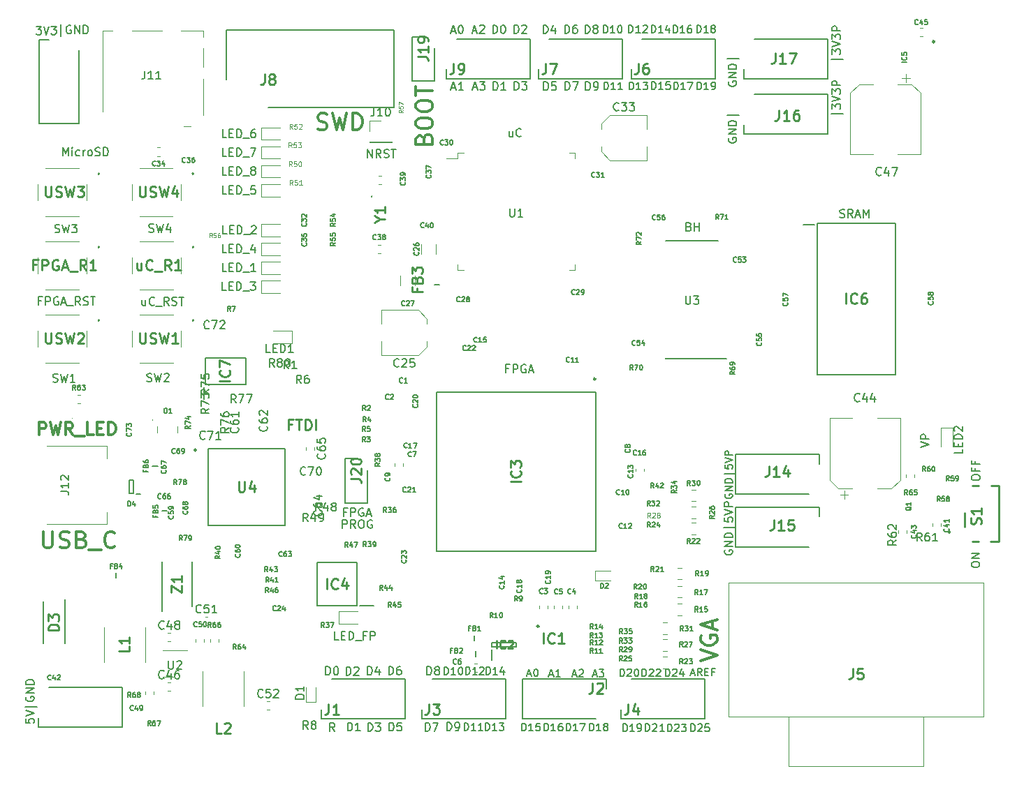
<source format=gbr>
G04 #@! TF.GenerationSoftware,KiCad,Pcbnew,(5.1.5)-3*
G04 #@! TF.CreationDate,2020-08-22T13:10:06+02:00*
G04 #@! TF.ProjectId,TFG20,54464732-302e-46b6-9963-61645f706362,rev?*
G04 #@! TF.SameCoordinates,Original*
G04 #@! TF.FileFunction,Legend,Top*
G04 #@! TF.FilePolarity,Positive*
%FSLAX46Y46*%
G04 Gerber Fmt 4.6, Leading zero omitted, Abs format (unit mm)*
G04 Created by KiCad (PCBNEW (5.1.5)-3) date 2020-08-22 13:10:06*
%MOMM*%
%LPD*%
G04 APERTURE LIST*
%ADD10C,0.150000*%
%ADD11C,0.254000*%
%ADD12C,0.300000*%
%ADD13C,0.200000*%
%ADD14C,0.100000*%
%ADD15C,0.120000*%
%ADD16C,0.250000*%
%ADD17C,0.125000*%
G04 APERTURE END LIST*
D10*
X18575874Y-120350089D02*
X17147302Y-120350089D01*
X17290160Y-119111994D02*
X17242540Y-119207232D01*
X17242540Y-119350089D01*
X17290160Y-119492946D01*
X17385398Y-119588184D01*
X17480636Y-119635803D01*
X17671112Y-119683422D01*
X17813969Y-119683422D01*
X18004445Y-119635803D01*
X18099683Y-119588184D01*
X18194921Y-119492946D01*
X18242540Y-119350089D01*
X18242540Y-119254851D01*
X18194921Y-119111994D01*
X18147302Y-119064375D01*
X17813969Y-119064375D01*
X17813969Y-119254851D01*
X18242540Y-118635803D02*
X17242540Y-118635803D01*
X18242540Y-118064375D01*
X17242540Y-118064375D01*
X18242540Y-117588184D02*
X17242540Y-117588184D01*
X17242540Y-117350089D01*
X17290160Y-117207232D01*
X17385398Y-117111994D01*
X17480636Y-117064375D01*
X17671112Y-117016756D01*
X17813969Y-117016756D01*
X18004445Y-117064375D01*
X18099683Y-117111994D01*
X18194921Y-117207232D01*
X18242540Y-117350089D01*
X18242540Y-117588184D01*
X17242540Y-121780276D02*
X17242540Y-122256466D01*
X17718731Y-122304085D01*
X17671112Y-122256466D01*
X17623493Y-122161228D01*
X17623493Y-121923133D01*
X17671112Y-121827895D01*
X17718731Y-121780276D01*
X17813969Y-121732657D01*
X18052064Y-121732657D01*
X18147302Y-121780276D01*
X18194921Y-121827895D01*
X18242540Y-121923133D01*
X18242540Y-122161228D01*
X18194921Y-122256466D01*
X18147302Y-122304085D01*
X17242540Y-121446942D02*
X18242540Y-121113609D01*
X17242540Y-120780276D01*
X21458110Y-38977154D02*
X21458110Y-37548582D01*
X22696205Y-37691440D02*
X22600967Y-37643820D01*
X22458110Y-37643820D01*
X22315253Y-37691440D01*
X22220015Y-37786678D01*
X22172396Y-37881916D01*
X22124777Y-38072392D01*
X22124777Y-38215249D01*
X22172396Y-38405725D01*
X22220015Y-38500963D01*
X22315253Y-38596201D01*
X22458110Y-38643820D01*
X22553348Y-38643820D01*
X22696205Y-38596201D01*
X22743824Y-38548582D01*
X22743824Y-38215249D01*
X22553348Y-38215249D01*
X23172396Y-38643820D02*
X23172396Y-37643820D01*
X23743824Y-38643820D01*
X23743824Y-37643820D01*
X24220015Y-38643820D02*
X24220015Y-37643820D01*
X24458110Y-37643820D01*
X24600967Y-37691440D01*
X24696205Y-37786678D01*
X24743824Y-37881916D01*
X24791443Y-38072392D01*
X24791443Y-38215249D01*
X24743824Y-38405725D01*
X24696205Y-38500963D01*
X24600967Y-38596201D01*
X24458110Y-38643820D01*
X24220015Y-38643820D01*
X18507864Y-37750500D02*
X19126912Y-37750500D01*
X18793579Y-38131453D01*
X18936436Y-38131453D01*
X19031674Y-38179072D01*
X19079293Y-38226691D01*
X19126912Y-38321929D01*
X19126912Y-38560024D01*
X19079293Y-38655262D01*
X19031674Y-38702881D01*
X18936436Y-38750500D01*
X18650721Y-38750500D01*
X18555483Y-38702881D01*
X18507864Y-38655262D01*
X19412626Y-37750500D02*
X19745960Y-38750500D01*
X20079293Y-37750500D01*
X20317388Y-37750500D02*
X20936436Y-37750500D01*
X20603102Y-38131453D01*
X20745960Y-38131453D01*
X20841198Y-38179072D01*
X20888817Y-38226691D01*
X20936436Y-38321929D01*
X20936436Y-38560024D01*
X20888817Y-38655262D01*
X20841198Y-38702881D01*
X20745960Y-38750500D01*
X20460245Y-38750500D01*
X20365007Y-38702881D01*
X20317388Y-38655262D01*
X32179426Y-62680481D02*
X32322283Y-62728100D01*
X32560379Y-62728100D01*
X32655617Y-62680481D01*
X32703236Y-62632862D01*
X32750855Y-62537624D01*
X32750855Y-62442386D01*
X32703236Y-62347148D01*
X32655617Y-62299529D01*
X32560379Y-62251910D01*
X32369902Y-62204291D01*
X32274664Y-62156672D01*
X32227045Y-62109053D01*
X32179426Y-62013815D01*
X32179426Y-61918577D01*
X32227045Y-61823339D01*
X32274664Y-61775720D01*
X32369902Y-61728100D01*
X32607998Y-61728100D01*
X32750855Y-61775720D01*
X33084188Y-61728100D02*
X33322283Y-62728100D01*
X33512760Y-62013815D01*
X33703236Y-62728100D01*
X33941331Y-61728100D01*
X34750855Y-62061434D02*
X34750855Y-62728100D01*
X34512760Y-61680481D02*
X34274664Y-62394767D01*
X34893712Y-62394767D01*
X20774826Y-62736361D02*
X20917683Y-62783980D01*
X21155779Y-62783980D01*
X21251017Y-62736361D01*
X21298636Y-62688742D01*
X21346255Y-62593504D01*
X21346255Y-62498266D01*
X21298636Y-62403028D01*
X21251017Y-62355409D01*
X21155779Y-62307790D01*
X20965302Y-62260171D01*
X20870064Y-62212552D01*
X20822445Y-62164933D01*
X20774826Y-62069695D01*
X20774826Y-61974457D01*
X20822445Y-61879219D01*
X20870064Y-61831600D01*
X20965302Y-61783980D01*
X21203398Y-61783980D01*
X21346255Y-61831600D01*
X21679588Y-61783980D02*
X21917683Y-62783980D01*
X22108160Y-62069695D01*
X22298636Y-62783980D01*
X22536731Y-61783980D01*
X22822445Y-61783980D02*
X23441493Y-61783980D01*
X23108160Y-62164933D01*
X23251017Y-62164933D01*
X23346255Y-62212552D01*
X23393874Y-62260171D01*
X23441493Y-62355409D01*
X23441493Y-62593504D01*
X23393874Y-62688742D01*
X23346255Y-62736361D01*
X23251017Y-62783980D01*
X22965302Y-62783980D01*
X22870064Y-62736361D01*
X22822445Y-62688742D01*
X31930506Y-80805921D02*
X32073363Y-80853540D01*
X32311459Y-80853540D01*
X32406697Y-80805921D01*
X32454316Y-80758302D01*
X32501935Y-80663064D01*
X32501935Y-80567826D01*
X32454316Y-80472588D01*
X32406697Y-80424969D01*
X32311459Y-80377350D01*
X32120982Y-80329731D01*
X32025744Y-80282112D01*
X31978125Y-80234493D01*
X31930506Y-80139255D01*
X31930506Y-80044017D01*
X31978125Y-79948779D01*
X32025744Y-79901160D01*
X32120982Y-79853540D01*
X32359078Y-79853540D01*
X32501935Y-79901160D01*
X32835268Y-79853540D02*
X33073363Y-80853540D01*
X33263840Y-80139255D01*
X33454316Y-80853540D01*
X33692411Y-79853540D01*
X34025744Y-79948779D02*
X34073363Y-79901160D01*
X34168601Y-79853540D01*
X34406697Y-79853540D01*
X34501935Y-79901160D01*
X34549554Y-79948779D01*
X34597173Y-80044017D01*
X34597173Y-80139255D01*
X34549554Y-80282112D01*
X33978125Y-80853540D01*
X34597173Y-80853540D01*
X20541146Y-80871961D02*
X20684003Y-80919580D01*
X20922099Y-80919580D01*
X21017337Y-80871961D01*
X21064956Y-80824342D01*
X21112575Y-80729104D01*
X21112575Y-80633866D01*
X21064956Y-80538628D01*
X21017337Y-80491009D01*
X20922099Y-80443390D01*
X20731622Y-80395771D01*
X20636384Y-80348152D01*
X20588765Y-80300533D01*
X20541146Y-80205295D01*
X20541146Y-80110057D01*
X20588765Y-80014819D01*
X20636384Y-79967200D01*
X20731622Y-79919580D01*
X20969718Y-79919580D01*
X21112575Y-79967200D01*
X21445908Y-79919580D02*
X21684003Y-80919580D01*
X21874480Y-80205295D01*
X22064956Y-80919580D01*
X22303051Y-79919580D01*
X23207813Y-80919580D02*
X22636384Y-80919580D01*
X22922099Y-80919580D02*
X22922099Y-79919580D01*
X22826860Y-80062438D01*
X22731622Y-80157676D01*
X22636384Y-80205295D01*
X55633525Y-98648780D02*
X55633525Y-97648780D01*
X56014478Y-97648780D01*
X56109716Y-97696400D01*
X56157335Y-97744019D01*
X56204954Y-97839257D01*
X56204954Y-97982114D01*
X56157335Y-98077352D01*
X56109716Y-98124971D01*
X56014478Y-98172590D01*
X55633525Y-98172590D01*
X57204954Y-98648780D02*
X56871620Y-98172590D01*
X56633525Y-98648780D02*
X56633525Y-97648780D01*
X57014478Y-97648780D01*
X57109716Y-97696400D01*
X57157335Y-97744019D01*
X57204954Y-97839257D01*
X57204954Y-97982114D01*
X57157335Y-98077352D01*
X57109716Y-98124971D01*
X57014478Y-98172590D01*
X56633525Y-98172590D01*
X57824001Y-97648780D02*
X58014478Y-97648780D01*
X58109716Y-97696400D01*
X58204954Y-97791638D01*
X58252573Y-97982114D01*
X58252573Y-98315447D01*
X58204954Y-98505923D01*
X58109716Y-98601161D01*
X58014478Y-98648780D01*
X57824001Y-98648780D01*
X57728763Y-98601161D01*
X57633525Y-98505923D01*
X57585906Y-98315447D01*
X57585906Y-97982114D01*
X57633525Y-97791638D01*
X57728763Y-97696400D01*
X57824001Y-97648780D01*
X59204954Y-97696400D02*
X59109716Y-97648780D01*
X58966859Y-97648780D01*
X58824001Y-97696400D01*
X58728763Y-97791638D01*
X58681144Y-97886876D01*
X58633525Y-98077352D01*
X58633525Y-98220209D01*
X58681144Y-98410685D01*
X58728763Y-98505923D01*
X58824001Y-98601161D01*
X58966859Y-98648780D01*
X59062097Y-98648780D01*
X59204954Y-98601161D01*
X59252573Y-98553542D01*
X59252573Y-98220209D01*
X59062097Y-98220209D01*
X56103045Y-96692411D02*
X55769712Y-96692411D01*
X55769712Y-97216220D02*
X55769712Y-96216220D01*
X56245902Y-96216220D01*
X56626855Y-97216220D02*
X56626855Y-96216220D01*
X57007807Y-96216220D01*
X57103045Y-96263840D01*
X57150664Y-96311459D01*
X57198283Y-96406697D01*
X57198283Y-96549554D01*
X57150664Y-96644792D01*
X57103045Y-96692411D01*
X57007807Y-96740030D01*
X56626855Y-96740030D01*
X58150664Y-96263840D02*
X58055426Y-96216220D01*
X57912569Y-96216220D01*
X57769712Y-96263840D01*
X57674474Y-96359078D01*
X57626855Y-96454316D01*
X57579236Y-96644792D01*
X57579236Y-96787649D01*
X57626855Y-96978125D01*
X57674474Y-97073363D01*
X57769712Y-97168601D01*
X57912569Y-97216220D01*
X58007807Y-97216220D01*
X58150664Y-97168601D01*
X58198283Y-97120982D01*
X58198283Y-96787649D01*
X58007807Y-96787649D01*
X58579236Y-96930506D02*
X59055426Y-96930506D01*
X58483998Y-97216220D02*
X58817331Y-96216220D01*
X59150664Y-97216220D01*
X58677062Y-53690780D02*
X58677062Y-52690780D01*
X59248491Y-53690780D01*
X59248491Y-52690780D01*
X60296110Y-53690780D02*
X59962777Y-53214590D01*
X59724681Y-53690780D02*
X59724681Y-52690780D01*
X60105634Y-52690780D01*
X60200872Y-52738400D01*
X60248491Y-52786019D01*
X60296110Y-52881257D01*
X60296110Y-53024114D01*
X60248491Y-53119352D01*
X60200872Y-53166971D01*
X60105634Y-53214590D01*
X59724681Y-53214590D01*
X60677062Y-53643161D02*
X60819920Y-53690780D01*
X61058015Y-53690780D01*
X61153253Y-53643161D01*
X61200872Y-53595542D01*
X61248491Y-53500304D01*
X61248491Y-53405066D01*
X61200872Y-53309828D01*
X61153253Y-53262209D01*
X61058015Y-53214590D01*
X60867539Y-53166971D01*
X60772300Y-53119352D01*
X60724681Y-53071733D01*
X60677062Y-52976495D01*
X60677062Y-52881257D01*
X60724681Y-52786019D01*
X60772300Y-52738400D01*
X60867539Y-52690780D01*
X61105634Y-52690780D01*
X61248491Y-52738400D01*
X61534205Y-52690780D02*
X62105634Y-52690780D01*
X61819920Y-53690780D02*
X61819920Y-52690780D01*
D11*
X49478958Y-86055925D02*
X49055624Y-86055925D01*
X49055624Y-86721163D02*
X49055624Y-85451163D01*
X49660386Y-85451163D01*
X49962767Y-85451163D02*
X50688481Y-85451163D01*
X50325624Y-86721163D02*
X50325624Y-85451163D01*
X51111815Y-86721163D02*
X51111815Y-85451163D01*
X51414196Y-85451163D01*
X51595624Y-85511640D01*
X51716577Y-85632592D01*
X51777053Y-85753544D01*
X51837529Y-85995449D01*
X51837529Y-86176878D01*
X51777053Y-86418782D01*
X51716577Y-86539735D01*
X51595624Y-86660687D01*
X51414196Y-86721163D01*
X51111815Y-86721163D01*
X52381815Y-86721163D02*
X52381815Y-85451163D01*
D10*
X31768350Y-70946354D02*
X31768350Y-71613020D01*
X31339779Y-70946354D02*
X31339779Y-71470163D01*
X31387398Y-71565401D01*
X31482636Y-71613020D01*
X31625493Y-71613020D01*
X31720731Y-71565401D01*
X31768350Y-71517782D01*
X32815969Y-71517782D02*
X32768350Y-71565401D01*
X32625493Y-71613020D01*
X32530255Y-71613020D01*
X32387398Y-71565401D01*
X32292160Y-71470163D01*
X32244540Y-71374925D01*
X32196921Y-71184449D01*
X32196921Y-71041592D01*
X32244540Y-70851116D01*
X32292160Y-70755878D01*
X32387398Y-70660640D01*
X32530255Y-70613020D01*
X32625493Y-70613020D01*
X32768350Y-70660640D01*
X32815969Y-70708259D01*
X33006445Y-71708259D02*
X33768350Y-71708259D01*
X34577874Y-71613020D02*
X34244540Y-71136830D01*
X34006445Y-71613020D02*
X34006445Y-70613020D01*
X34387398Y-70613020D01*
X34482636Y-70660640D01*
X34530255Y-70708259D01*
X34577874Y-70803497D01*
X34577874Y-70946354D01*
X34530255Y-71041592D01*
X34482636Y-71089211D01*
X34387398Y-71136830D01*
X34006445Y-71136830D01*
X34958826Y-71565401D02*
X35101683Y-71613020D01*
X35339779Y-71613020D01*
X35435017Y-71565401D01*
X35482636Y-71517782D01*
X35530255Y-71422544D01*
X35530255Y-71327306D01*
X35482636Y-71232068D01*
X35435017Y-71184449D01*
X35339779Y-71136830D01*
X35149302Y-71089211D01*
X35054064Y-71041592D01*
X35006445Y-70993973D01*
X34958826Y-70898735D01*
X34958826Y-70803497D01*
X35006445Y-70708259D01*
X35054064Y-70660640D01*
X35149302Y-70613020D01*
X35387398Y-70613020D01*
X35530255Y-70660640D01*
X35815969Y-70613020D02*
X36387398Y-70613020D01*
X36101683Y-71613020D02*
X36101683Y-70613020D01*
X19135150Y-71058731D02*
X18801817Y-71058731D01*
X18801817Y-71582540D02*
X18801817Y-70582540D01*
X19278007Y-70582540D01*
X19658960Y-71582540D02*
X19658960Y-70582540D01*
X20039912Y-70582540D01*
X20135150Y-70630160D01*
X20182769Y-70677779D01*
X20230388Y-70773017D01*
X20230388Y-70915874D01*
X20182769Y-71011112D01*
X20135150Y-71058731D01*
X20039912Y-71106350D01*
X19658960Y-71106350D01*
X21182769Y-70630160D02*
X21087531Y-70582540D01*
X20944674Y-70582540D01*
X20801817Y-70630160D01*
X20706579Y-70725398D01*
X20658959Y-70820636D01*
X20611340Y-71011112D01*
X20611340Y-71153969D01*
X20658959Y-71344445D01*
X20706579Y-71439683D01*
X20801817Y-71534921D01*
X20944674Y-71582540D01*
X21039912Y-71582540D01*
X21182769Y-71534921D01*
X21230388Y-71487302D01*
X21230388Y-71153969D01*
X21039912Y-71153969D01*
X21611340Y-71296826D02*
X22087531Y-71296826D01*
X21516102Y-71582540D02*
X21849436Y-70582540D01*
X22182769Y-71582540D01*
X22278007Y-71677779D02*
X23039912Y-71677779D01*
X23849436Y-71582540D02*
X23516102Y-71106350D01*
X23278007Y-71582540D02*
X23278007Y-70582540D01*
X23658960Y-70582540D01*
X23754198Y-70630160D01*
X23801817Y-70677779D01*
X23849436Y-70773017D01*
X23849436Y-70915874D01*
X23801817Y-71011112D01*
X23754198Y-71058731D01*
X23658960Y-71106350D01*
X23278007Y-71106350D01*
X24230388Y-71534921D02*
X24373245Y-71582540D01*
X24611340Y-71582540D01*
X24706579Y-71534921D01*
X24754198Y-71487302D01*
X24801817Y-71392064D01*
X24801817Y-71296826D01*
X24754198Y-71201588D01*
X24706579Y-71153969D01*
X24611340Y-71106350D01*
X24420864Y-71058731D01*
X24325626Y-71011112D01*
X24278007Y-70963493D01*
X24230388Y-70868255D01*
X24230388Y-70773017D01*
X24278007Y-70677779D01*
X24325626Y-70630160D01*
X24420864Y-70582540D01*
X24658960Y-70582540D01*
X24801817Y-70630160D01*
X25087531Y-70582540D02*
X25658960Y-70582540D01*
X25373245Y-71582540D02*
X25373245Y-70582540D01*
D12*
X18852297Y-87292571D02*
X18852297Y-85792571D01*
X19423725Y-85792571D01*
X19566582Y-85864000D01*
X19638011Y-85935428D01*
X19709440Y-86078285D01*
X19709440Y-86292571D01*
X19638011Y-86435428D01*
X19566582Y-86506857D01*
X19423725Y-86578285D01*
X18852297Y-86578285D01*
X20209440Y-85792571D02*
X20566582Y-87292571D01*
X20852297Y-86221142D01*
X21138011Y-87292571D01*
X21495154Y-85792571D01*
X22923725Y-87292571D02*
X22423725Y-86578285D01*
X22066582Y-87292571D02*
X22066582Y-85792571D01*
X22638011Y-85792571D01*
X22780868Y-85864000D01*
X22852297Y-85935428D01*
X22923725Y-86078285D01*
X22923725Y-86292571D01*
X22852297Y-86435428D01*
X22780868Y-86506857D01*
X22638011Y-86578285D01*
X22066582Y-86578285D01*
X23209440Y-87435428D02*
X24352297Y-87435428D01*
X25423725Y-87292571D02*
X24709440Y-87292571D01*
X24709440Y-85792571D01*
X25923725Y-86506857D02*
X26423725Y-86506857D01*
X26638011Y-87292571D02*
X25923725Y-87292571D01*
X25923725Y-85792571D01*
X26638011Y-85792571D01*
X27280868Y-87292571D02*
X27280868Y-85792571D01*
X27638011Y-85792571D01*
X27852297Y-85864000D01*
X27995154Y-86006857D01*
X28066582Y-86149714D01*
X28138011Y-86435428D01*
X28138011Y-86649714D01*
X28066582Y-86935428D01*
X27995154Y-87078285D01*
X27852297Y-87221142D01*
X27638011Y-87292571D01*
X27280868Y-87292571D01*
D10*
X131872740Y-92600660D02*
X131872740Y-92410184D01*
X131920360Y-92314946D01*
X132015598Y-92219708D01*
X132206074Y-92172089D01*
X132539407Y-92172089D01*
X132729883Y-92219708D01*
X132825121Y-92314946D01*
X132872740Y-92410184D01*
X132872740Y-92600660D01*
X132825121Y-92695899D01*
X132729883Y-92791137D01*
X132539407Y-92838756D01*
X132206074Y-92838756D01*
X132015598Y-92791137D01*
X131920360Y-92695899D01*
X131872740Y-92600660D01*
X132348931Y-91410184D02*
X132348931Y-91743518D01*
X132872740Y-91743518D02*
X131872740Y-91743518D01*
X131872740Y-91267327D01*
X132348931Y-90553041D02*
X132348931Y-90886375D01*
X132872740Y-90886375D02*
X131872740Y-90886375D01*
X131872740Y-90410184D01*
X131857500Y-103153767D02*
X131857500Y-102963291D01*
X131905120Y-102868053D01*
X132000358Y-102772815D01*
X132190834Y-102725196D01*
X132524167Y-102725196D01*
X132714643Y-102772815D01*
X132809881Y-102868053D01*
X132857500Y-102963291D01*
X132857500Y-103153767D01*
X132809881Y-103249005D01*
X132714643Y-103344243D01*
X132524167Y-103391862D01*
X132190834Y-103391862D01*
X132000358Y-103344243D01*
X131905120Y-103249005D01*
X131857500Y-103153767D01*
X132857500Y-102296624D02*
X131857500Y-102296624D01*
X132857500Y-101725196D01*
X131857500Y-101725196D01*
X125746260Y-88818933D02*
X126746260Y-88485600D01*
X125746260Y-88152266D01*
X126746260Y-87818933D02*
X125746260Y-87818933D01*
X125746260Y-87437980D01*
X125793880Y-87342742D01*
X125841499Y-87295123D01*
X125936737Y-87247504D01*
X126079594Y-87247504D01*
X126174832Y-87295123D01*
X126222451Y-87342742D01*
X126270070Y-87437980D01*
X126270070Y-87818933D01*
X55172219Y-112176820D02*
X54696028Y-112176820D01*
X54696028Y-111176820D01*
X55505552Y-111653011D02*
X55838885Y-111653011D01*
X55981742Y-112176820D02*
X55505552Y-112176820D01*
X55505552Y-111176820D01*
X55981742Y-111176820D01*
X56410314Y-112176820D02*
X56410314Y-111176820D01*
X56648409Y-111176820D01*
X56791266Y-111224440D01*
X56886504Y-111319678D01*
X56934123Y-111414916D01*
X56981742Y-111605392D01*
X56981742Y-111748249D01*
X56934123Y-111938725D01*
X56886504Y-112033963D01*
X56791266Y-112129201D01*
X56648409Y-112176820D01*
X56410314Y-112176820D01*
X57172219Y-112272059D02*
X57934123Y-112272059D01*
X58505552Y-111653011D02*
X58172219Y-111653011D01*
X58172219Y-112176820D02*
X58172219Y-111176820D01*
X58648409Y-111176820D01*
X59029361Y-112176820D02*
X59029361Y-111176820D01*
X59410314Y-111176820D01*
X59505552Y-111224440D01*
X59553171Y-111272059D01*
X59600790Y-111367297D01*
X59600790Y-111510154D01*
X59553171Y-111605392D01*
X59505552Y-111653011D01*
X59410314Y-111700630D01*
X59029361Y-111700630D01*
X97622099Y-62051891D02*
X97764956Y-62099510D01*
X97812575Y-62147129D01*
X97860194Y-62242367D01*
X97860194Y-62385224D01*
X97812575Y-62480462D01*
X97764956Y-62528081D01*
X97669718Y-62575700D01*
X97288765Y-62575700D01*
X97288765Y-61575700D01*
X97622099Y-61575700D01*
X97717337Y-61623320D01*
X97764956Y-61670939D01*
X97812575Y-61766177D01*
X97812575Y-61861415D01*
X97764956Y-61956653D01*
X97717337Y-62004272D01*
X97622099Y-62051891D01*
X97288765Y-62051891D01*
X98288765Y-62575700D02*
X98288765Y-61575700D01*
X98288765Y-62051891D02*
X98860194Y-62051891D01*
X98860194Y-62575700D02*
X98860194Y-61575700D01*
X115922965Y-60912641D02*
X116065822Y-60960260D01*
X116303918Y-60960260D01*
X116399156Y-60912641D01*
X116446775Y-60865022D01*
X116494394Y-60769784D01*
X116494394Y-60674546D01*
X116446775Y-60579308D01*
X116399156Y-60531689D01*
X116303918Y-60484070D01*
X116113441Y-60436451D01*
X116018203Y-60388832D01*
X115970584Y-60341213D01*
X115922965Y-60245975D01*
X115922965Y-60150737D01*
X115970584Y-60055499D01*
X116018203Y-60007880D01*
X116113441Y-59960260D01*
X116351537Y-59960260D01*
X116494394Y-60007880D01*
X117494394Y-60960260D02*
X117161060Y-60484070D01*
X116922965Y-60960260D02*
X116922965Y-59960260D01*
X117303918Y-59960260D01*
X117399156Y-60007880D01*
X117446775Y-60055499D01*
X117494394Y-60150737D01*
X117494394Y-60293594D01*
X117446775Y-60388832D01*
X117399156Y-60436451D01*
X117303918Y-60484070D01*
X116922965Y-60484070D01*
X117875346Y-60674546D02*
X118351537Y-60674546D01*
X117780108Y-60960260D02*
X118113441Y-59960260D01*
X118446775Y-60960260D01*
X118780108Y-60960260D02*
X118780108Y-59960260D01*
X119113441Y-60674546D01*
X119446775Y-59960260D01*
X119446775Y-60960260D01*
X76234325Y-50473954D02*
X76234325Y-51140620D01*
X75805754Y-50473954D02*
X75805754Y-50997763D01*
X75853373Y-51093001D01*
X75948611Y-51140620D01*
X76091468Y-51140620D01*
X76186706Y-51093001D01*
X76234325Y-51045382D01*
X77281944Y-51045382D02*
X77234325Y-51093001D01*
X77091468Y-51140620D01*
X76996230Y-51140620D01*
X76853373Y-51093001D01*
X76758135Y-50997763D01*
X76710516Y-50902525D01*
X76662897Y-50712049D01*
X76662897Y-50569192D01*
X76710516Y-50378716D01*
X76758135Y-50283478D01*
X76853373Y-50188240D01*
X76996230Y-50140620D01*
X77091468Y-50140620D01*
X77234325Y-50188240D01*
X77281944Y-50235859D01*
X75788045Y-79268011D02*
X75454712Y-79268011D01*
X75454712Y-79791820D02*
X75454712Y-78791820D01*
X75930902Y-78791820D01*
X76311855Y-79791820D02*
X76311855Y-78791820D01*
X76692807Y-78791820D01*
X76788045Y-78839440D01*
X76835664Y-78887059D01*
X76883283Y-78982297D01*
X76883283Y-79125154D01*
X76835664Y-79220392D01*
X76788045Y-79268011D01*
X76692807Y-79315630D01*
X76311855Y-79315630D01*
X77835664Y-78839440D02*
X77740426Y-78791820D01*
X77597569Y-78791820D01*
X77454712Y-78839440D01*
X77359474Y-78934678D01*
X77311855Y-79029916D01*
X77264236Y-79220392D01*
X77264236Y-79363249D01*
X77311855Y-79553725D01*
X77359474Y-79648963D01*
X77454712Y-79744201D01*
X77597569Y-79791820D01*
X77692807Y-79791820D01*
X77835664Y-79744201D01*
X77883283Y-79696582D01*
X77883283Y-79363249D01*
X77692807Y-79363249D01*
X78264236Y-79506106D02*
X78740426Y-79506106D01*
X78168998Y-79791820D02*
X78502331Y-78791820D01*
X78835664Y-79791820D01*
X102033920Y-94524691D02*
X101991062Y-94610405D01*
X101991062Y-94738977D01*
X102033920Y-94867548D01*
X102119634Y-94953262D01*
X102205348Y-94996120D01*
X102376777Y-95038977D01*
X102505348Y-95038977D01*
X102676777Y-94996120D01*
X102762491Y-94953262D01*
X102848205Y-94867548D01*
X102891062Y-94738977D01*
X102891062Y-94653262D01*
X102848205Y-94524691D01*
X102805348Y-94481834D01*
X102505348Y-94481834D01*
X102505348Y-94653262D01*
X102891062Y-94096120D02*
X101991062Y-94096120D01*
X102891062Y-93581834D01*
X101991062Y-93581834D01*
X102891062Y-93153262D02*
X101991062Y-93153262D01*
X101991062Y-92938977D01*
X102033920Y-92810405D01*
X102119634Y-92724691D01*
X102205348Y-92681834D01*
X102376777Y-92638977D01*
X102505348Y-92638977D01*
X102676777Y-92681834D01*
X102762491Y-92724691D01*
X102848205Y-92810405D01*
X102891062Y-92938977D01*
X102891062Y-93153262D01*
X103191062Y-92038977D02*
X101905348Y-92038977D01*
X101991062Y-90967548D02*
X101991062Y-91396120D01*
X102419634Y-91438977D01*
X102376777Y-91396120D01*
X102333920Y-91310405D01*
X102333920Y-91096120D01*
X102376777Y-91010405D01*
X102419634Y-90967548D01*
X102505348Y-90924691D01*
X102719634Y-90924691D01*
X102805348Y-90967548D01*
X102848205Y-91010405D01*
X102891062Y-91096120D01*
X102891062Y-91310405D01*
X102848205Y-91396120D01*
X102805348Y-91438977D01*
X101991062Y-90667548D02*
X102891062Y-90367548D01*
X101991062Y-90067548D01*
X102891062Y-89767548D02*
X101991062Y-89767548D01*
X101991062Y-89424691D01*
X102033920Y-89338977D01*
X102076777Y-89296120D01*
X102162491Y-89253262D01*
X102291062Y-89253262D01*
X102376777Y-89296120D01*
X102419634Y-89338977D01*
X102462491Y-89424691D01*
X102462491Y-89767548D01*
X101963600Y-101311697D02*
X101915980Y-101406935D01*
X101915980Y-101549792D01*
X101963600Y-101692649D01*
X102058838Y-101787887D01*
X102154076Y-101835506D01*
X102344552Y-101883125D01*
X102487409Y-101883125D01*
X102677885Y-101835506D01*
X102773123Y-101787887D01*
X102868361Y-101692649D01*
X102915980Y-101549792D01*
X102915980Y-101454554D01*
X102868361Y-101311697D01*
X102820742Y-101264078D01*
X102487409Y-101264078D01*
X102487409Y-101454554D01*
X102915980Y-100835506D02*
X101915980Y-100835506D01*
X102915980Y-100264078D01*
X101915980Y-100264078D01*
X102915980Y-99787887D02*
X101915980Y-99787887D01*
X101915980Y-99549792D01*
X101963600Y-99406935D01*
X102058838Y-99311697D01*
X102154076Y-99264078D01*
X102344552Y-99216459D01*
X102487409Y-99216459D01*
X102677885Y-99264078D01*
X102773123Y-99311697D01*
X102868361Y-99406935D01*
X102915980Y-99549792D01*
X102915980Y-99787887D01*
X103249314Y-98549792D02*
X101820742Y-98549792D01*
X101915980Y-97359316D02*
X101915980Y-97835506D01*
X102392171Y-97883125D01*
X102344552Y-97835506D01*
X102296933Y-97740268D01*
X102296933Y-97502173D01*
X102344552Y-97406935D01*
X102392171Y-97359316D01*
X102487409Y-97311697D01*
X102725504Y-97311697D01*
X102820742Y-97359316D01*
X102868361Y-97406935D01*
X102915980Y-97502173D01*
X102915980Y-97740268D01*
X102868361Y-97835506D01*
X102820742Y-97883125D01*
X101915980Y-97025982D02*
X102915980Y-96692649D01*
X101915980Y-96359316D01*
X102915980Y-96025982D02*
X101915980Y-96025982D01*
X101915980Y-95645030D01*
X101963600Y-95549792D01*
X102011219Y-95502173D01*
X102106457Y-95454554D01*
X102249314Y-95454554D01*
X102344552Y-95502173D01*
X102392171Y-95549792D01*
X102439790Y-95645030D01*
X102439790Y-96025982D01*
D12*
X19356605Y-99056961D02*
X19356605Y-100676009D01*
X19451843Y-100866485D01*
X19547081Y-100961723D01*
X19737558Y-101056961D01*
X20118510Y-101056961D01*
X20308986Y-100961723D01*
X20404224Y-100866485D01*
X20499462Y-100676009D01*
X20499462Y-99056961D01*
X21356605Y-100961723D02*
X21642320Y-101056961D01*
X22118510Y-101056961D01*
X22308986Y-100961723D01*
X22404224Y-100866485D01*
X22499462Y-100676009D01*
X22499462Y-100485533D01*
X22404224Y-100295057D01*
X22308986Y-100199819D01*
X22118510Y-100104580D01*
X21737558Y-100009342D01*
X21547081Y-99914104D01*
X21451843Y-99818866D01*
X21356605Y-99628390D01*
X21356605Y-99437914D01*
X21451843Y-99247438D01*
X21547081Y-99152200D01*
X21737558Y-99056961D01*
X22213748Y-99056961D01*
X22499462Y-99152200D01*
X24023272Y-100009342D02*
X24308986Y-100104580D01*
X24404224Y-100199819D01*
X24499462Y-100390295D01*
X24499462Y-100676009D01*
X24404224Y-100866485D01*
X24308986Y-100961723D01*
X24118510Y-101056961D01*
X23356605Y-101056961D01*
X23356605Y-99056961D01*
X24023272Y-99056961D01*
X24213748Y-99152200D01*
X24308986Y-99247438D01*
X24404224Y-99437914D01*
X24404224Y-99628390D01*
X24308986Y-99818866D01*
X24213748Y-99914104D01*
X24023272Y-100009342D01*
X23356605Y-100009342D01*
X24880415Y-101247438D02*
X26404224Y-101247438D01*
X28023272Y-100866485D02*
X27928034Y-100961723D01*
X27642320Y-101056961D01*
X27451843Y-101056961D01*
X27166129Y-100961723D01*
X26975653Y-100771247D01*
X26880415Y-100580771D01*
X26785177Y-100199819D01*
X26785177Y-99914104D01*
X26880415Y-99533152D01*
X26975653Y-99342676D01*
X27166129Y-99152200D01*
X27451843Y-99056961D01*
X27642320Y-99056961D01*
X27928034Y-99152200D01*
X28023272Y-99247438D01*
D10*
X86001622Y-116431200D02*
X86430194Y-116431200D01*
X85915908Y-116688342D02*
X86215908Y-115788342D01*
X86515908Y-116688342D01*
X86730194Y-115788342D02*
X87287337Y-115788342D01*
X86987337Y-116131200D01*
X87115908Y-116131200D01*
X87201622Y-116174057D01*
X87244480Y-116216914D01*
X87287337Y-116302628D01*
X87287337Y-116516914D01*
X87244480Y-116602628D01*
X87201622Y-116645485D01*
X87115908Y-116688342D01*
X86858765Y-116688342D01*
X86773051Y-116645485D01*
X86730194Y-116602628D01*
X80703142Y-116415320D02*
X81131714Y-116415320D01*
X80617428Y-116672462D02*
X80917428Y-115772462D01*
X81217428Y-116672462D01*
X81988857Y-116672462D02*
X81474571Y-116672462D01*
X81731714Y-116672462D02*
X81731714Y-115772462D01*
X81646000Y-115901034D01*
X81560285Y-115986748D01*
X81474571Y-116029605D01*
X78033142Y-116385320D02*
X78461714Y-116385320D01*
X77947428Y-116642462D02*
X78247428Y-115742462D01*
X78547428Y-116642462D01*
X79018857Y-115742462D02*
X79104571Y-115742462D01*
X79190285Y-115785320D01*
X79233142Y-115828177D01*
X79276000Y-115913891D01*
X79318857Y-116085320D01*
X79318857Y-116299605D01*
X79276000Y-116471034D01*
X79233142Y-116556748D01*
X79190285Y-116599605D01*
X79104571Y-116642462D01*
X79018857Y-116642462D01*
X78933142Y-116599605D01*
X78890285Y-116556748D01*
X78847428Y-116471034D01*
X78804571Y-116299605D01*
X78804571Y-116085320D01*
X78847428Y-115913891D01*
X78890285Y-115828177D01*
X78933142Y-115785320D01*
X79018857Y-115742462D01*
X83533142Y-116405320D02*
X83961714Y-116405320D01*
X83447428Y-116662462D02*
X83747428Y-115762462D01*
X84047428Y-116662462D01*
X84304571Y-115848177D02*
X84347428Y-115805320D01*
X84433142Y-115762462D01*
X84647428Y-115762462D01*
X84733142Y-115805320D01*
X84776000Y-115848177D01*
X84818857Y-115933891D01*
X84818857Y-116019605D01*
X84776000Y-116148177D01*
X84261714Y-116662462D01*
X84818857Y-116662462D01*
X97861937Y-116294040D02*
X98290508Y-116294040D01*
X97776222Y-116551182D02*
X98076222Y-115651182D01*
X98376222Y-116551182D01*
X99190508Y-116551182D02*
X98890508Y-116122611D01*
X98676222Y-116551182D02*
X98676222Y-115651182D01*
X99019080Y-115651182D01*
X99104794Y-115694040D01*
X99147651Y-115736897D01*
X99190508Y-115822611D01*
X99190508Y-115951182D01*
X99147651Y-116036897D01*
X99104794Y-116079754D01*
X99019080Y-116122611D01*
X98676222Y-116122611D01*
X99576222Y-116079754D02*
X99876222Y-116079754D01*
X100004794Y-116551182D02*
X99576222Y-116551182D01*
X99576222Y-115651182D01*
X100004794Y-115651182D01*
X100690508Y-116079754D02*
X100390508Y-116079754D01*
X100390508Y-116551182D02*
X100390508Y-115651182D01*
X100819080Y-115651182D01*
X91957462Y-116641982D02*
X91957462Y-115741982D01*
X92171748Y-115741982D01*
X92300320Y-115784840D01*
X92386034Y-115870554D01*
X92428891Y-115956268D01*
X92471748Y-116127697D01*
X92471748Y-116256268D01*
X92428891Y-116427697D01*
X92386034Y-116513411D01*
X92300320Y-116599125D01*
X92171748Y-116641982D01*
X91957462Y-116641982D01*
X92814605Y-115827697D02*
X92857462Y-115784840D01*
X92943177Y-115741982D01*
X93157462Y-115741982D01*
X93243177Y-115784840D01*
X93286034Y-115827697D01*
X93328891Y-115913411D01*
X93328891Y-115999125D01*
X93286034Y-116127697D01*
X92771748Y-116641982D01*
X93328891Y-116641982D01*
X93671748Y-115827697D02*
X93714605Y-115784840D01*
X93800320Y-115741982D01*
X94014605Y-115741982D01*
X94100320Y-115784840D01*
X94143177Y-115827697D01*
X94186034Y-115913411D01*
X94186034Y-115999125D01*
X94143177Y-116127697D01*
X93628891Y-116641982D01*
X94186034Y-116641982D01*
X94787462Y-116631982D02*
X94787462Y-115731982D01*
X95001748Y-115731982D01*
X95130320Y-115774840D01*
X95216034Y-115860554D01*
X95258891Y-115946268D01*
X95301748Y-116117697D01*
X95301748Y-116246268D01*
X95258891Y-116417697D01*
X95216034Y-116503411D01*
X95130320Y-116589125D01*
X95001748Y-116631982D01*
X94787462Y-116631982D01*
X95644605Y-115817697D02*
X95687462Y-115774840D01*
X95773177Y-115731982D01*
X95987462Y-115731982D01*
X96073177Y-115774840D01*
X96116034Y-115817697D01*
X96158891Y-115903411D01*
X96158891Y-115989125D01*
X96116034Y-116117697D01*
X95601748Y-116631982D01*
X96158891Y-116631982D01*
X96930320Y-116031982D02*
X96930320Y-116631982D01*
X96716034Y-115689125D02*
X96501748Y-116331982D01*
X97058891Y-116331982D01*
X89287462Y-116611982D02*
X89287462Y-115711982D01*
X89501748Y-115711982D01*
X89630320Y-115754840D01*
X89716034Y-115840554D01*
X89758891Y-115926268D01*
X89801748Y-116097697D01*
X89801748Y-116226268D01*
X89758891Y-116397697D01*
X89716034Y-116483411D01*
X89630320Y-116569125D01*
X89501748Y-116611982D01*
X89287462Y-116611982D01*
X90144605Y-115797697D02*
X90187462Y-115754840D01*
X90273177Y-115711982D01*
X90487462Y-115711982D01*
X90573177Y-115754840D01*
X90616034Y-115797697D01*
X90658891Y-115883411D01*
X90658891Y-115969125D01*
X90616034Y-116097697D01*
X90101748Y-116611982D01*
X90658891Y-116611982D01*
X91216034Y-115711982D02*
X91301748Y-115711982D01*
X91387462Y-115754840D01*
X91430320Y-115797697D01*
X91473177Y-115883411D01*
X91516034Y-116054840D01*
X91516034Y-116269125D01*
X91473177Y-116440554D01*
X91430320Y-116526268D01*
X91387462Y-116569125D01*
X91301748Y-116611982D01*
X91216034Y-116611982D01*
X91130320Y-116569125D01*
X91087462Y-116526268D01*
X91044605Y-116440554D01*
X91001748Y-116269125D01*
X91001748Y-116054840D01*
X91044605Y-115883411D01*
X91087462Y-115797697D01*
X91130320Y-115754840D01*
X91216034Y-115711982D01*
X73043142Y-116398142D02*
X73043142Y-115498142D01*
X73257428Y-115498142D01*
X73386000Y-115541000D01*
X73471714Y-115626714D01*
X73514571Y-115712428D01*
X73557428Y-115883857D01*
X73557428Y-116012428D01*
X73514571Y-116183857D01*
X73471714Y-116269571D01*
X73386000Y-116355285D01*
X73257428Y-116398142D01*
X73043142Y-116398142D01*
X74414571Y-116398142D02*
X73900285Y-116398142D01*
X74157428Y-116398142D02*
X74157428Y-115498142D01*
X74071714Y-115626714D01*
X73986000Y-115712428D01*
X73900285Y-115755285D01*
X75186000Y-115798142D02*
X75186000Y-116398142D01*
X74971714Y-115455285D02*
X74757428Y-116098142D01*
X75314571Y-116098142D01*
X70548862Y-116398142D02*
X70548862Y-115498142D01*
X70763148Y-115498142D01*
X70891720Y-115541000D01*
X70977434Y-115626714D01*
X71020291Y-115712428D01*
X71063148Y-115883857D01*
X71063148Y-116012428D01*
X71020291Y-116183857D01*
X70977434Y-116269571D01*
X70891720Y-116355285D01*
X70763148Y-116398142D01*
X70548862Y-116398142D01*
X71920291Y-116398142D02*
X71406005Y-116398142D01*
X71663148Y-116398142D02*
X71663148Y-115498142D01*
X71577434Y-115626714D01*
X71491720Y-115712428D01*
X71406005Y-115755285D01*
X72263148Y-115583857D02*
X72306005Y-115541000D01*
X72391720Y-115498142D01*
X72606005Y-115498142D01*
X72691720Y-115541000D01*
X72734577Y-115583857D01*
X72777434Y-115669571D01*
X72777434Y-115755285D01*
X72734577Y-115883857D01*
X72220291Y-116398142D01*
X72777434Y-116398142D01*
X65863624Y-116443380D02*
X65863624Y-115443380D01*
X66101720Y-115443380D01*
X66244577Y-115491000D01*
X66339815Y-115586238D01*
X66387434Y-115681476D01*
X66435053Y-115871952D01*
X66435053Y-116014809D01*
X66387434Y-116205285D01*
X66339815Y-116300523D01*
X66244577Y-116395761D01*
X66101720Y-116443380D01*
X65863624Y-116443380D01*
X67006481Y-115871952D02*
X66911243Y-115824333D01*
X66863624Y-115776714D01*
X66816005Y-115681476D01*
X66816005Y-115633857D01*
X66863624Y-115538619D01*
X66911243Y-115491000D01*
X67006481Y-115443380D01*
X67196958Y-115443380D01*
X67292196Y-115491000D01*
X67339815Y-115538619D01*
X67387434Y-115633857D01*
X67387434Y-115681476D01*
X67339815Y-115776714D01*
X67292196Y-115824333D01*
X67196958Y-115871952D01*
X67006481Y-115871952D01*
X66911243Y-115919571D01*
X66863624Y-115967190D01*
X66816005Y-116062428D01*
X66816005Y-116252904D01*
X66863624Y-116348142D01*
X66911243Y-116395761D01*
X67006481Y-116443380D01*
X67196958Y-116443380D01*
X67292196Y-116395761D01*
X67339815Y-116348142D01*
X67387434Y-116252904D01*
X67387434Y-116062428D01*
X67339815Y-115967190D01*
X67292196Y-115919571D01*
X67196958Y-115871952D01*
X67978862Y-116428142D02*
X67978862Y-115528142D01*
X68193148Y-115528142D01*
X68321720Y-115571000D01*
X68407434Y-115656714D01*
X68450291Y-115742428D01*
X68493148Y-115913857D01*
X68493148Y-116042428D01*
X68450291Y-116213857D01*
X68407434Y-116299571D01*
X68321720Y-116385285D01*
X68193148Y-116428142D01*
X67978862Y-116428142D01*
X69350291Y-116428142D02*
X68836005Y-116428142D01*
X69093148Y-116428142D02*
X69093148Y-115528142D01*
X69007434Y-115656714D01*
X68921720Y-115742428D01*
X68836005Y-115785285D01*
X69907434Y-115528142D02*
X69993148Y-115528142D01*
X70078862Y-115571000D01*
X70121720Y-115613857D01*
X70164577Y-115699571D01*
X70207434Y-115871000D01*
X70207434Y-116085285D01*
X70164577Y-116256714D01*
X70121720Y-116342428D01*
X70078862Y-116385285D01*
X69993148Y-116428142D01*
X69907434Y-116428142D01*
X69821720Y-116385285D01*
X69778862Y-116342428D01*
X69736005Y-116256714D01*
X69693148Y-116085285D01*
X69693148Y-115871000D01*
X69736005Y-115699571D01*
X69778862Y-115613857D01*
X69821720Y-115571000D01*
X69907434Y-115528142D01*
X61237784Y-116423220D02*
X61237784Y-115423220D01*
X61475880Y-115423220D01*
X61618737Y-115470840D01*
X61713975Y-115566078D01*
X61761594Y-115661316D01*
X61809213Y-115851792D01*
X61809213Y-115994649D01*
X61761594Y-116185125D01*
X61713975Y-116280363D01*
X61618737Y-116375601D01*
X61475880Y-116423220D01*
X61237784Y-116423220D01*
X62666356Y-115423220D02*
X62475880Y-115423220D01*
X62380641Y-115470840D01*
X62333022Y-115518459D01*
X62237784Y-115661316D01*
X62190165Y-115851792D01*
X62190165Y-116232744D01*
X62237784Y-116327982D01*
X62285403Y-116375601D01*
X62380641Y-116423220D01*
X62571118Y-116423220D01*
X62666356Y-116375601D01*
X62713975Y-116327982D01*
X62761594Y-116232744D01*
X62761594Y-115994649D01*
X62713975Y-115899411D01*
X62666356Y-115851792D01*
X62571118Y-115804173D01*
X62380641Y-115804173D01*
X62285403Y-115851792D01*
X62237784Y-115899411D01*
X62190165Y-115994649D01*
X58652064Y-116443540D02*
X58652064Y-115443540D01*
X58890160Y-115443540D01*
X59033017Y-115491160D01*
X59128255Y-115586398D01*
X59175874Y-115681636D01*
X59223493Y-115872112D01*
X59223493Y-116014969D01*
X59175874Y-116205445D01*
X59128255Y-116300683D01*
X59033017Y-116395921D01*
X58890160Y-116443540D01*
X58652064Y-116443540D01*
X60080636Y-115776874D02*
X60080636Y-116443540D01*
X59842540Y-115395921D02*
X59604445Y-116110207D01*
X60223493Y-116110207D01*
X56082064Y-116473540D02*
X56082064Y-115473540D01*
X56320160Y-115473540D01*
X56463017Y-115521160D01*
X56558255Y-115616398D01*
X56605874Y-115711636D01*
X56653493Y-115902112D01*
X56653493Y-116044969D01*
X56605874Y-116235445D01*
X56558255Y-116330683D01*
X56463017Y-116425921D01*
X56320160Y-116473540D01*
X56082064Y-116473540D01*
X57034445Y-115568779D02*
X57082064Y-115521160D01*
X57177302Y-115473540D01*
X57415398Y-115473540D01*
X57510636Y-115521160D01*
X57558255Y-115568779D01*
X57605874Y-115664017D01*
X57605874Y-115759255D01*
X57558255Y-115902112D01*
X56986826Y-116473540D01*
X57605874Y-116473540D01*
X53612064Y-116443540D02*
X53612064Y-115443540D01*
X53850160Y-115443540D01*
X53993017Y-115491160D01*
X54088255Y-115586398D01*
X54135874Y-115681636D01*
X54183493Y-115872112D01*
X54183493Y-116014969D01*
X54135874Y-116205445D01*
X54088255Y-116300683D01*
X53993017Y-116395921D01*
X53850160Y-116443540D01*
X53612064Y-116443540D01*
X54802540Y-115443540D02*
X54897779Y-115443540D01*
X54993017Y-115491160D01*
X55040636Y-115538779D01*
X55088255Y-115634017D01*
X55135874Y-115824493D01*
X55135874Y-116062588D01*
X55088255Y-116253064D01*
X55040636Y-116348302D01*
X54993017Y-116395921D01*
X54897779Y-116443540D01*
X54802540Y-116443540D01*
X54707302Y-116395921D01*
X54659683Y-116348302D01*
X54612064Y-116253064D01*
X54564445Y-116062588D01*
X54564445Y-115824493D01*
X54612064Y-115634017D01*
X54659683Y-115538779D01*
X54707302Y-115491160D01*
X54802540Y-115443540D01*
X95041022Y-123306942D02*
X95041022Y-122406942D01*
X95255308Y-122406942D01*
X95383880Y-122449800D01*
X95469594Y-122535514D01*
X95512451Y-122621228D01*
X95555308Y-122792657D01*
X95555308Y-122921228D01*
X95512451Y-123092657D01*
X95469594Y-123178371D01*
X95383880Y-123264085D01*
X95255308Y-123306942D01*
X95041022Y-123306942D01*
X95898165Y-122492657D02*
X95941022Y-122449800D01*
X96026737Y-122406942D01*
X96241022Y-122406942D01*
X96326737Y-122449800D01*
X96369594Y-122492657D01*
X96412451Y-122578371D01*
X96412451Y-122664085D01*
X96369594Y-122792657D01*
X95855308Y-123306942D01*
X96412451Y-123306942D01*
X96712451Y-122406942D02*
X97269594Y-122406942D01*
X96969594Y-122749800D01*
X97098165Y-122749800D01*
X97183880Y-122792657D01*
X97226737Y-122835514D01*
X97269594Y-122921228D01*
X97269594Y-123135514D01*
X97226737Y-123221228D01*
X97183880Y-123264085D01*
X97098165Y-123306942D01*
X96841022Y-123306942D01*
X96755308Y-123264085D01*
X96712451Y-123221228D01*
X97871022Y-123296942D02*
X97871022Y-122396942D01*
X98085308Y-122396942D01*
X98213880Y-122439800D01*
X98299594Y-122525514D01*
X98342451Y-122611228D01*
X98385308Y-122782657D01*
X98385308Y-122911228D01*
X98342451Y-123082657D01*
X98299594Y-123168371D01*
X98213880Y-123254085D01*
X98085308Y-123296942D01*
X97871022Y-123296942D01*
X98728165Y-122482657D02*
X98771022Y-122439800D01*
X98856737Y-122396942D01*
X99071022Y-122396942D01*
X99156737Y-122439800D01*
X99199594Y-122482657D01*
X99242451Y-122568371D01*
X99242451Y-122654085D01*
X99199594Y-122782657D01*
X98685308Y-123296942D01*
X99242451Y-123296942D01*
X100056737Y-122396942D02*
X99628165Y-122396942D01*
X99585308Y-122825514D01*
X99628165Y-122782657D01*
X99713880Y-122739800D01*
X99928165Y-122739800D01*
X100013880Y-122782657D01*
X100056737Y-122825514D01*
X100099594Y-122911228D01*
X100099594Y-123125514D01*
X100056737Y-123211228D01*
X100013880Y-123254085D01*
X99928165Y-123296942D01*
X99713880Y-123296942D01*
X99628165Y-123254085D01*
X99585308Y-123211228D01*
X92371022Y-123276942D02*
X92371022Y-122376942D01*
X92585308Y-122376942D01*
X92713880Y-122419800D01*
X92799594Y-122505514D01*
X92842451Y-122591228D01*
X92885308Y-122762657D01*
X92885308Y-122891228D01*
X92842451Y-123062657D01*
X92799594Y-123148371D01*
X92713880Y-123234085D01*
X92585308Y-123276942D01*
X92371022Y-123276942D01*
X93228165Y-122462657D02*
X93271022Y-122419800D01*
X93356737Y-122376942D01*
X93571022Y-122376942D01*
X93656737Y-122419800D01*
X93699594Y-122462657D01*
X93742451Y-122548371D01*
X93742451Y-122634085D01*
X93699594Y-122762657D01*
X93185308Y-123276942D01*
X93742451Y-123276942D01*
X94599594Y-123276942D02*
X94085308Y-123276942D01*
X94342451Y-123276942D02*
X94342451Y-122376942D01*
X94256737Y-122505514D01*
X94171022Y-122591228D01*
X94085308Y-122634085D01*
X89641022Y-123296942D02*
X89641022Y-122396942D01*
X89855308Y-122396942D01*
X89983880Y-122439800D01*
X90069594Y-122525514D01*
X90112451Y-122611228D01*
X90155308Y-122782657D01*
X90155308Y-122911228D01*
X90112451Y-123082657D01*
X90069594Y-123168371D01*
X89983880Y-123254085D01*
X89855308Y-123296942D01*
X89641022Y-123296942D01*
X91012451Y-123296942D02*
X90498165Y-123296942D01*
X90755308Y-123296942D02*
X90755308Y-122396942D01*
X90669594Y-122525514D01*
X90583880Y-122611228D01*
X90498165Y-122654085D01*
X91441022Y-123296942D02*
X91612451Y-123296942D01*
X91698165Y-123254085D01*
X91741022Y-123211228D01*
X91826737Y-123082657D01*
X91869594Y-122911228D01*
X91869594Y-122568371D01*
X91826737Y-122482657D01*
X91783880Y-122439800D01*
X91698165Y-122396942D01*
X91526737Y-122396942D01*
X91441022Y-122439800D01*
X91398165Y-122482657D01*
X91355308Y-122568371D01*
X91355308Y-122782657D01*
X91398165Y-122868371D01*
X91441022Y-122911228D01*
X91526737Y-122954085D01*
X91698165Y-122954085D01*
X91783880Y-122911228D01*
X91826737Y-122868371D01*
X91869594Y-122782657D01*
X80087582Y-123215982D02*
X80087582Y-122315982D01*
X80301868Y-122315982D01*
X80430440Y-122358840D01*
X80516154Y-122444554D01*
X80559011Y-122530268D01*
X80601868Y-122701697D01*
X80601868Y-122830268D01*
X80559011Y-123001697D01*
X80516154Y-123087411D01*
X80430440Y-123173125D01*
X80301868Y-123215982D01*
X80087582Y-123215982D01*
X81459011Y-123215982D02*
X80944725Y-123215982D01*
X81201868Y-123215982D02*
X81201868Y-122315982D01*
X81116154Y-122444554D01*
X81030440Y-122530268D01*
X80944725Y-122573125D01*
X82230440Y-122315982D02*
X82059011Y-122315982D01*
X81973297Y-122358840D01*
X81930440Y-122401697D01*
X81844725Y-122530268D01*
X81801868Y-122701697D01*
X81801868Y-123044554D01*
X81844725Y-123130268D01*
X81887582Y-123173125D01*
X81973297Y-123215982D01*
X82144725Y-123215982D01*
X82230440Y-123173125D01*
X82273297Y-123130268D01*
X82316154Y-123044554D01*
X82316154Y-122830268D01*
X82273297Y-122744554D01*
X82230440Y-122701697D01*
X82144725Y-122658840D01*
X81973297Y-122658840D01*
X81887582Y-122701697D01*
X81844725Y-122744554D01*
X81801868Y-122830268D01*
X85587582Y-123235982D02*
X85587582Y-122335982D01*
X85801868Y-122335982D01*
X85930440Y-122378840D01*
X86016154Y-122464554D01*
X86059011Y-122550268D01*
X86101868Y-122721697D01*
X86101868Y-122850268D01*
X86059011Y-123021697D01*
X86016154Y-123107411D01*
X85930440Y-123193125D01*
X85801868Y-123235982D01*
X85587582Y-123235982D01*
X86959011Y-123235982D02*
X86444725Y-123235982D01*
X86701868Y-123235982D02*
X86701868Y-122335982D01*
X86616154Y-122464554D01*
X86530440Y-122550268D01*
X86444725Y-122593125D01*
X87473297Y-122721697D02*
X87387582Y-122678840D01*
X87344725Y-122635982D01*
X87301868Y-122550268D01*
X87301868Y-122507411D01*
X87344725Y-122421697D01*
X87387582Y-122378840D01*
X87473297Y-122335982D01*
X87644725Y-122335982D01*
X87730440Y-122378840D01*
X87773297Y-122421697D01*
X87816154Y-122507411D01*
X87816154Y-122550268D01*
X87773297Y-122635982D01*
X87730440Y-122678840D01*
X87644725Y-122721697D01*
X87473297Y-122721697D01*
X87387582Y-122764554D01*
X87344725Y-122807411D01*
X87301868Y-122893125D01*
X87301868Y-123064554D01*
X87344725Y-123150268D01*
X87387582Y-123193125D01*
X87473297Y-123235982D01*
X87644725Y-123235982D01*
X87730440Y-123193125D01*
X87773297Y-123150268D01*
X87816154Y-123064554D01*
X87816154Y-122893125D01*
X87773297Y-122807411D01*
X87730440Y-122764554D01*
X87644725Y-122721697D01*
X77357582Y-123235982D02*
X77357582Y-122335982D01*
X77571868Y-122335982D01*
X77700440Y-122378840D01*
X77786154Y-122464554D01*
X77829011Y-122550268D01*
X77871868Y-122721697D01*
X77871868Y-122850268D01*
X77829011Y-123021697D01*
X77786154Y-123107411D01*
X77700440Y-123193125D01*
X77571868Y-123235982D01*
X77357582Y-123235982D01*
X78729011Y-123235982D02*
X78214725Y-123235982D01*
X78471868Y-123235982D02*
X78471868Y-122335982D01*
X78386154Y-122464554D01*
X78300440Y-122550268D01*
X78214725Y-122593125D01*
X79543297Y-122335982D02*
X79114725Y-122335982D01*
X79071868Y-122764554D01*
X79114725Y-122721697D01*
X79200440Y-122678840D01*
X79414725Y-122678840D01*
X79500440Y-122721697D01*
X79543297Y-122764554D01*
X79586154Y-122850268D01*
X79586154Y-123064554D01*
X79543297Y-123150268D01*
X79500440Y-123193125D01*
X79414725Y-123235982D01*
X79200440Y-123235982D01*
X79114725Y-123193125D01*
X79071868Y-123150268D01*
X65671704Y-123250100D02*
X65671704Y-122250100D01*
X65909800Y-122250100D01*
X66052657Y-122297720D01*
X66147895Y-122392958D01*
X66195514Y-122488196D01*
X66243133Y-122678672D01*
X66243133Y-122821529D01*
X66195514Y-123012005D01*
X66147895Y-123107243D01*
X66052657Y-123202481D01*
X65909800Y-123250100D01*
X65671704Y-123250100D01*
X66576466Y-122250100D02*
X67243133Y-122250100D01*
X66814561Y-123250100D01*
X82757582Y-123245982D02*
X82757582Y-122345982D01*
X82971868Y-122345982D01*
X83100440Y-122388840D01*
X83186154Y-122474554D01*
X83229011Y-122560268D01*
X83271868Y-122731697D01*
X83271868Y-122860268D01*
X83229011Y-123031697D01*
X83186154Y-123117411D01*
X83100440Y-123203125D01*
X82971868Y-123245982D01*
X82757582Y-123245982D01*
X84129011Y-123245982D02*
X83614725Y-123245982D01*
X83871868Y-123245982D02*
X83871868Y-122345982D01*
X83786154Y-122474554D01*
X83700440Y-122560268D01*
X83614725Y-122603125D01*
X84429011Y-122345982D02*
X85029011Y-122345982D01*
X84643297Y-123245982D01*
X70396942Y-123204862D02*
X70396942Y-122304862D01*
X70611228Y-122304862D01*
X70739800Y-122347720D01*
X70825514Y-122433434D01*
X70868371Y-122519148D01*
X70911228Y-122690577D01*
X70911228Y-122819148D01*
X70868371Y-122990577D01*
X70825514Y-123076291D01*
X70739800Y-123162005D01*
X70611228Y-123204862D01*
X70396942Y-123204862D01*
X71768371Y-123204862D02*
X71254085Y-123204862D01*
X71511228Y-123204862D02*
X71511228Y-122304862D01*
X71425514Y-122433434D01*
X71339800Y-122519148D01*
X71254085Y-122562005D01*
X72625514Y-123204862D02*
X72111228Y-123204862D01*
X72368371Y-123204862D02*
X72368371Y-122304862D01*
X72282657Y-122433434D01*
X72196942Y-122519148D01*
X72111228Y-122562005D01*
X68281704Y-123220100D02*
X68281704Y-122220100D01*
X68519800Y-122220100D01*
X68662657Y-122267720D01*
X68757895Y-122362958D01*
X68805514Y-122458196D01*
X68853133Y-122648672D01*
X68853133Y-122791529D01*
X68805514Y-122982005D01*
X68757895Y-123077243D01*
X68662657Y-123172481D01*
X68519800Y-123220100D01*
X68281704Y-123220100D01*
X69329323Y-123220100D02*
X69519800Y-123220100D01*
X69615038Y-123172481D01*
X69662657Y-123124862D01*
X69757895Y-122982005D01*
X69805514Y-122791529D01*
X69805514Y-122410577D01*
X69757895Y-122315339D01*
X69710276Y-122267720D01*
X69615038Y-122220100D01*
X69424561Y-122220100D01*
X69329323Y-122267720D01*
X69281704Y-122315339D01*
X69234085Y-122410577D01*
X69234085Y-122648672D01*
X69281704Y-122743910D01*
X69329323Y-122791529D01*
X69424561Y-122839148D01*
X69615038Y-122839148D01*
X69710276Y-122791529D01*
X69757895Y-122743910D01*
X69805514Y-122648672D01*
X72966942Y-123174862D02*
X72966942Y-122274862D01*
X73181228Y-122274862D01*
X73309800Y-122317720D01*
X73395514Y-122403434D01*
X73438371Y-122489148D01*
X73481228Y-122660577D01*
X73481228Y-122789148D01*
X73438371Y-122960577D01*
X73395514Y-123046291D01*
X73309800Y-123132005D01*
X73181228Y-123174862D01*
X72966942Y-123174862D01*
X74338371Y-123174862D02*
X73824085Y-123174862D01*
X74081228Y-123174862D02*
X74081228Y-122274862D01*
X73995514Y-122403434D01*
X73909800Y-122489148D01*
X73824085Y-122532005D01*
X74638371Y-122274862D02*
X75195514Y-122274862D01*
X74895514Y-122617720D01*
X75024085Y-122617720D01*
X75109800Y-122660577D01*
X75152657Y-122703434D01*
X75195514Y-122789148D01*
X75195514Y-123003434D01*
X75152657Y-123089148D01*
X75109800Y-123132005D01*
X75024085Y-123174862D01*
X74766942Y-123174862D01*
X74681228Y-123132005D01*
X74638371Y-123089148D01*
X56248584Y-123245660D02*
X56248584Y-122245660D01*
X56486680Y-122245660D01*
X56629537Y-122293280D01*
X56724775Y-122388518D01*
X56772394Y-122483756D01*
X56820013Y-122674232D01*
X56820013Y-122817089D01*
X56772394Y-123007565D01*
X56724775Y-123102803D01*
X56629537Y-123198041D01*
X56486680Y-123245660D01*
X56248584Y-123245660D01*
X57772394Y-123245660D02*
X57200965Y-123245660D01*
X57486680Y-123245660D02*
X57486680Y-122245660D01*
X57391441Y-122388518D01*
X57296203Y-122483756D01*
X57200965Y-122531375D01*
X61288584Y-123245660D02*
X61288584Y-122245660D01*
X61526680Y-122245660D01*
X61669537Y-122293280D01*
X61764775Y-122388518D01*
X61812394Y-122483756D01*
X61860013Y-122674232D01*
X61860013Y-122817089D01*
X61812394Y-123007565D01*
X61764775Y-123102803D01*
X61669537Y-123198041D01*
X61526680Y-123245660D01*
X61288584Y-123245660D01*
X62764775Y-122245660D02*
X62288584Y-122245660D01*
X62240965Y-122721851D01*
X62288584Y-122674232D01*
X62383822Y-122626613D01*
X62621918Y-122626613D01*
X62717156Y-122674232D01*
X62764775Y-122721851D01*
X62812394Y-122817089D01*
X62812394Y-123055184D01*
X62764775Y-123150422D01*
X62717156Y-123198041D01*
X62621918Y-123245660D01*
X62383822Y-123245660D01*
X62288584Y-123198041D01*
X62240965Y-123150422D01*
X58718584Y-123275660D02*
X58718584Y-122275660D01*
X58956680Y-122275660D01*
X59099537Y-122323280D01*
X59194775Y-122418518D01*
X59242394Y-122513756D01*
X59290013Y-122704232D01*
X59290013Y-122847089D01*
X59242394Y-123037565D01*
X59194775Y-123132803D01*
X59099537Y-123228041D01*
X58956680Y-123275660D01*
X58718584Y-123275660D01*
X59623346Y-122275660D02*
X60242394Y-122275660D01*
X59909060Y-122656613D01*
X60051918Y-122656613D01*
X60147156Y-122704232D01*
X60194775Y-122751851D01*
X60242394Y-122847089D01*
X60242394Y-123085184D01*
X60194775Y-123180422D01*
X60147156Y-123228041D01*
X60051918Y-123275660D01*
X59766203Y-123275660D01*
X59670965Y-123228041D01*
X59623346Y-123180422D01*
X54686203Y-123275660D02*
X54352870Y-122799470D01*
X54114775Y-123275660D02*
X54114775Y-122275660D01*
X54495727Y-122275660D01*
X54590965Y-122323280D01*
X54638584Y-122370899D01*
X54686203Y-122466137D01*
X54686203Y-122608994D01*
X54638584Y-122704232D01*
X54590965Y-122751851D01*
X54495727Y-122799470D01*
X54114775Y-122799470D01*
D12*
X99051881Y-114756249D02*
X101051881Y-114089582D01*
X99051881Y-113422916D01*
X99147120Y-111708630D02*
X99051881Y-111899106D01*
X99051881Y-112184820D01*
X99147120Y-112470535D01*
X99337596Y-112661011D01*
X99528072Y-112756249D01*
X99909024Y-112851487D01*
X100194739Y-112851487D01*
X100575691Y-112756249D01*
X100766167Y-112661011D01*
X100956643Y-112470535D01*
X101051881Y-112184820D01*
X101051881Y-111994344D01*
X100956643Y-111708630D01*
X100861405Y-111613392D01*
X100194739Y-111613392D01*
X100194739Y-111994344D01*
X100480453Y-110851487D02*
X100480453Y-109899106D01*
X101051881Y-111041963D02*
X99051881Y-110375297D01*
X101051881Y-109708630D01*
D10*
X102430000Y-51308095D02*
X102382380Y-51403333D01*
X102382380Y-51546190D01*
X102430000Y-51689047D01*
X102525238Y-51784285D01*
X102620476Y-51831904D01*
X102810952Y-51879523D01*
X102953809Y-51879523D01*
X103144285Y-51831904D01*
X103239523Y-51784285D01*
X103334761Y-51689047D01*
X103382380Y-51546190D01*
X103382380Y-51450952D01*
X103334761Y-51308095D01*
X103287142Y-51260476D01*
X102953809Y-51260476D01*
X102953809Y-51450952D01*
X103382380Y-50831904D02*
X102382380Y-50831904D01*
X103382380Y-50260476D01*
X102382380Y-50260476D01*
X103382380Y-49784285D02*
X102382380Y-49784285D01*
X102382380Y-49546190D01*
X102430000Y-49403333D01*
X102525238Y-49308095D01*
X102620476Y-49260476D01*
X102810952Y-49212857D01*
X102953809Y-49212857D01*
X103144285Y-49260476D01*
X103239523Y-49308095D01*
X103334761Y-49403333D01*
X103382380Y-49546190D01*
X103382380Y-49784285D01*
X103715714Y-48546190D02*
X102287142Y-48546190D01*
X102430000Y-44448095D02*
X102382380Y-44543333D01*
X102382380Y-44686190D01*
X102430000Y-44829047D01*
X102525238Y-44924285D01*
X102620476Y-44971904D01*
X102810952Y-45019523D01*
X102953809Y-45019523D01*
X103144285Y-44971904D01*
X103239523Y-44924285D01*
X103334761Y-44829047D01*
X103382380Y-44686190D01*
X103382380Y-44590952D01*
X103334761Y-44448095D01*
X103287142Y-44400476D01*
X102953809Y-44400476D01*
X102953809Y-44590952D01*
X103382380Y-43971904D02*
X102382380Y-43971904D01*
X103382380Y-43400476D01*
X102382380Y-43400476D01*
X103382380Y-42924285D02*
X102382380Y-42924285D01*
X102382380Y-42686190D01*
X102430000Y-42543333D01*
X102525238Y-42448095D01*
X102620476Y-42400476D01*
X102810952Y-42352857D01*
X102953809Y-42352857D01*
X103144285Y-42400476D01*
X103239523Y-42448095D01*
X103334761Y-42543333D01*
X103382380Y-42686190D01*
X103382380Y-42924285D01*
X103715714Y-41686190D02*
X102287142Y-41686190D01*
X116325714Y-48400952D02*
X114897142Y-48400952D01*
X114992380Y-47781904D02*
X114992380Y-47162857D01*
X115373333Y-47496190D01*
X115373333Y-47353333D01*
X115420952Y-47258095D01*
X115468571Y-47210476D01*
X115563809Y-47162857D01*
X115801904Y-47162857D01*
X115897142Y-47210476D01*
X115944761Y-47258095D01*
X115992380Y-47353333D01*
X115992380Y-47639047D01*
X115944761Y-47734285D01*
X115897142Y-47781904D01*
X114992380Y-46877142D02*
X115992380Y-46543809D01*
X114992380Y-46210476D01*
X114992380Y-45972380D02*
X114992380Y-45353333D01*
X115373333Y-45686666D01*
X115373333Y-45543809D01*
X115420952Y-45448571D01*
X115468571Y-45400952D01*
X115563809Y-45353333D01*
X115801904Y-45353333D01*
X115897142Y-45400952D01*
X115944761Y-45448571D01*
X115992380Y-45543809D01*
X115992380Y-45829523D01*
X115944761Y-45924761D01*
X115897142Y-45972380D01*
X115992380Y-44924761D02*
X114992380Y-44924761D01*
X114992380Y-44543809D01*
X115040000Y-44448571D01*
X115087619Y-44400952D01*
X115182857Y-44353333D01*
X115325714Y-44353333D01*
X115420952Y-44400952D01*
X115468571Y-44448571D01*
X115516190Y-44543809D01*
X115516190Y-44924761D01*
X116325714Y-41760952D02*
X114897142Y-41760952D01*
X114992380Y-41141904D02*
X114992380Y-40522857D01*
X115373333Y-40856190D01*
X115373333Y-40713333D01*
X115420952Y-40618095D01*
X115468571Y-40570476D01*
X115563809Y-40522857D01*
X115801904Y-40522857D01*
X115897142Y-40570476D01*
X115944761Y-40618095D01*
X115992380Y-40713333D01*
X115992380Y-40999047D01*
X115944761Y-41094285D01*
X115897142Y-41141904D01*
X114992380Y-40237142D02*
X115992380Y-39903809D01*
X114992380Y-39570476D01*
X114992380Y-39332380D02*
X114992380Y-38713333D01*
X115373333Y-39046666D01*
X115373333Y-38903809D01*
X115420952Y-38808571D01*
X115468571Y-38760952D01*
X115563809Y-38713333D01*
X115801904Y-38713333D01*
X115897142Y-38760952D01*
X115944761Y-38808571D01*
X115992380Y-38903809D01*
X115992380Y-39189523D01*
X115944761Y-39284761D01*
X115897142Y-39332380D01*
X115992380Y-38284761D02*
X114992380Y-38284761D01*
X114992380Y-37903809D01*
X115040000Y-37808571D01*
X115087619Y-37760952D01*
X115182857Y-37713333D01*
X115325714Y-37713333D01*
X115420952Y-37760952D01*
X115468571Y-37808571D01*
X115516190Y-37903809D01*
X115516190Y-38284761D01*
X93127142Y-45397142D02*
X93127142Y-44497142D01*
X93341428Y-44497142D01*
X93470000Y-44540000D01*
X93555714Y-44625714D01*
X93598571Y-44711428D01*
X93641428Y-44882857D01*
X93641428Y-45011428D01*
X93598571Y-45182857D01*
X93555714Y-45268571D01*
X93470000Y-45354285D01*
X93341428Y-45397142D01*
X93127142Y-45397142D01*
X94498571Y-45397142D02*
X93984285Y-45397142D01*
X94241428Y-45397142D02*
X94241428Y-44497142D01*
X94155714Y-44625714D01*
X94070000Y-44711428D01*
X93984285Y-44754285D01*
X95312857Y-44497142D02*
X94884285Y-44497142D01*
X94841428Y-44925714D01*
X94884285Y-44882857D01*
X94970000Y-44840000D01*
X95184285Y-44840000D01*
X95270000Y-44882857D01*
X95312857Y-44925714D01*
X95355714Y-45011428D01*
X95355714Y-45225714D01*
X95312857Y-45311428D01*
X95270000Y-45354285D01*
X95184285Y-45397142D01*
X94970000Y-45397142D01*
X94884285Y-45354285D01*
X94841428Y-45311428D01*
X98627142Y-45417142D02*
X98627142Y-44517142D01*
X98841428Y-44517142D01*
X98970000Y-44560000D01*
X99055714Y-44645714D01*
X99098571Y-44731428D01*
X99141428Y-44902857D01*
X99141428Y-45031428D01*
X99098571Y-45202857D01*
X99055714Y-45288571D01*
X98970000Y-45374285D01*
X98841428Y-45417142D01*
X98627142Y-45417142D01*
X99998571Y-45417142D02*
X99484285Y-45417142D01*
X99741428Y-45417142D02*
X99741428Y-44517142D01*
X99655714Y-44645714D01*
X99570000Y-44731428D01*
X99484285Y-44774285D01*
X100427142Y-45417142D02*
X100598571Y-45417142D01*
X100684285Y-45374285D01*
X100727142Y-45331428D01*
X100812857Y-45202857D01*
X100855714Y-45031428D01*
X100855714Y-44688571D01*
X100812857Y-44602857D01*
X100770000Y-44560000D01*
X100684285Y-44517142D01*
X100512857Y-44517142D01*
X100427142Y-44560000D01*
X100384285Y-44602857D01*
X100341428Y-44688571D01*
X100341428Y-44902857D01*
X100384285Y-44988571D01*
X100427142Y-45031428D01*
X100512857Y-45074285D01*
X100684285Y-45074285D01*
X100770000Y-45031428D01*
X100812857Y-44988571D01*
X100855714Y-44902857D01*
X90397142Y-45417142D02*
X90397142Y-44517142D01*
X90611428Y-44517142D01*
X90740000Y-44560000D01*
X90825714Y-44645714D01*
X90868571Y-44731428D01*
X90911428Y-44902857D01*
X90911428Y-45031428D01*
X90868571Y-45202857D01*
X90825714Y-45288571D01*
X90740000Y-45374285D01*
X90611428Y-45417142D01*
X90397142Y-45417142D01*
X91768571Y-45417142D02*
X91254285Y-45417142D01*
X91511428Y-45417142D02*
X91511428Y-44517142D01*
X91425714Y-44645714D01*
X91340000Y-44731428D01*
X91254285Y-44774285D01*
X92068571Y-44517142D02*
X92625714Y-44517142D01*
X92325714Y-44860000D01*
X92454285Y-44860000D01*
X92540000Y-44902857D01*
X92582857Y-44945714D01*
X92625714Y-45031428D01*
X92625714Y-45245714D01*
X92582857Y-45331428D01*
X92540000Y-45374285D01*
X92454285Y-45417142D01*
X92197142Y-45417142D01*
X92111428Y-45374285D01*
X92068571Y-45331428D01*
X80021904Y-45502380D02*
X80021904Y-44502380D01*
X80260000Y-44502380D01*
X80402857Y-44550000D01*
X80498095Y-44645238D01*
X80545714Y-44740476D01*
X80593333Y-44930952D01*
X80593333Y-45073809D01*
X80545714Y-45264285D01*
X80498095Y-45359523D01*
X80402857Y-45454761D01*
X80260000Y-45502380D01*
X80021904Y-45502380D01*
X81498095Y-44502380D02*
X81021904Y-44502380D01*
X80974285Y-44978571D01*
X81021904Y-44930952D01*
X81117142Y-44883333D01*
X81355238Y-44883333D01*
X81450476Y-44930952D01*
X81498095Y-44978571D01*
X81545714Y-45073809D01*
X81545714Y-45311904D01*
X81498095Y-45407142D01*
X81450476Y-45454761D01*
X81355238Y-45502380D01*
X81117142Y-45502380D01*
X81021904Y-45454761D01*
X80974285Y-45407142D01*
X95797142Y-45427142D02*
X95797142Y-44527142D01*
X96011428Y-44527142D01*
X96140000Y-44570000D01*
X96225714Y-44655714D01*
X96268571Y-44741428D01*
X96311428Y-44912857D01*
X96311428Y-45041428D01*
X96268571Y-45212857D01*
X96225714Y-45298571D01*
X96140000Y-45384285D01*
X96011428Y-45427142D01*
X95797142Y-45427142D01*
X97168571Y-45427142D02*
X96654285Y-45427142D01*
X96911428Y-45427142D02*
X96911428Y-44527142D01*
X96825714Y-44655714D01*
X96740000Y-44741428D01*
X96654285Y-44784285D01*
X97468571Y-44527142D02*
X98068571Y-44527142D01*
X97682857Y-45427142D01*
X85101904Y-45502380D02*
X85101904Y-44502380D01*
X85340000Y-44502380D01*
X85482857Y-44550000D01*
X85578095Y-44645238D01*
X85625714Y-44740476D01*
X85673333Y-44930952D01*
X85673333Y-45073809D01*
X85625714Y-45264285D01*
X85578095Y-45359523D01*
X85482857Y-45454761D01*
X85340000Y-45502380D01*
X85101904Y-45502380D01*
X86149523Y-45502380D02*
X86340000Y-45502380D01*
X86435238Y-45454761D01*
X86482857Y-45407142D01*
X86578095Y-45264285D01*
X86625714Y-45073809D01*
X86625714Y-44692857D01*
X86578095Y-44597619D01*
X86530476Y-44550000D01*
X86435238Y-44502380D01*
X86244761Y-44502380D01*
X86149523Y-44550000D01*
X86101904Y-44597619D01*
X86054285Y-44692857D01*
X86054285Y-44930952D01*
X86101904Y-45026190D01*
X86149523Y-45073809D01*
X86244761Y-45121428D01*
X86435238Y-45121428D01*
X86530476Y-45073809D01*
X86578095Y-45026190D01*
X86625714Y-44930952D01*
X82631904Y-45472380D02*
X82631904Y-44472380D01*
X82870000Y-44472380D01*
X83012857Y-44520000D01*
X83108095Y-44615238D01*
X83155714Y-44710476D01*
X83203333Y-44900952D01*
X83203333Y-45043809D01*
X83155714Y-45234285D01*
X83108095Y-45329523D01*
X83012857Y-45424761D01*
X82870000Y-45472380D01*
X82631904Y-45472380D01*
X83536666Y-44472380D02*
X84203333Y-44472380D01*
X83774761Y-45472380D01*
X87317142Y-45427142D02*
X87317142Y-44527142D01*
X87531428Y-44527142D01*
X87660000Y-44570000D01*
X87745714Y-44655714D01*
X87788571Y-44741428D01*
X87831428Y-44912857D01*
X87831428Y-45041428D01*
X87788571Y-45212857D01*
X87745714Y-45298571D01*
X87660000Y-45384285D01*
X87531428Y-45427142D01*
X87317142Y-45427142D01*
X88688571Y-45427142D02*
X88174285Y-45427142D01*
X88431428Y-45427142D02*
X88431428Y-44527142D01*
X88345714Y-44655714D01*
X88260000Y-44741428D01*
X88174285Y-44784285D01*
X89545714Y-45427142D02*
X89031428Y-45427142D01*
X89288571Y-45427142D02*
X89288571Y-44527142D01*
X89202857Y-44655714D01*
X89117142Y-44741428D01*
X89031428Y-44784285D01*
X71455714Y-45176666D02*
X71931904Y-45176666D01*
X71360476Y-45462380D02*
X71693809Y-44462380D01*
X72027142Y-45462380D01*
X72265238Y-44462380D02*
X72884285Y-44462380D01*
X72550952Y-44843333D01*
X72693809Y-44843333D01*
X72789047Y-44890952D01*
X72836666Y-44938571D01*
X72884285Y-45033809D01*
X72884285Y-45271904D01*
X72836666Y-45367142D01*
X72789047Y-45414761D01*
X72693809Y-45462380D01*
X72408095Y-45462380D01*
X72312857Y-45414761D01*
X72265238Y-45367142D01*
X76471904Y-45462380D02*
X76471904Y-44462380D01*
X76710000Y-44462380D01*
X76852857Y-44510000D01*
X76948095Y-44605238D01*
X76995714Y-44700476D01*
X77043333Y-44890952D01*
X77043333Y-45033809D01*
X76995714Y-45224285D01*
X76948095Y-45319523D01*
X76852857Y-45414761D01*
X76710000Y-45462380D01*
X76471904Y-45462380D01*
X77376666Y-44462380D02*
X77995714Y-44462380D01*
X77662380Y-44843333D01*
X77805238Y-44843333D01*
X77900476Y-44890952D01*
X77948095Y-44938571D01*
X77995714Y-45033809D01*
X77995714Y-45271904D01*
X77948095Y-45367142D01*
X77900476Y-45414761D01*
X77805238Y-45462380D01*
X77519523Y-45462380D01*
X77424285Y-45414761D01*
X77376666Y-45367142D01*
X73901904Y-45492380D02*
X73901904Y-44492380D01*
X74140000Y-44492380D01*
X74282857Y-44540000D01*
X74378095Y-44635238D01*
X74425714Y-44730476D01*
X74473333Y-44920952D01*
X74473333Y-45063809D01*
X74425714Y-45254285D01*
X74378095Y-45349523D01*
X74282857Y-45444761D01*
X74140000Y-45492380D01*
X73901904Y-45492380D01*
X75425714Y-45492380D02*
X74854285Y-45492380D01*
X75140000Y-45492380D02*
X75140000Y-44492380D01*
X75044761Y-44635238D01*
X74949523Y-44730476D01*
X74854285Y-44778095D01*
X68845714Y-45206666D02*
X69321904Y-45206666D01*
X68750476Y-45492380D02*
X69083809Y-44492380D01*
X69417142Y-45492380D01*
X70274285Y-45492380D02*
X69702857Y-45492380D01*
X69988571Y-45492380D02*
X69988571Y-44492380D01*
X69893333Y-44635238D01*
X69798095Y-44730476D01*
X69702857Y-44778095D01*
X93077142Y-38517142D02*
X93077142Y-37617142D01*
X93291428Y-37617142D01*
X93420000Y-37660000D01*
X93505714Y-37745714D01*
X93548571Y-37831428D01*
X93591428Y-38002857D01*
X93591428Y-38131428D01*
X93548571Y-38302857D01*
X93505714Y-38388571D01*
X93420000Y-38474285D01*
X93291428Y-38517142D01*
X93077142Y-38517142D01*
X94448571Y-38517142D02*
X93934285Y-38517142D01*
X94191428Y-38517142D02*
X94191428Y-37617142D01*
X94105714Y-37745714D01*
X94020000Y-37831428D01*
X93934285Y-37874285D01*
X95220000Y-37917142D02*
X95220000Y-38517142D01*
X95005714Y-37574285D02*
X94791428Y-38217142D01*
X95348571Y-38217142D01*
X98577142Y-38537142D02*
X98577142Y-37637142D01*
X98791428Y-37637142D01*
X98920000Y-37680000D01*
X99005714Y-37765714D01*
X99048571Y-37851428D01*
X99091428Y-38022857D01*
X99091428Y-38151428D01*
X99048571Y-38322857D01*
X99005714Y-38408571D01*
X98920000Y-38494285D01*
X98791428Y-38537142D01*
X98577142Y-38537142D01*
X99948571Y-38537142D02*
X99434285Y-38537142D01*
X99691428Y-38537142D02*
X99691428Y-37637142D01*
X99605714Y-37765714D01*
X99520000Y-37851428D01*
X99434285Y-37894285D01*
X100462857Y-38022857D02*
X100377142Y-37980000D01*
X100334285Y-37937142D01*
X100291428Y-37851428D01*
X100291428Y-37808571D01*
X100334285Y-37722857D01*
X100377142Y-37680000D01*
X100462857Y-37637142D01*
X100634285Y-37637142D01*
X100720000Y-37680000D01*
X100762857Y-37722857D01*
X100805714Y-37808571D01*
X100805714Y-37851428D01*
X100762857Y-37937142D01*
X100720000Y-37980000D01*
X100634285Y-38022857D01*
X100462857Y-38022857D01*
X100377142Y-38065714D01*
X100334285Y-38108571D01*
X100291428Y-38194285D01*
X100291428Y-38365714D01*
X100334285Y-38451428D01*
X100377142Y-38494285D01*
X100462857Y-38537142D01*
X100634285Y-38537142D01*
X100720000Y-38494285D01*
X100762857Y-38451428D01*
X100805714Y-38365714D01*
X100805714Y-38194285D01*
X100762857Y-38108571D01*
X100720000Y-38065714D01*
X100634285Y-38022857D01*
X95747142Y-38547142D02*
X95747142Y-37647142D01*
X95961428Y-37647142D01*
X96090000Y-37690000D01*
X96175714Y-37775714D01*
X96218571Y-37861428D01*
X96261428Y-38032857D01*
X96261428Y-38161428D01*
X96218571Y-38332857D01*
X96175714Y-38418571D01*
X96090000Y-38504285D01*
X95961428Y-38547142D01*
X95747142Y-38547142D01*
X97118571Y-38547142D02*
X96604285Y-38547142D01*
X96861428Y-38547142D02*
X96861428Y-37647142D01*
X96775714Y-37775714D01*
X96690000Y-37861428D01*
X96604285Y-37904285D01*
X97890000Y-37647142D02*
X97718571Y-37647142D01*
X97632857Y-37690000D01*
X97590000Y-37732857D01*
X97504285Y-37861428D01*
X97461428Y-38032857D01*
X97461428Y-38375714D01*
X97504285Y-38461428D01*
X97547142Y-38504285D01*
X97632857Y-38547142D01*
X97804285Y-38547142D01*
X97890000Y-38504285D01*
X97932857Y-38461428D01*
X97975714Y-38375714D01*
X97975714Y-38161428D01*
X97932857Y-38075714D01*
X97890000Y-38032857D01*
X97804285Y-37990000D01*
X97632857Y-37990000D01*
X97547142Y-38032857D01*
X97504285Y-38075714D01*
X97461428Y-38161428D01*
X90347142Y-38537142D02*
X90347142Y-37637142D01*
X90561428Y-37637142D01*
X90690000Y-37680000D01*
X90775714Y-37765714D01*
X90818571Y-37851428D01*
X90861428Y-38022857D01*
X90861428Y-38151428D01*
X90818571Y-38322857D01*
X90775714Y-38408571D01*
X90690000Y-38494285D01*
X90561428Y-38537142D01*
X90347142Y-38537142D01*
X91718571Y-38537142D02*
X91204285Y-38537142D01*
X91461428Y-38537142D02*
X91461428Y-37637142D01*
X91375714Y-37765714D01*
X91290000Y-37851428D01*
X91204285Y-37894285D01*
X92061428Y-37722857D02*
X92104285Y-37680000D01*
X92190000Y-37637142D01*
X92404285Y-37637142D01*
X92490000Y-37680000D01*
X92532857Y-37722857D01*
X92575714Y-37808571D01*
X92575714Y-37894285D01*
X92532857Y-38022857D01*
X92018571Y-38537142D01*
X92575714Y-38537142D01*
X82581904Y-38592380D02*
X82581904Y-37592380D01*
X82820000Y-37592380D01*
X82962857Y-37640000D01*
X83058095Y-37735238D01*
X83105714Y-37830476D01*
X83153333Y-38020952D01*
X83153333Y-38163809D01*
X83105714Y-38354285D01*
X83058095Y-38449523D01*
X82962857Y-38544761D01*
X82820000Y-38592380D01*
X82581904Y-38592380D01*
X84010476Y-37592380D02*
X83820000Y-37592380D01*
X83724761Y-37640000D01*
X83677142Y-37687619D01*
X83581904Y-37830476D01*
X83534285Y-38020952D01*
X83534285Y-38401904D01*
X83581904Y-38497142D01*
X83629523Y-38544761D01*
X83724761Y-38592380D01*
X83915238Y-38592380D01*
X84010476Y-38544761D01*
X84058095Y-38497142D01*
X84105714Y-38401904D01*
X84105714Y-38163809D01*
X84058095Y-38068571D01*
X84010476Y-38020952D01*
X83915238Y-37973333D01*
X83724761Y-37973333D01*
X83629523Y-38020952D01*
X83581904Y-38068571D01*
X83534285Y-38163809D01*
X87267142Y-38547142D02*
X87267142Y-37647142D01*
X87481428Y-37647142D01*
X87610000Y-37690000D01*
X87695714Y-37775714D01*
X87738571Y-37861428D01*
X87781428Y-38032857D01*
X87781428Y-38161428D01*
X87738571Y-38332857D01*
X87695714Y-38418571D01*
X87610000Y-38504285D01*
X87481428Y-38547142D01*
X87267142Y-38547142D01*
X88638571Y-38547142D02*
X88124285Y-38547142D01*
X88381428Y-38547142D02*
X88381428Y-37647142D01*
X88295714Y-37775714D01*
X88210000Y-37861428D01*
X88124285Y-37904285D01*
X89195714Y-37647142D02*
X89281428Y-37647142D01*
X89367142Y-37690000D01*
X89410000Y-37732857D01*
X89452857Y-37818571D01*
X89495714Y-37990000D01*
X89495714Y-38204285D01*
X89452857Y-38375714D01*
X89410000Y-38461428D01*
X89367142Y-38504285D01*
X89281428Y-38547142D01*
X89195714Y-38547142D01*
X89110000Y-38504285D01*
X89067142Y-38461428D01*
X89024285Y-38375714D01*
X88981428Y-38204285D01*
X88981428Y-37990000D01*
X89024285Y-37818571D01*
X89067142Y-37732857D01*
X89110000Y-37690000D01*
X89195714Y-37647142D01*
X85051904Y-38622380D02*
X85051904Y-37622380D01*
X85290000Y-37622380D01*
X85432857Y-37670000D01*
X85528095Y-37765238D01*
X85575714Y-37860476D01*
X85623333Y-38050952D01*
X85623333Y-38193809D01*
X85575714Y-38384285D01*
X85528095Y-38479523D01*
X85432857Y-38574761D01*
X85290000Y-38622380D01*
X85051904Y-38622380D01*
X86194761Y-38050952D02*
X86099523Y-38003333D01*
X86051904Y-37955714D01*
X86004285Y-37860476D01*
X86004285Y-37812857D01*
X86051904Y-37717619D01*
X86099523Y-37670000D01*
X86194761Y-37622380D01*
X86385238Y-37622380D01*
X86480476Y-37670000D01*
X86528095Y-37717619D01*
X86575714Y-37812857D01*
X86575714Y-37860476D01*
X86528095Y-37955714D01*
X86480476Y-38003333D01*
X86385238Y-38050952D01*
X86194761Y-38050952D01*
X86099523Y-38098571D01*
X86051904Y-38146190D01*
X86004285Y-38241428D01*
X86004285Y-38431904D01*
X86051904Y-38527142D01*
X86099523Y-38574761D01*
X86194761Y-38622380D01*
X86385238Y-38622380D01*
X86480476Y-38574761D01*
X86528095Y-38527142D01*
X86575714Y-38431904D01*
X86575714Y-38241428D01*
X86528095Y-38146190D01*
X86480476Y-38098571D01*
X86385238Y-38050952D01*
X79971904Y-38622380D02*
X79971904Y-37622380D01*
X80210000Y-37622380D01*
X80352857Y-37670000D01*
X80448095Y-37765238D01*
X80495714Y-37860476D01*
X80543333Y-38050952D01*
X80543333Y-38193809D01*
X80495714Y-38384285D01*
X80448095Y-38479523D01*
X80352857Y-38574761D01*
X80210000Y-38622380D01*
X79971904Y-38622380D01*
X81400476Y-37955714D02*
X81400476Y-38622380D01*
X81162380Y-37574761D02*
X80924285Y-38289047D01*
X81543333Y-38289047D01*
X76421904Y-38582380D02*
X76421904Y-37582380D01*
X76660000Y-37582380D01*
X76802857Y-37630000D01*
X76898095Y-37725238D01*
X76945714Y-37820476D01*
X76993333Y-38010952D01*
X76993333Y-38153809D01*
X76945714Y-38344285D01*
X76898095Y-38439523D01*
X76802857Y-38534761D01*
X76660000Y-38582380D01*
X76421904Y-38582380D01*
X77374285Y-37677619D02*
X77421904Y-37630000D01*
X77517142Y-37582380D01*
X77755238Y-37582380D01*
X77850476Y-37630000D01*
X77898095Y-37677619D01*
X77945714Y-37772857D01*
X77945714Y-37868095D01*
X77898095Y-38010952D01*
X77326666Y-38582380D01*
X77945714Y-38582380D01*
X73851904Y-38612380D02*
X73851904Y-37612380D01*
X74090000Y-37612380D01*
X74232857Y-37660000D01*
X74328095Y-37755238D01*
X74375714Y-37850476D01*
X74423333Y-38040952D01*
X74423333Y-38183809D01*
X74375714Y-38374285D01*
X74328095Y-38469523D01*
X74232857Y-38564761D01*
X74090000Y-38612380D01*
X73851904Y-38612380D01*
X75042380Y-37612380D02*
X75137619Y-37612380D01*
X75232857Y-37660000D01*
X75280476Y-37707619D01*
X75328095Y-37802857D01*
X75375714Y-37993333D01*
X75375714Y-38231428D01*
X75328095Y-38421904D01*
X75280476Y-38517142D01*
X75232857Y-38564761D01*
X75137619Y-38612380D01*
X75042380Y-38612380D01*
X74947142Y-38564761D01*
X74899523Y-38517142D01*
X74851904Y-38421904D01*
X74804285Y-38231428D01*
X74804285Y-37993333D01*
X74851904Y-37802857D01*
X74899523Y-37707619D01*
X74947142Y-37660000D01*
X75042380Y-37612380D01*
X71405714Y-38296666D02*
X71881904Y-38296666D01*
X71310476Y-38582380D02*
X71643809Y-37582380D01*
X71977142Y-38582380D01*
X72262857Y-37677619D02*
X72310476Y-37630000D01*
X72405714Y-37582380D01*
X72643809Y-37582380D01*
X72739047Y-37630000D01*
X72786666Y-37677619D01*
X72834285Y-37772857D01*
X72834285Y-37868095D01*
X72786666Y-38010952D01*
X72215238Y-38582380D01*
X72834285Y-38582380D01*
X68795714Y-38326666D02*
X69271904Y-38326666D01*
X68700476Y-38612380D02*
X69033809Y-37612380D01*
X69367142Y-38612380D01*
X69890952Y-37612380D02*
X69986190Y-37612380D01*
X70081428Y-37660000D01*
X70129047Y-37707619D01*
X70176666Y-37802857D01*
X70224285Y-37993333D01*
X70224285Y-38231428D01*
X70176666Y-38421904D01*
X70129047Y-38517142D01*
X70081428Y-38564761D01*
X69986190Y-38612380D01*
X69890952Y-38612380D01*
X69795714Y-38564761D01*
X69748095Y-38517142D01*
X69700476Y-38421904D01*
X69652857Y-38231428D01*
X69652857Y-37993333D01*
X69700476Y-37802857D01*
X69748095Y-37707619D01*
X69795714Y-37660000D01*
X69890952Y-37612380D01*
D12*
X65487142Y-51404285D02*
X65582380Y-51118571D01*
X65677619Y-51023333D01*
X65868095Y-50928095D01*
X66153809Y-50928095D01*
X66344285Y-51023333D01*
X66439523Y-51118571D01*
X66534761Y-51309047D01*
X66534761Y-52070952D01*
X64534761Y-52070952D01*
X64534761Y-51404285D01*
X64630000Y-51213809D01*
X64725238Y-51118571D01*
X64915714Y-51023333D01*
X65106190Y-51023333D01*
X65296666Y-51118571D01*
X65391904Y-51213809D01*
X65487142Y-51404285D01*
X65487142Y-52070952D01*
X64534761Y-49690000D02*
X64534761Y-49309047D01*
X64630000Y-49118571D01*
X64820476Y-48928095D01*
X65201428Y-48832857D01*
X65868095Y-48832857D01*
X66249047Y-48928095D01*
X66439523Y-49118571D01*
X66534761Y-49309047D01*
X66534761Y-49690000D01*
X66439523Y-49880476D01*
X66249047Y-50070952D01*
X65868095Y-50166190D01*
X65201428Y-50166190D01*
X64820476Y-50070952D01*
X64630000Y-49880476D01*
X64534761Y-49690000D01*
X64534761Y-47594761D02*
X64534761Y-47213809D01*
X64630000Y-47023333D01*
X64820476Y-46832857D01*
X65201428Y-46737619D01*
X65868095Y-46737619D01*
X66249047Y-46832857D01*
X66439523Y-47023333D01*
X66534761Y-47213809D01*
X66534761Y-47594761D01*
X66439523Y-47785238D01*
X66249047Y-47975714D01*
X65868095Y-48070952D01*
X65201428Y-48070952D01*
X64820476Y-47975714D01*
X64630000Y-47785238D01*
X64534761Y-47594761D01*
X64534761Y-46166190D02*
X64534761Y-45023333D01*
X66534761Y-45594761D02*
X64534761Y-45594761D01*
D10*
X21711944Y-53462180D02*
X21711944Y-52462180D01*
X22045278Y-53176466D01*
X22378611Y-52462180D01*
X22378611Y-53462180D01*
X22854801Y-53462180D02*
X22854801Y-52795514D01*
X22854801Y-52462180D02*
X22807182Y-52509800D01*
X22854801Y-52557419D01*
X22902420Y-52509800D01*
X22854801Y-52462180D01*
X22854801Y-52557419D01*
X23759563Y-53414561D02*
X23664325Y-53462180D01*
X23473849Y-53462180D01*
X23378611Y-53414561D01*
X23330992Y-53366942D01*
X23283373Y-53271704D01*
X23283373Y-52985990D01*
X23330992Y-52890752D01*
X23378611Y-52843133D01*
X23473849Y-52795514D01*
X23664325Y-52795514D01*
X23759563Y-52843133D01*
X24188135Y-53462180D02*
X24188135Y-52795514D01*
X24188135Y-52985990D02*
X24235754Y-52890752D01*
X24283373Y-52843133D01*
X24378611Y-52795514D01*
X24473849Y-52795514D01*
X24950040Y-53462180D02*
X24854801Y-53414561D01*
X24807182Y-53366942D01*
X24759563Y-53271704D01*
X24759563Y-52985990D01*
X24807182Y-52890752D01*
X24854801Y-52843133D01*
X24950040Y-52795514D01*
X25092897Y-52795514D01*
X25188135Y-52843133D01*
X25235754Y-52890752D01*
X25283373Y-52985990D01*
X25283373Y-53271704D01*
X25235754Y-53366942D01*
X25188135Y-53414561D01*
X25092897Y-53462180D01*
X24950040Y-53462180D01*
X25664325Y-53414561D02*
X25807182Y-53462180D01*
X26045278Y-53462180D01*
X26140516Y-53414561D01*
X26188135Y-53366942D01*
X26235754Y-53271704D01*
X26235754Y-53176466D01*
X26188135Y-53081228D01*
X26140516Y-53033609D01*
X26045278Y-52985990D01*
X25854801Y-52938371D01*
X25759563Y-52890752D01*
X25711944Y-52843133D01*
X25664325Y-52747895D01*
X25664325Y-52652657D01*
X25711944Y-52557419D01*
X25759563Y-52509800D01*
X25854801Y-52462180D01*
X26092897Y-52462180D01*
X26235754Y-52509800D01*
X26664325Y-53462180D02*
X26664325Y-52462180D01*
X26902420Y-52462180D01*
X27045278Y-52509800D01*
X27140516Y-52605038D01*
X27188135Y-52700276D01*
X27235754Y-52890752D01*
X27235754Y-53033609D01*
X27188135Y-53224085D01*
X27140516Y-53319323D01*
X27045278Y-53414561D01*
X26902420Y-53462180D01*
X26664325Y-53462180D01*
D12*
X52606914Y-50217603D02*
X52892628Y-50312841D01*
X53368819Y-50312841D01*
X53559295Y-50217603D01*
X53654533Y-50122365D01*
X53749771Y-49931889D01*
X53749771Y-49741413D01*
X53654533Y-49550937D01*
X53559295Y-49455699D01*
X53368819Y-49360460D01*
X52987866Y-49265222D01*
X52797390Y-49169984D01*
X52702152Y-49074746D01*
X52606914Y-48884270D01*
X52606914Y-48693794D01*
X52702152Y-48503318D01*
X52797390Y-48408080D01*
X52987866Y-48312841D01*
X53464057Y-48312841D01*
X53749771Y-48408080D01*
X54416438Y-48312841D02*
X54892628Y-50312841D01*
X55273580Y-48884270D01*
X55654533Y-50312841D01*
X56130723Y-48312841D01*
X56892628Y-50312841D02*
X56892628Y-48312841D01*
X57368819Y-48312841D01*
X57654533Y-48408080D01*
X57845009Y-48598556D01*
X57940247Y-48789032D01*
X58035485Y-49169984D01*
X58035485Y-49455699D01*
X57940247Y-49836651D01*
X57845009Y-50027127D01*
X57654533Y-50217603D01*
X57368819Y-50312841D01*
X56892628Y-50312841D01*
D13*
X59192920Y-58454920D02*
G75*
G02X59192920Y-58354920I0J50000D01*
G01*
X59192920Y-58354920D02*
G75*
G02X59192920Y-58454920I0J-50000D01*
G01*
X59192920Y-58454920D02*
G75*
G02X59192920Y-58354920I0J50000D01*
G01*
X59192920Y-58354920D02*
X59192920Y-58354920D01*
X59192920Y-58454920D02*
X59192920Y-58454920D01*
X59192920Y-58354920D02*
X59192920Y-58354920D01*
X37508000Y-55526000D02*
G75*
G03X37508000Y-55726000I0J-100000D01*
G01*
X37508000Y-55726000D02*
G75*
G03X37508000Y-55526000I0J100000D01*
G01*
X37508000Y-55726000D02*
X37508000Y-55726000D01*
X37508000Y-55526000D02*
X37508000Y-55526000D01*
D14*
X36008000Y-56876000D02*
X36008000Y-58876000D01*
X31058000Y-60826000D02*
X35058000Y-60826000D01*
X30108000Y-56876000D02*
X30108000Y-58876000D01*
X31058000Y-54926000D02*
X35058000Y-54926000D01*
D13*
X26092000Y-55526000D02*
G75*
G03X26092000Y-55726000I0J-100000D01*
G01*
X26092000Y-55726000D02*
G75*
G03X26092000Y-55526000I0J100000D01*
G01*
X26092000Y-55726000D02*
X26092000Y-55726000D01*
X26092000Y-55526000D02*
X26092000Y-55526000D01*
D14*
X24592000Y-56876000D02*
X24592000Y-58876000D01*
X19642000Y-60826000D02*
X23642000Y-60826000D01*
X18692000Y-56876000D02*
X18692000Y-58876000D01*
X19642000Y-54926000D02*
X23642000Y-54926000D01*
D13*
X26092000Y-73306000D02*
G75*
G03X26092000Y-73506000I0J-100000D01*
G01*
X26092000Y-73506000D02*
G75*
G03X26092000Y-73306000I0J100000D01*
G01*
X26092000Y-73506000D02*
X26092000Y-73506000D01*
X26092000Y-73306000D02*
X26092000Y-73306000D01*
D14*
X24592000Y-74656000D02*
X24592000Y-76656000D01*
X19642000Y-78606000D02*
X23642000Y-78606000D01*
X18692000Y-74656000D02*
X18692000Y-76656000D01*
X19642000Y-72706000D02*
X23642000Y-72706000D01*
D13*
X37522000Y-73306000D02*
G75*
G03X37522000Y-73506000I0J-100000D01*
G01*
X37522000Y-73506000D02*
G75*
G03X37522000Y-73306000I0J100000D01*
G01*
X37522000Y-73506000D02*
X37522000Y-73506000D01*
X37522000Y-73306000D02*
X37522000Y-73306000D01*
D14*
X36022000Y-74656000D02*
X36022000Y-76656000D01*
X31072000Y-78606000D02*
X35072000Y-78606000D01*
X30122000Y-74656000D02*
X30122000Y-76656000D01*
X31072000Y-72706000D02*
X35072000Y-72706000D01*
D13*
X37522000Y-64416000D02*
G75*
G03X37522000Y-64616000I0J-100000D01*
G01*
X37522000Y-64616000D02*
G75*
G03X37522000Y-64416000I0J100000D01*
G01*
X37522000Y-64616000D02*
X37522000Y-64616000D01*
X37522000Y-64416000D02*
X37522000Y-64416000D01*
D14*
X36022000Y-65766000D02*
X36022000Y-67766000D01*
X31072000Y-69716000D02*
X35072000Y-69716000D01*
X30122000Y-65766000D02*
X30122000Y-67766000D01*
X31072000Y-63816000D02*
X35072000Y-63816000D01*
D13*
X58675000Y-95580000D02*
X58675000Y-91620000D01*
X55965000Y-95580000D02*
X58675000Y-95580000D01*
X55965000Y-90200000D02*
X55965000Y-95580000D01*
X57320000Y-90200000D02*
X55965000Y-90200000D01*
X66800640Y-44386640D02*
X66800640Y-40426640D01*
X64090640Y-44386640D02*
X66800640Y-44386640D01*
X64090640Y-39006640D02*
X64090640Y-44386640D01*
X65445640Y-39006640D02*
X64090640Y-39006640D01*
X78420000Y-39264000D02*
X69530000Y-39264000D01*
X78420000Y-44094000D02*
X78420000Y-39264000D01*
X68260000Y-44094000D02*
X78420000Y-44094000D01*
X68260000Y-42949000D02*
X68260000Y-44094000D01*
X41510000Y-38240000D02*
X41510000Y-44250000D01*
X61830000Y-38240000D02*
X41510000Y-38240000D01*
X61830000Y-47590000D02*
X61830000Y-38240000D01*
X46590000Y-47590000D02*
X61830000Y-47590000D01*
X89596000Y-39264000D02*
X80706000Y-39264000D01*
X89596000Y-44094000D02*
X89596000Y-39264000D01*
X79436000Y-44094000D02*
X89596000Y-44094000D01*
X79436000Y-42949000D02*
X79436000Y-44094000D01*
X100800000Y-39265000D02*
X91910000Y-39265000D01*
X100800000Y-44095000D02*
X100800000Y-39265000D01*
X90640000Y-44095000D02*
X100800000Y-44095000D01*
X90640000Y-42950000D02*
X90640000Y-44095000D01*
X99568000Y-116965000D02*
X90678000Y-116965000D01*
X99568000Y-121795000D02*
X99568000Y-116965000D01*
X89408000Y-121795000D02*
X99568000Y-121795000D01*
X89408000Y-120650000D02*
X89408000Y-121795000D01*
X75425000Y-116965000D02*
X66535000Y-116965000D01*
X75425000Y-121795000D02*
X75425000Y-116965000D01*
X65265000Y-121795000D02*
X75425000Y-121795000D01*
X65265000Y-120650000D02*
X65265000Y-121795000D01*
X77470000Y-121795000D02*
X86360000Y-121795000D01*
X77470000Y-116965000D02*
X77470000Y-121795000D01*
X87630000Y-116965000D02*
X77470000Y-116965000D01*
X87630000Y-118110000D02*
X87630000Y-116965000D01*
X63246000Y-116965000D02*
X54356000Y-116965000D01*
X63246000Y-121795000D02*
X63246000Y-116965000D01*
X53086000Y-121795000D02*
X63246000Y-121795000D01*
X53086000Y-120650000D02*
X53086000Y-121795000D01*
X26092000Y-64416000D02*
G75*
G03X26092000Y-64616000I0J-100000D01*
G01*
X26092000Y-64616000D02*
G75*
G03X26092000Y-64416000I0J100000D01*
G01*
X26092000Y-64616000D02*
X26092000Y-64616000D01*
X26092000Y-64416000D02*
X26092000Y-64416000D01*
D14*
X24592000Y-65766000D02*
X24592000Y-67766000D01*
X19642000Y-69716000D02*
X23642000Y-69716000D01*
X18692000Y-65766000D02*
X18692000Y-67766000D01*
X19642000Y-63816000D02*
X23642000Y-63816000D01*
D13*
X66756000Y-69088000D02*
X67356000Y-69088000D01*
D15*
X34467581Y-112386840D02*
X34793139Y-112386840D01*
X34467581Y-111366840D02*
X34793139Y-111366840D01*
X34452341Y-118401560D02*
X34777899Y-118401560D01*
X34452341Y-117381560D02*
X34777899Y-117381560D01*
X128144600Y-86454880D02*
X128144600Y-88739880D01*
X129614600Y-86454880D02*
X128144600Y-86454880D01*
X129614600Y-88739880D02*
X129614600Y-86454880D01*
X46456381Y-120677400D02*
X46781939Y-120677400D01*
X46456381Y-119657400D02*
X46781939Y-119657400D01*
X38978621Y-110415800D02*
X39304179Y-110415800D01*
X38978621Y-109395800D02*
X39304179Y-109395800D01*
X83118000Y-67308000D02*
X83818000Y-67308000D01*
X83818000Y-67308000D02*
X83818000Y-66608000D01*
X70298000Y-67308000D02*
X69598000Y-67308000D01*
X69598000Y-67308000D02*
X69598000Y-66608000D01*
X83118000Y-53088000D02*
X83818000Y-53088000D01*
X83818000Y-53088000D02*
X83818000Y-53788000D01*
X70298000Y-53088000D02*
X69598000Y-53088000D01*
X69598000Y-53088000D02*
X69598000Y-53788000D01*
X69598000Y-53788000D02*
X68233000Y-53788000D01*
X33512979Y-53484240D02*
X33187421Y-53484240D01*
X33512979Y-52464240D02*
X33187421Y-52464240D01*
D13*
X23710360Y-49540160D02*
X23710360Y-40650160D01*
X18880360Y-49540160D02*
X23710360Y-49540160D01*
X18880360Y-39380160D02*
X18880360Y-49540160D01*
X20025360Y-39380160D02*
X18880360Y-39380160D01*
X28940760Y-117960680D02*
X20050760Y-117960680D01*
X28940760Y-122790680D02*
X28940760Y-117960680D01*
X18780760Y-122790680D02*
X28940760Y-122790680D01*
X18780760Y-121645680D02*
X18780760Y-122790680D01*
D15*
X27061600Y-88676280D02*
X27061600Y-90176280D01*
X27061600Y-88676280D02*
X19801600Y-88676280D01*
X27061600Y-98176280D02*
X19801600Y-98176280D01*
X27061600Y-96676280D02*
X27061600Y-98176280D01*
X58934040Y-49185520D02*
X60264040Y-49185520D01*
X58934040Y-50515520D02*
X58934040Y-49185520D01*
X58934040Y-51785520D02*
X61594040Y-51785520D01*
X61594040Y-51785520D02*
X61594040Y-51845520D01*
X58934040Y-51785520D02*
X58934040Y-51845520D01*
X58934040Y-51845520D02*
X61594040Y-51845520D01*
X60019981Y-56903080D02*
X60345539Y-56903080D01*
X60019981Y-55883080D02*
X60345539Y-55883080D01*
D13*
X113167000Y-61625000D02*
X122627000Y-61625000D01*
X122627000Y-61625000D02*
X122627000Y-80035000D01*
X122627000Y-80035000D02*
X113167000Y-80035000D01*
X113167000Y-80035000D02*
X113167000Y-61625000D01*
X111522000Y-61780000D02*
X112817000Y-61780000D01*
X22008060Y-112656380D02*
X22008060Y-107276380D01*
X19338060Y-107546380D02*
X19338060Y-112656380D01*
X30277880Y-94404080D02*
X29777880Y-94404080D01*
X29777880Y-94404080D02*
X29777880Y-92804080D01*
X29777880Y-92804080D02*
X30277880Y-92804080D01*
X30277880Y-92804080D02*
X30277880Y-94404080D01*
X31102880Y-94504080D02*
X30627880Y-94504080D01*
D11*
X135175000Y-100225000D02*
X135175000Y-93525000D01*
X135175000Y-93525000D02*
X134239330Y-93525000D01*
X135175000Y-100225000D02*
X134209670Y-100225000D01*
X131075000Y-98475000D02*
X131075000Y-96775000D01*
X131975000Y-100225000D02*
X132775000Y-100225000D01*
X131975000Y-93525000D02*
X132775000Y-93525000D01*
X129262660Y-99096000D02*
G75*
G03X129262660Y-99096000I-103330J0D01*
G01*
D15*
X37249320Y-49924560D02*
X36389320Y-49924560D01*
X26549320Y-38284560D02*
X26549320Y-48104560D01*
X27779320Y-38284560D02*
X26549320Y-38284560D01*
X33749320Y-38284560D02*
X30079320Y-38284560D01*
X38729320Y-38284560D02*
X36049320Y-38284560D01*
X38729320Y-39004560D02*
X38729320Y-38284560D01*
X38729320Y-42704560D02*
X38729320Y-40404560D01*
X38729320Y-48554560D02*
X38729320Y-44104560D01*
X124935000Y-92462779D02*
X124935000Y-92137221D01*
X123915000Y-92462779D02*
X123915000Y-92137221D01*
D14*
X102455000Y-121490000D02*
X133295000Y-121490000D01*
X133295000Y-121490000D02*
X133295000Y-105270000D01*
X133295000Y-105270000D02*
X102455000Y-105270000D01*
X102455000Y-105270000D02*
X102455000Y-121490000D01*
X109745000Y-121490000D02*
X126005000Y-121490000D01*
X126005000Y-121490000D02*
X126005000Y-127490000D01*
X126005000Y-127490000D02*
X109745000Y-127490000D01*
X109745000Y-127490000D02*
X109745000Y-121490000D01*
D10*
X94786000Y-77991000D02*
X94786000Y-77983500D01*
X94786000Y-63741000D02*
X94786000Y-63748500D01*
X101136000Y-63741000D02*
X101136000Y-63748500D01*
X102211000Y-78066000D02*
X94786000Y-78066000D01*
X101136000Y-63741000D02*
X94786000Y-63741000D01*
D15*
X52416000Y-117918000D02*
X52416000Y-119768000D01*
X51216000Y-117918000D02*
X51216000Y-119768000D01*
X51216000Y-119768000D02*
X52416000Y-119768000D01*
D13*
X86340000Y-82110000D02*
X86340000Y-101410000D01*
X86340000Y-101410000D02*
X67040000Y-101410000D01*
X67040000Y-101410000D02*
X67040000Y-82110000D01*
X67040000Y-82110000D02*
X86340000Y-82110000D01*
D16*
X86315000Y-80535000D02*
G75*
G03X86315000Y-80535000I-125000J0D01*
G01*
D13*
X33748000Y-102708000D02*
X33748000Y-108685000D01*
X37372000Y-108112000D02*
X37372000Y-102708000D01*
X114425000Y-39285000D02*
X105535000Y-39285000D01*
X114425000Y-44115000D02*
X114425000Y-39285000D01*
X104265000Y-44115000D02*
X114425000Y-44115000D01*
X104265000Y-42970000D02*
X104265000Y-44115000D01*
X114425000Y-46010000D02*
X105535000Y-46010000D01*
X114425000Y-50840000D02*
X114425000Y-46010000D01*
X104265000Y-50840000D02*
X114425000Y-50840000D01*
X104265000Y-49695000D02*
X104265000Y-50840000D01*
X103260000Y-100935000D02*
X112150000Y-100935000D01*
X103260000Y-96105000D02*
X103260000Y-100935000D01*
X113420000Y-96105000D02*
X103260000Y-96105000D01*
X113420000Y-97250000D02*
X113420000Y-96105000D01*
X103240840Y-94520480D02*
X112130840Y-94520480D01*
X103240840Y-89690480D02*
X103240840Y-94520480D01*
X113400840Y-89690480D02*
X103240840Y-89690480D01*
X113400840Y-90835480D02*
X113400840Y-89690480D01*
D14*
X32590000Y-85470000D02*
G75*
G02X32590000Y-85570000I0J-50000D01*
G01*
X32590000Y-85570000D02*
G75*
G02X32590000Y-85470000I0J50000D01*
G01*
X32590000Y-85570000D02*
X32590000Y-85570000D01*
X32590000Y-85470000D02*
X32590000Y-85470000D01*
X35640000Y-86270000D02*
X35640000Y-87070000D01*
X33140000Y-86270000D02*
X33140000Y-87070000D01*
D15*
X79500000Y-108366779D02*
X79500000Y-108041221D01*
X80520000Y-108366779D02*
X80520000Y-108041221D01*
X84020000Y-108387279D02*
X84020000Y-108061721D01*
X83000000Y-108387279D02*
X83000000Y-108061721D01*
X81222000Y-108412779D02*
X81222000Y-108087221D01*
X82242000Y-108412779D02*
X82242000Y-108087221D01*
X71943179Y-116105400D02*
X71617621Y-116105400D01*
X71943179Y-115085400D02*
X71617621Y-115085400D01*
X62994000Y-91094779D02*
X62994000Y-90769221D01*
X61974000Y-91094779D02*
X61974000Y-90769221D01*
X92176001Y-91749780D02*
X92176001Y-91424222D01*
X91156001Y-91749780D02*
X91156001Y-91424222D01*
X60359000Y-72170000D02*
X60359000Y-73870000D01*
X60359000Y-77690000D02*
X60359000Y-75990000D01*
X64814563Y-77690000D02*
X60359000Y-77690000D01*
X64814563Y-72170000D02*
X60359000Y-72170000D01*
X65879000Y-73234437D02*
X65879000Y-73870000D01*
X65879000Y-76625563D02*
X65879000Y-75990000D01*
X65879000Y-76625563D02*
X64814563Y-77690000D01*
X65879000Y-73234437D02*
X64814563Y-72170000D01*
X66950000Y-65372064D02*
X66950000Y-64167936D01*
X65130000Y-65372064D02*
X65130000Y-64167936D01*
X64410000Y-67977936D02*
X64410000Y-69182064D01*
X62590000Y-67977936D02*
X62590000Y-69182064D01*
X86990000Y-52945563D02*
X88054437Y-54010000D01*
X86990000Y-49554437D02*
X88054437Y-48490000D01*
X86990000Y-49554437D02*
X86990000Y-50190000D01*
X86990000Y-52945563D02*
X86990000Y-52310000D01*
X88054437Y-54010000D02*
X92510000Y-54010000D01*
X88054437Y-48490000D02*
X92510000Y-48490000D01*
X92510000Y-48490000D02*
X92510000Y-50190000D01*
X92510000Y-54010000D02*
X92510000Y-52310000D01*
X59903141Y-65300320D02*
X60228699Y-65300320D01*
X59903141Y-64280320D02*
X60228699Y-64280320D01*
X128185000Y-98062221D02*
X128185000Y-98387779D01*
X127165000Y-98062221D02*
X127165000Y-98387779D01*
X123985000Y-98912221D02*
X123985000Y-99237779D01*
X122965000Y-98912221D02*
X122965000Y-99237779D01*
X115940000Y-94575000D02*
X116940000Y-94575000D01*
X116440000Y-95075000D02*
X116440000Y-94075000D01*
X122145563Y-93835000D02*
X123210000Y-92770563D01*
X115754437Y-93835000D02*
X114690000Y-92770563D01*
X115754437Y-93835000D02*
X117440000Y-93835000D01*
X122145563Y-93835000D02*
X120460000Y-93835000D01*
X123210000Y-92770563D02*
X123210000Y-85315000D01*
X114690000Y-92770563D02*
X114690000Y-85315000D01*
X114690000Y-85315000D02*
X117440000Y-85315000D01*
X123210000Y-85315000D02*
X120460000Y-85315000D01*
X125987779Y-38960000D02*
X125662221Y-38960000D01*
X125987779Y-37940000D02*
X125662221Y-37940000D01*
X124435000Y-44050000D02*
X123435000Y-44050000D01*
X123935000Y-43550000D02*
X123935000Y-44550000D01*
X118229437Y-44790000D02*
X117165000Y-45854437D01*
X124620563Y-44790000D02*
X125685000Y-45854437D01*
X124620563Y-44790000D02*
X122935000Y-44790000D01*
X118229437Y-44790000D02*
X119915000Y-44790000D01*
X117165000Y-45854437D02*
X117165000Y-53310000D01*
X125685000Y-45854437D02*
X125685000Y-53310000D01*
X125685000Y-53310000D02*
X122935000Y-53310000D01*
X117165000Y-53310000D02*
X119915000Y-53310000D01*
X32768000Y-118780779D02*
X32768000Y-118455221D01*
X31748000Y-118780779D02*
X31748000Y-118455221D01*
X38864000Y-112105221D02*
X38864000Y-112430779D01*
X37844000Y-112105221D02*
X37844000Y-112430779D01*
X51160000Y-88827221D02*
X51160000Y-89152779D01*
X52180000Y-88827221D02*
X52180000Y-89152779D01*
X45759000Y-63219000D02*
X48044000Y-63219000D01*
X45759000Y-61749000D02*
X45759000Y-63219000D01*
X48044000Y-61749000D02*
X45759000Y-61749000D01*
X86226000Y-103794000D02*
X86226000Y-104994000D01*
X88076000Y-103794000D02*
X86226000Y-103794000D01*
X88076000Y-104994000D02*
X86226000Y-104994000D01*
X45789480Y-53790520D02*
X48074480Y-53790520D01*
X45789480Y-52320520D02*
X45789480Y-53790520D01*
X48074480Y-52320520D02*
X45789480Y-52320520D01*
D14*
X22896960Y-85298280D02*
G75*
G03X22896960Y-85298280I-50000J0D01*
G01*
D13*
X71628000Y-111714000D02*
X71628000Y-112314000D01*
X71780400Y-114193600D02*
X71780400Y-113593600D01*
X28194000Y-104094000D02*
X28194000Y-104694000D01*
X33730000Y-96520000D02*
X34330000Y-96520000D01*
X32610000Y-91130000D02*
X33210000Y-91130000D01*
D16*
X79449000Y-110560000D02*
G75*
G03X79449000Y-110560000I-125000J0D01*
G01*
D13*
X73684000Y-113051000D02*
X73684000Y-112501000D01*
X73684000Y-112501000D02*
X76684000Y-112501000D01*
X76684000Y-112501000D02*
X76684000Y-113051000D01*
X76684000Y-113051000D02*
X73684000Y-113051000D01*
X73684000Y-114651000D02*
X73684000Y-113401000D01*
X57395000Y-108090000D02*
X52545000Y-108090000D01*
X52545000Y-108090000D02*
X52545000Y-102810000D01*
X52545000Y-102810000D02*
X57395000Y-102810000D01*
X57395000Y-102810000D02*
X57395000Y-108090000D01*
X59395000Y-108030000D02*
X57745000Y-108030000D01*
D16*
X127400000Y-39600000D02*
G75*
G03X127400000Y-39600000I-125000J0D01*
G01*
D13*
X38980000Y-81170000D02*
X38980000Y-77970000D01*
X38980000Y-77970000D02*
X43880000Y-77970000D01*
X43880000Y-77970000D02*
X43880000Y-81170000D01*
X43880000Y-81170000D02*
X38980000Y-81170000D01*
X38850000Y-83020000D02*
X38850000Y-81520000D01*
D14*
X26710000Y-114876000D02*
X26710000Y-110676000D01*
X31710000Y-114876000D02*
X31710000Y-110676000D01*
X38648000Y-116010000D02*
X38648000Y-120210000D01*
X43648000Y-116010000D02*
X43648000Y-120210000D01*
D15*
X48044000Y-66321000D02*
X45759000Y-66321000D01*
X45759000Y-66321000D02*
X45759000Y-67791000D01*
X45759000Y-67791000D02*
X48044000Y-67791000D01*
X45759000Y-70077000D02*
X48044000Y-70077000D01*
X45759000Y-68607000D02*
X45759000Y-70077000D01*
X48044000Y-68607000D02*
X45759000Y-68607000D01*
X48044000Y-64035000D02*
X45759000Y-64035000D01*
X45759000Y-64035000D02*
X45759000Y-65505000D01*
X45759000Y-65505000D02*
X48044000Y-65505000D01*
X57442000Y-108739000D02*
X55157000Y-108739000D01*
X55157000Y-108739000D02*
X55157000Y-110209000D01*
X55157000Y-110209000D02*
X57442000Y-110209000D01*
X48064320Y-54611600D02*
X45779320Y-54611600D01*
X45779320Y-54611600D02*
X45779320Y-56081600D01*
X45779320Y-56081600D02*
X48064320Y-56081600D01*
X48074480Y-50059920D02*
X45789480Y-50059920D01*
X45789480Y-50059920D02*
X45789480Y-51529920D01*
X45789480Y-51529920D02*
X48074480Y-51529920D01*
X48084640Y-56923000D02*
X45799640Y-56923000D01*
X45799640Y-56923000D02*
X45799640Y-58393000D01*
X45799640Y-58393000D02*
X48084640Y-58393000D01*
X47206000Y-76173000D02*
X49491000Y-76173000D01*
X49491000Y-76173000D02*
X49491000Y-74703000D01*
X49491000Y-74703000D02*
X47206000Y-74703000D01*
X96241422Y-107790000D02*
X96758578Y-107790000D01*
X96241422Y-109210000D02*
X96758578Y-109210000D01*
X96241422Y-107060000D02*
X96758578Y-107060000D01*
X96241422Y-105640000D02*
X96758578Y-105640000D01*
X96783578Y-104860000D02*
X96266422Y-104860000D01*
X96783578Y-103440000D02*
X96266422Y-103440000D01*
X97941422Y-99435000D02*
X98458578Y-99435000D01*
X97941422Y-98015000D02*
X98458578Y-98015000D01*
X94466422Y-115660000D02*
X94983578Y-115660000D01*
X94466422Y-114240000D02*
X94983578Y-114240000D01*
X97941422Y-96015000D02*
X98458578Y-96015000D01*
X97941422Y-97435000D02*
X98458578Y-97435000D01*
X94466422Y-112140000D02*
X94983578Y-112140000D01*
X94466422Y-113560000D02*
X94983578Y-113560000D01*
X97966422Y-95385000D02*
X98483578Y-95385000D01*
X97966422Y-93965000D02*
X98483578Y-93965000D01*
X95008578Y-111535000D02*
X94491422Y-111535000D01*
X95008578Y-110115000D02*
X94491422Y-110115000D01*
X23520181Y-82502280D02*
X23845739Y-82502280D01*
X23520181Y-83522280D02*
X23845739Y-83522280D01*
X40642000Y-112105221D02*
X40642000Y-112430779D01*
X39622000Y-112105221D02*
X39622000Y-112430779D01*
X35306000Y-116672000D02*
X33806000Y-116672000D01*
X36806000Y-113452000D02*
X33806000Y-113452000D01*
D13*
X39355500Y-89012500D02*
X48655500Y-89012500D01*
X48655500Y-89012500D02*
X48655500Y-98312500D01*
X48655500Y-98312500D02*
X39355500Y-98312500D01*
X39355500Y-98312500D02*
X39355500Y-89012500D01*
D16*
X37905500Y-89162500D02*
G75*
G03X37905500Y-89162500I-125000J0D01*
G01*
D11*
X60162681Y-61159681D02*
X60767443Y-61159681D01*
X59497443Y-61583015D02*
X60162681Y-61159681D01*
X59497443Y-60736348D01*
X60767443Y-59647777D02*
X60767443Y-60373491D01*
X60767443Y-60010634D02*
X59497443Y-60010634D01*
X59678872Y-60131586D01*
X59799824Y-60252539D01*
X59860300Y-60373491D01*
X31024904Y-57180523D02*
X31024904Y-58208619D01*
X31085380Y-58329571D01*
X31145857Y-58390047D01*
X31266809Y-58450523D01*
X31508714Y-58450523D01*
X31629666Y-58390047D01*
X31690142Y-58329571D01*
X31750619Y-58208619D01*
X31750619Y-57180523D01*
X32294904Y-58390047D02*
X32476333Y-58450523D01*
X32778714Y-58450523D01*
X32899666Y-58390047D01*
X32960142Y-58329571D01*
X33020619Y-58208619D01*
X33020619Y-58087666D01*
X32960142Y-57966714D01*
X32899666Y-57906238D01*
X32778714Y-57845761D01*
X32536809Y-57785285D01*
X32415857Y-57724809D01*
X32355380Y-57664333D01*
X32294904Y-57543380D01*
X32294904Y-57422428D01*
X32355380Y-57301476D01*
X32415857Y-57241000D01*
X32536809Y-57180523D01*
X32839190Y-57180523D01*
X33020619Y-57241000D01*
X33443952Y-57180523D02*
X33746333Y-58450523D01*
X33988238Y-57543380D01*
X34230142Y-58450523D01*
X34532523Y-57180523D01*
X35560619Y-57603857D02*
X35560619Y-58450523D01*
X35258238Y-57120047D02*
X34955857Y-58027190D01*
X35742047Y-58027190D01*
X19608904Y-57180523D02*
X19608904Y-58208619D01*
X19669380Y-58329571D01*
X19729857Y-58390047D01*
X19850809Y-58450523D01*
X20092714Y-58450523D01*
X20213666Y-58390047D01*
X20274142Y-58329571D01*
X20334619Y-58208619D01*
X20334619Y-57180523D01*
X20878904Y-58390047D02*
X21060333Y-58450523D01*
X21362714Y-58450523D01*
X21483666Y-58390047D01*
X21544142Y-58329571D01*
X21604619Y-58208619D01*
X21604619Y-58087666D01*
X21544142Y-57966714D01*
X21483666Y-57906238D01*
X21362714Y-57845761D01*
X21120809Y-57785285D01*
X20999857Y-57724809D01*
X20939380Y-57664333D01*
X20878904Y-57543380D01*
X20878904Y-57422428D01*
X20939380Y-57301476D01*
X20999857Y-57241000D01*
X21120809Y-57180523D01*
X21423190Y-57180523D01*
X21604619Y-57241000D01*
X22027952Y-57180523D02*
X22330333Y-58450523D01*
X22572238Y-57543380D01*
X22814142Y-58450523D01*
X23116523Y-57180523D01*
X23479380Y-57180523D02*
X24265571Y-57180523D01*
X23842238Y-57664333D01*
X24023666Y-57664333D01*
X24144619Y-57724809D01*
X24205095Y-57785285D01*
X24265571Y-57906238D01*
X24265571Y-58208619D01*
X24205095Y-58329571D01*
X24144619Y-58390047D01*
X24023666Y-58450523D01*
X23660809Y-58450523D01*
X23539857Y-58390047D01*
X23479380Y-58329571D01*
X19608904Y-74960523D02*
X19608904Y-75988619D01*
X19669380Y-76109571D01*
X19729857Y-76170047D01*
X19850809Y-76230523D01*
X20092714Y-76230523D01*
X20213666Y-76170047D01*
X20274142Y-76109571D01*
X20334619Y-75988619D01*
X20334619Y-74960523D01*
X20878904Y-76170047D02*
X21060333Y-76230523D01*
X21362714Y-76230523D01*
X21483666Y-76170047D01*
X21544142Y-76109571D01*
X21604619Y-75988619D01*
X21604619Y-75867666D01*
X21544142Y-75746714D01*
X21483666Y-75686238D01*
X21362714Y-75625761D01*
X21120809Y-75565285D01*
X20999857Y-75504809D01*
X20939380Y-75444333D01*
X20878904Y-75323380D01*
X20878904Y-75202428D01*
X20939380Y-75081476D01*
X20999857Y-75021000D01*
X21120809Y-74960523D01*
X21423190Y-74960523D01*
X21604619Y-75021000D01*
X22027952Y-74960523D02*
X22330333Y-76230523D01*
X22572238Y-75323380D01*
X22814142Y-76230523D01*
X23116523Y-74960523D01*
X23539857Y-75081476D02*
X23600333Y-75021000D01*
X23721285Y-74960523D01*
X24023666Y-74960523D01*
X24144619Y-75021000D01*
X24205095Y-75081476D01*
X24265571Y-75202428D01*
X24265571Y-75323380D01*
X24205095Y-75504809D01*
X23479380Y-76230523D01*
X24265571Y-76230523D01*
X31038904Y-74960523D02*
X31038904Y-75988619D01*
X31099380Y-76109571D01*
X31159857Y-76170047D01*
X31280809Y-76230523D01*
X31522714Y-76230523D01*
X31643666Y-76170047D01*
X31704142Y-76109571D01*
X31764619Y-75988619D01*
X31764619Y-74960523D01*
X32308904Y-76170047D02*
X32490333Y-76230523D01*
X32792714Y-76230523D01*
X32913666Y-76170047D01*
X32974142Y-76109571D01*
X33034619Y-75988619D01*
X33034619Y-75867666D01*
X32974142Y-75746714D01*
X32913666Y-75686238D01*
X32792714Y-75625761D01*
X32550809Y-75565285D01*
X32429857Y-75504809D01*
X32369380Y-75444333D01*
X32308904Y-75323380D01*
X32308904Y-75202428D01*
X32369380Y-75081476D01*
X32429857Y-75021000D01*
X32550809Y-74960523D01*
X32853190Y-74960523D01*
X33034619Y-75021000D01*
X33457952Y-74960523D02*
X33760333Y-76230523D01*
X34002238Y-75323380D01*
X34244142Y-76230523D01*
X34546523Y-74960523D01*
X35695571Y-76230523D02*
X34969857Y-76230523D01*
X35332714Y-76230523D02*
X35332714Y-74960523D01*
X35211761Y-75141952D01*
X35090809Y-75262904D01*
X34969857Y-75323380D01*
X31250571Y-66493857D02*
X31250571Y-67340523D01*
X30706285Y-66493857D02*
X30706285Y-67159095D01*
X30766761Y-67280047D01*
X30887714Y-67340523D01*
X31069142Y-67340523D01*
X31190095Y-67280047D01*
X31250571Y-67219571D01*
X32581047Y-67219571D02*
X32520571Y-67280047D01*
X32339142Y-67340523D01*
X32218190Y-67340523D01*
X32036761Y-67280047D01*
X31915809Y-67159095D01*
X31855333Y-67038142D01*
X31794857Y-66796238D01*
X31794857Y-66614809D01*
X31855333Y-66372904D01*
X31915809Y-66251952D01*
X32036761Y-66131000D01*
X32218190Y-66070523D01*
X32339142Y-66070523D01*
X32520571Y-66131000D01*
X32581047Y-66191476D01*
X32822952Y-67461476D02*
X33790571Y-67461476D01*
X34818666Y-67340523D02*
X34395333Y-66735761D01*
X34092952Y-67340523D02*
X34092952Y-66070523D01*
X34576761Y-66070523D01*
X34697714Y-66131000D01*
X34758190Y-66191476D01*
X34818666Y-66312428D01*
X34818666Y-66493857D01*
X34758190Y-66614809D01*
X34697714Y-66675285D01*
X34576761Y-66735761D01*
X34092952Y-66735761D01*
X36028190Y-67340523D02*
X35302476Y-67340523D01*
X35665333Y-67340523D02*
X35665333Y-66070523D01*
X35544380Y-66251952D01*
X35423428Y-66372904D01*
X35302476Y-66433380D01*
X56624523Y-92648095D02*
X57531666Y-92648095D01*
X57713095Y-92708571D01*
X57834047Y-92829523D01*
X57894523Y-93010952D01*
X57894523Y-93131904D01*
X56745476Y-92103809D02*
X56685000Y-92043333D01*
X56624523Y-91922380D01*
X56624523Y-91620000D01*
X56685000Y-91499047D01*
X56745476Y-91438571D01*
X56866428Y-91378095D01*
X56987380Y-91378095D01*
X57168809Y-91438571D01*
X57894523Y-92164285D01*
X57894523Y-91378095D01*
X56624523Y-90591904D02*
X56624523Y-90470952D01*
X56685000Y-90350000D01*
X56745476Y-90289523D01*
X56866428Y-90229047D01*
X57108333Y-90168571D01*
X57410714Y-90168571D01*
X57652619Y-90229047D01*
X57773571Y-90289523D01*
X57834047Y-90350000D01*
X57894523Y-90470952D01*
X57894523Y-90591904D01*
X57834047Y-90712857D01*
X57773571Y-90773333D01*
X57652619Y-90833809D01*
X57410714Y-90894285D01*
X57108333Y-90894285D01*
X56866428Y-90833809D01*
X56745476Y-90773333D01*
X56685000Y-90712857D01*
X56624523Y-90591904D01*
X64750163Y-41454735D02*
X65657306Y-41454735D01*
X65838735Y-41515211D01*
X65959687Y-41636163D01*
X66020163Y-41817592D01*
X66020163Y-41938544D01*
X66020163Y-40184735D02*
X66020163Y-40910449D01*
X66020163Y-40547592D02*
X64750163Y-40547592D01*
X64931592Y-40668544D01*
X65052544Y-40789497D01*
X65113020Y-40910449D01*
X66020163Y-39579973D02*
X66020163Y-39338068D01*
X65959687Y-39217116D01*
X65899211Y-39156640D01*
X65717782Y-39035687D01*
X65475878Y-38975211D01*
X64992068Y-38975211D01*
X64871116Y-39035687D01*
X64810640Y-39096163D01*
X64750163Y-39217116D01*
X64750163Y-39459020D01*
X64810640Y-39579973D01*
X64871116Y-39640449D01*
X64992068Y-39700925D01*
X65294449Y-39700925D01*
X65415401Y-39640449D01*
X65475878Y-39579973D01*
X65536354Y-39459020D01*
X65536354Y-39217116D01*
X65475878Y-39096163D01*
X65415401Y-39035687D01*
X65294449Y-38975211D01*
X69106666Y-42253523D02*
X69106666Y-43160666D01*
X69046190Y-43342095D01*
X68925238Y-43463047D01*
X68743809Y-43523523D01*
X68622857Y-43523523D01*
X69771904Y-43523523D02*
X70013809Y-43523523D01*
X70134761Y-43463047D01*
X70195238Y-43402571D01*
X70316190Y-43221142D01*
X70376666Y-42979238D01*
X70376666Y-42495428D01*
X70316190Y-42374476D01*
X70255714Y-42314000D01*
X70134761Y-42253523D01*
X69892857Y-42253523D01*
X69771904Y-42314000D01*
X69711428Y-42374476D01*
X69650952Y-42495428D01*
X69650952Y-42797809D01*
X69711428Y-42918761D01*
X69771904Y-42979238D01*
X69892857Y-43039714D01*
X70134761Y-43039714D01*
X70255714Y-42979238D01*
X70316190Y-42918761D01*
X70376666Y-42797809D01*
X46166666Y-43554523D02*
X46166666Y-44461666D01*
X46106190Y-44643095D01*
X45985238Y-44764047D01*
X45803809Y-44824523D01*
X45682857Y-44824523D01*
X46952857Y-44098809D02*
X46831904Y-44038333D01*
X46771428Y-43977857D01*
X46710952Y-43856904D01*
X46710952Y-43796428D01*
X46771428Y-43675476D01*
X46831904Y-43615000D01*
X46952857Y-43554523D01*
X47194761Y-43554523D01*
X47315714Y-43615000D01*
X47376190Y-43675476D01*
X47436666Y-43796428D01*
X47436666Y-43856904D01*
X47376190Y-43977857D01*
X47315714Y-44038333D01*
X47194761Y-44098809D01*
X46952857Y-44098809D01*
X46831904Y-44159285D01*
X46771428Y-44219761D01*
X46710952Y-44340714D01*
X46710952Y-44582619D01*
X46771428Y-44703571D01*
X46831904Y-44764047D01*
X46952857Y-44824523D01*
X47194761Y-44824523D01*
X47315714Y-44764047D01*
X47376190Y-44703571D01*
X47436666Y-44582619D01*
X47436666Y-44340714D01*
X47376190Y-44219761D01*
X47315714Y-44159285D01*
X47194761Y-44098809D01*
X80282666Y-42253523D02*
X80282666Y-43160666D01*
X80222190Y-43342095D01*
X80101238Y-43463047D01*
X79919809Y-43523523D01*
X79798857Y-43523523D01*
X80766476Y-42253523D02*
X81613142Y-42253523D01*
X81068857Y-43523523D01*
X91486666Y-42254523D02*
X91486666Y-43161666D01*
X91426190Y-43343095D01*
X91305238Y-43464047D01*
X91123809Y-43524523D01*
X91002857Y-43524523D01*
X92635714Y-42254523D02*
X92393809Y-42254523D01*
X92272857Y-42315000D01*
X92212380Y-42375476D01*
X92091428Y-42556904D01*
X92030952Y-42798809D01*
X92030952Y-43282619D01*
X92091428Y-43403571D01*
X92151904Y-43464047D01*
X92272857Y-43524523D01*
X92514761Y-43524523D01*
X92635714Y-43464047D01*
X92696190Y-43403571D01*
X92756666Y-43282619D01*
X92756666Y-42980238D01*
X92696190Y-42859285D01*
X92635714Y-42798809D01*
X92514761Y-42738333D01*
X92272857Y-42738333D01*
X92151904Y-42798809D01*
X92091428Y-42859285D01*
X92030952Y-42980238D01*
X90254666Y-119954523D02*
X90254666Y-120861666D01*
X90194190Y-121043095D01*
X90073238Y-121164047D01*
X89891809Y-121224523D01*
X89770857Y-121224523D01*
X91403714Y-120377857D02*
X91403714Y-121224523D01*
X91101333Y-119894047D02*
X90798952Y-120801190D01*
X91585142Y-120801190D01*
X66111666Y-119954523D02*
X66111666Y-120861666D01*
X66051190Y-121043095D01*
X65930238Y-121164047D01*
X65748809Y-121224523D01*
X65627857Y-121224523D01*
X66595476Y-119954523D02*
X67381666Y-119954523D01*
X66958333Y-120438333D01*
X67139761Y-120438333D01*
X67260714Y-120498809D01*
X67321190Y-120559285D01*
X67381666Y-120680238D01*
X67381666Y-120982619D01*
X67321190Y-121103571D01*
X67260714Y-121164047D01*
X67139761Y-121224523D01*
X66776904Y-121224523D01*
X66655952Y-121164047D01*
X66595476Y-121103571D01*
X85936666Y-117414523D02*
X85936666Y-118321666D01*
X85876190Y-118503095D01*
X85755238Y-118624047D01*
X85573809Y-118684523D01*
X85452857Y-118684523D01*
X86480952Y-117535476D02*
X86541428Y-117475000D01*
X86662380Y-117414523D01*
X86964761Y-117414523D01*
X87085714Y-117475000D01*
X87146190Y-117535476D01*
X87206666Y-117656428D01*
X87206666Y-117777380D01*
X87146190Y-117958809D01*
X86420476Y-118684523D01*
X87206666Y-118684523D01*
X53932666Y-119954523D02*
X53932666Y-120861666D01*
X53872190Y-121043095D01*
X53751238Y-121164047D01*
X53569809Y-121224523D01*
X53448857Y-121224523D01*
X55202666Y-121224523D02*
X54476952Y-121224523D01*
X54839809Y-121224523D02*
X54839809Y-119954523D01*
X54718857Y-120135952D01*
X54597904Y-120256904D01*
X54476952Y-120317380D01*
X18550571Y-66675285D02*
X18127238Y-66675285D01*
X18127238Y-67340523D02*
X18127238Y-66070523D01*
X18732000Y-66070523D01*
X19215809Y-67340523D02*
X19215809Y-66070523D01*
X19699619Y-66070523D01*
X19820571Y-66131000D01*
X19881047Y-66191476D01*
X19941523Y-66312428D01*
X19941523Y-66493857D01*
X19881047Y-66614809D01*
X19820571Y-66675285D01*
X19699619Y-66735761D01*
X19215809Y-66735761D01*
X21151047Y-66131000D02*
X21030095Y-66070523D01*
X20848666Y-66070523D01*
X20667238Y-66131000D01*
X20546285Y-66251952D01*
X20485809Y-66372904D01*
X20425333Y-66614809D01*
X20425333Y-66796238D01*
X20485809Y-67038142D01*
X20546285Y-67159095D01*
X20667238Y-67280047D01*
X20848666Y-67340523D01*
X20969619Y-67340523D01*
X21151047Y-67280047D01*
X21211523Y-67219571D01*
X21211523Y-66796238D01*
X20969619Y-66796238D01*
X21695333Y-66977666D02*
X22300095Y-66977666D01*
X21574380Y-67340523D02*
X21997714Y-66070523D01*
X22421047Y-67340523D01*
X22542000Y-67461476D02*
X23509619Y-67461476D01*
X24537714Y-67340523D02*
X24114380Y-66735761D01*
X23812000Y-67340523D02*
X23812000Y-66070523D01*
X24295809Y-66070523D01*
X24416761Y-66131000D01*
X24477238Y-66191476D01*
X24537714Y-66312428D01*
X24537714Y-66493857D01*
X24477238Y-66614809D01*
X24416761Y-66675285D01*
X24295809Y-66735761D01*
X23812000Y-66735761D01*
X25747238Y-67340523D02*
X25021523Y-67340523D01*
X25384380Y-67340523D02*
X25384380Y-66070523D01*
X25263428Y-66251952D01*
X25142476Y-66372904D01*
X25021523Y-66433380D01*
X64650285Y-69566333D02*
X64650285Y-69989666D01*
X65315523Y-69989666D02*
X64045523Y-69989666D01*
X64045523Y-69384904D01*
X64650285Y-68477761D02*
X64710761Y-68296333D01*
X64771238Y-68235857D01*
X64892190Y-68175380D01*
X65073619Y-68175380D01*
X65194571Y-68235857D01*
X65255047Y-68296333D01*
X65315523Y-68417285D01*
X65315523Y-68901095D01*
X64045523Y-68901095D01*
X64045523Y-68477761D01*
X64106000Y-68356809D01*
X64166476Y-68296333D01*
X64287428Y-68235857D01*
X64408380Y-68235857D01*
X64529333Y-68296333D01*
X64589809Y-68356809D01*
X64650285Y-68477761D01*
X64650285Y-68901095D01*
X64045523Y-67752047D02*
X64045523Y-66965857D01*
X64529333Y-67389190D01*
X64529333Y-67207761D01*
X64589809Y-67086809D01*
X64650285Y-67026333D01*
X64771238Y-66965857D01*
X65073619Y-66965857D01*
X65194571Y-67026333D01*
X65255047Y-67086809D01*
X65315523Y-67207761D01*
X65315523Y-67570619D01*
X65255047Y-67691571D01*
X65194571Y-67752047D01*
D10*
X122765140Y-100094017D02*
X122288950Y-100427350D01*
X122765140Y-100665445D02*
X121765140Y-100665445D01*
X121765140Y-100284493D01*
X121812760Y-100189255D01*
X121860379Y-100141636D01*
X121955617Y-100094017D01*
X122098474Y-100094017D01*
X122193712Y-100141636D01*
X122241331Y-100189255D01*
X122288950Y-100284493D01*
X122288950Y-100665445D01*
X121765140Y-99236874D02*
X121765140Y-99427350D01*
X121812760Y-99522588D01*
X121860379Y-99570207D01*
X122003236Y-99665445D01*
X122193712Y-99713064D01*
X122574664Y-99713064D01*
X122669902Y-99665445D01*
X122717521Y-99617826D01*
X122765140Y-99522588D01*
X122765140Y-99332112D01*
X122717521Y-99236874D01*
X122669902Y-99189255D01*
X122574664Y-99141636D01*
X122336569Y-99141636D01*
X122241331Y-99189255D01*
X122193712Y-99236874D01*
X122146093Y-99332112D01*
X122146093Y-99522588D01*
X122193712Y-99617826D01*
X122241331Y-99665445D01*
X122336569Y-99713064D01*
X121860379Y-98760683D02*
X121812760Y-98713064D01*
X121765140Y-98617826D01*
X121765140Y-98379731D01*
X121812760Y-98284493D01*
X121860379Y-98236874D01*
X121955617Y-98189255D01*
X122050855Y-98189255D01*
X122193712Y-98236874D01*
X122765140Y-98808302D01*
X122765140Y-98189255D01*
X125849142Y-100211820D02*
X125515809Y-99735630D01*
X125277714Y-100211820D02*
X125277714Y-99211820D01*
X125658666Y-99211820D01*
X125753904Y-99259440D01*
X125801523Y-99307059D01*
X125849142Y-99402297D01*
X125849142Y-99545154D01*
X125801523Y-99640392D01*
X125753904Y-99688011D01*
X125658666Y-99735630D01*
X125277714Y-99735630D01*
X126706285Y-99211820D02*
X126515809Y-99211820D01*
X126420571Y-99259440D01*
X126372952Y-99307059D01*
X126277714Y-99449916D01*
X126230095Y-99640392D01*
X126230095Y-100021344D01*
X126277714Y-100116582D01*
X126325333Y-100164201D01*
X126420571Y-100211820D01*
X126611047Y-100211820D01*
X126706285Y-100164201D01*
X126753904Y-100116582D01*
X126801523Y-100021344D01*
X126801523Y-99783249D01*
X126753904Y-99688011D01*
X126706285Y-99640392D01*
X126611047Y-99592773D01*
X126420571Y-99592773D01*
X126325333Y-99640392D01*
X126277714Y-99688011D01*
X126230095Y-99783249D01*
X127753904Y-100211820D02*
X127182476Y-100211820D01*
X127468190Y-100211820D02*
X127468190Y-99211820D01*
X127372952Y-99354678D01*
X127277714Y-99449916D01*
X127182476Y-99497535D01*
X33987502Y-110803982D02*
X33939883Y-110851601D01*
X33797026Y-110899220D01*
X33701788Y-110899220D01*
X33558931Y-110851601D01*
X33463693Y-110756363D01*
X33416074Y-110661125D01*
X33368455Y-110470649D01*
X33368455Y-110327792D01*
X33416074Y-110137316D01*
X33463693Y-110042078D01*
X33558931Y-109946840D01*
X33701788Y-109899220D01*
X33797026Y-109899220D01*
X33939883Y-109946840D01*
X33987502Y-109994459D01*
X34844645Y-110232554D02*
X34844645Y-110899220D01*
X34606550Y-109851601D02*
X34368455Y-110565887D01*
X34987502Y-110565887D01*
X35511312Y-110327792D02*
X35416074Y-110280173D01*
X35368455Y-110232554D01*
X35320836Y-110137316D01*
X35320836Y-110089697D01*
X35368455Y-109994459D01*
X35416074Y-109946840D01*
X35511312Y-109899220D01*
X35701788Y-109899220D01*
X35797026Y-109946840D01*
X35844645Y-109994459D01*
X35892264Y-110089697D01*
X35892264Y-110137316D01*
X35844645Y-110232554D01*
X35797026Y-110280173D01*
X35701788Y-110327792D01*
X35511312Y-110327792D01*
X35416074Y-110375411D01*
X35368455Y-110423030D01*
X35320836Y-110518268D01*
X35320836Y-110708744D01*
X35368455Y-110803982D01*
X35416074Y-110851601D01*
X35511312Y-110899220D01*
X35701788Y-110899220D01*
X35797026Y-110851601D01*
X35844645Y-110803982D01*
X35892264Y-110708744D01*
X35892264Y-110518268D01*
X35844645Y-110423030D01*
X35797026Y-110375411D01*
X35701788Y-110327792D01*
X33972262Y-116818702D02*
X33924643Y-116866321D01*
X33781786Y-116913940D01*
X33686548Y-116913940D01*
X33543691Y-116866321D01*
X33448453Y-116771083D01*
X33400834Y-116675845D01*
X33353215Y-116485369D01*
X33353215Y-116342512D01*
X33400834Y-116152036D01*
X33448453Y-116056798D01*
X33543691Y-115961560D01*
X33686548Y-115913940D01*
X33781786Y-115913940D01*
X33924643Y-115961560D01*
X33972262Y-116009179D01*
X34829405Y-116247274D02*
X34829405Y-116913940D01*
X34591310Y-115866321D02*
X34353215Y-116580607D01*
X34972262Y-116580607D01*
X35781786Y-115913940D02*
X35591310Y-115913940D01*
X35496072Y-115961560D01*
X35448453Y-116009179D01*
X35353215Y-116152036D01*
X35305596Y-116342512D01*
X35305596Y-116723464D01*
X35353215Y-116818702D01*
X35400834Y-116866321D01*
X35496072Y-116913940D01*
X35686548Y-116913940D01*
X35781786Y-116866321D01*
X35829405Y-116818702D01*
X35877024Y-116723464D01*
X35877024Y-116485369D01*
X35829405Y-116390131D01*
X35781786Y-116342512D01*
X35686548Y-116294893D01*
X35496072Y-116294893D01*
X35400834Y-116342512D01*
X35353215Y-116390131D01*
X35305596Y-116485369D01*
X130761980Y-89058927D02*
X130761980Y-89535118D01*
X129761980Y-89535118D01*
X130238171Y-88725594D02*
X130238171Y-88392260D01*
X130761980Y-88249403D02*
X130761980Y-88725594D01*
X129761980Y-88725594D01*
X129761980Y-88249403D01*
X130761980Y-87820832D02*
X129761980Y-87820832D01*
X129761980Y-87582737D01*
X129809600Y-87439880D01*
X129904838Y-87344641D01*
X130000076Y-87297022D01*
X130190552Y-87249403D01*
X130333409Y-87249403D01*
X130523885Y-87297022D01*
X130619123Y-87344641D01*
X130714361Y-87439880D01*
X130761980Y-87582737D01*
X130761980Y-87820832D01*
X129857219Y-86868451D02*
X129809600Y-86820832D01*
X129761980Y-86725594D01*
X129761980Y-86487499D01*
X129809600Y-86392260D01*
X129857219Y-86344641D01*
X129952457Y-86297022D01*
X130047695Y-86297022D01*
X130190552Y-86344641D01*
X130761980Y-86916070D01*
X130761980Y-86297022D01*
X45976302Y-119094542D02*
X45928683Y-119142161D01*
X45785826Y-119189780D01*
X45690588Y-119189780D01*
X45547731Y-119142161D01*
X45452493Y-119046923D01*
X45404874Y-118951685D01*
X45357255Y-118761209D01*
X45357255Y-118618352D01*
X45404874Y-118427876D01*
X45452493Y-118332638D01*
X45547731Y-118237400D01*
X45690588Y-118189780D01*
X45785826Y-118189780D01*
X45928683Y-118237400D01*
X45976302Y-118285019D01*
X46881064Y-118189780D02*
X46404874Y-118189780D01*
X46357255Y-118665971D01*
X46404874Y-118618352D01*
X46500112Y-118570733D01*
X46738207Y-118570733D01*
X46833445Y-118618352D01*
X46881064Y-118665971D01*
X46928683Y-118761209D01*
X46928683Y-118999304D01*
X46881064Y-119094542D01*
X46833445Y-119142161D01*
X46738207Y-119189780D01*
X46500112Y-119189780D01*
X46404874Y-119142161D01*
X46357255Y-119094542D01*
X47309636Y-118285019D02*
X47357255Y-118237400D01*
X47452493Y-118189780D01*
X47690588Y-118189780D01*
X47785826Y-118237400D01*
X47833445Y-118285019D01*
X47881064Y-118380257D01*
X47881064Y-118475495D01*
X47833445Y-118618352D01*
X47262017Y-119189780D01*
X47881064Y-119189780D01*
X38498542Y-108832942D02*
X38450923Y-108880561D01*
X38308066Y-108928180D01*
X38212828Y-108928180D01*
X38069971Y-108880561D01*
X37974733Y-108785323D01*
X37927114Y-108690085D01*
X37879495Y-108499609D01*
X37879495Y-108356752D01*
X37927114Y-108166276D01*
X37974733Y-108071038D01*
X38069971Y-107975800D01*
X38212828Y-107928180D01*
X38308066Y-107928180D01*
X38450923Y-107975800D01*
X38498542Y-108023419D01*
X39403304Y-107928180D02*
X38927114Y-107928180D01*
X38879495Y-108404371D01*
X38927114Y-108356752D01*
X39022352Y-108309133D01*
X39260447Y-108309133D01*
X39355685Y-108356752D01*
X39403304Y-108404371D01*
X39450923Y-108499609D01*
X39450923Y-108737704D01*
X39403304Y-108832942D01*
X39355685Y-108880561D01*
X39260447Y-108928180D01*
X39022352Y-108928180D01*
X38927114Y-108880561D01*
X38879495Y-108832942D01*
X40403304Y-108928180D02*
X39831876Y-108928180D01*
X40117590Y-108928180D02*
X40117590Y-107928180D01*
X40022352Y-108071038D01*
X39927114Y-108166276D01*
X39831876Y-108213895D01*
X75915615Y-59853580D02*
X75915615Y-60663104D01*
X75963234Y-60758342D01*
X76010853Y-60805961D01*
X76106091Y-60853580D01*
X76296567Y-60853580D01*
X76391805Y-60805961D01*
X76439424Y-60758342D01*
X76487043Y-60663104D01*
X76487043Y-59853580D01*
X77487043Y-60853580D02*
X76915615Y-60853580D01*
X77201329Y-60853580D02*
X77201329Y-59853580D01*
X77106091Y-59996438D01*
X77010853Y-60091676D01*
X76915615Y-60139295D01*
X32964485Y-54618525D02*
X32935914Y-54647097D01*
X32850200Y-54675668D01*
X32793057Y-54675668D01*
X32707342Y-54647097D01*
X32650200Y-54589954D01*
X32621628Y-54532811D01*
X32593057Y-54418525D01*
X32593057Y-54332811D01*
X32621628Y-54218525D01*
X32650200Y-54161382D01*
X32707342Y-54104240D01*
X32793057Y-54075668D01*
X32850200Y-54075668D01*
X32935914Y-54104240D01*
X32964485Y-54132811D01*
X33164485Y-54075668D02*
X33535914Y-54075668D01*
X33335914Y-54304240D01*
X33421628Y-54304240D01*
X33478771Y-54332811D01*
X33507342Y-54361382D01*
X33535914Y-54418525D01*
X33535914Y-54561382D01*
X33507342Y-54618525D01*
X33478771Y-54647097D01*
X33421628Y-54675668D01*
X33250200Y-54675668D01*
X33193057Y-54647097D01*
X33164485Y-54618525D01*
X34050200Y-54275668D02*
X34050200Y-54675668D01*
X33907342Y-54047097D02*
X33764485Y-54475668D01*
X34135914Y-54475668D01*
X21448780Y-94174843D02*
X22163066Y-94174843D01*
X22305923Y-94222462D01*
X22401161Y-94317700D01*
X22448780Y-94460558D01*
X22448780Y-94555796D01*
X22448780Y-93174843D02*
X22448780Y-93746272D01*
X22448780Y-93460558D02*
X21448780Y-93460558D01*
X21591638Y-93555796D01*
X21686876Y-93651034D01*
X21734495Y-93746272D01*
X21544019Y-92793891D02*
X21496400Y-92746272D01*
X21448780Y-92651034D01*
X21448780Y-92412939D01*
X21496400Y-92317700D01*
X21544019Y-92270081D01*
X21639257Y-92222462D01*
X21734495Y-92222462D01*
X21877352Y-92270081D01*
X22448780Y-92841510D01*
X22448780Y-92222462D01*
X59454516Y-47637900D02*
X59454516Y-48352186D01*
X59406897Y-48495043D01*
X59311659Y-48590281D01*
X59168801Y-48637900D01*
X59073563Y-48637900D01*
X60454516Y-48637900D02*
X59883087Y-48637900D01*
X60168801Y-48637900D02*
X60168801Y-47637900D01*
X60073563Y-47780758D01*
X59978325Y-47875996D01*
X59883087Y-47923615D01*
X61073563Y-47637900D02*
X61168801Y-47637900D01*
X61264040Y-47685520D01*
X61311659Y-47733139D01*
X61359278Y-47828377D01*
X61406897Y-48018853D01*
X61406897Y-48256948D01*
X61359278Y-48447424D01*
X61311659Y-48542662D01*
X61264040Y-48590281D01*
X61168801Y-48637900D01*
X61073563Y-48637900D01*
X60978325Y-48590281D01*
X60930706Y-48542662D01*
X60883087Y-48447424D01*
X60835468Y-48256948D01*
X60835468Y-48018853D01*
X60883087Y-47828377D01*
X60930706Y-47733139D01*
X60978325Y-47685520D01*
X61073563Y-47637900D01*
X63196125Y-56651794D02*
X63224697Y-56680365D01*
X63253268Y-56766080D01*
X63253268Y-56823222D01*
X63224697Y-56908937D01*
X63167554Y-56966080D01*
X63110411Y-56994651D01*
X62996125Y-57023222D01*
X62910411Y-57023222D01*
X62796125Y-56994651D01*
X62738982Y-56966080D01*
X62681840Y-56908937D01*
X62653268Y-56823222D01*
X62653268Y-56766080D01*
X62681840Y-56680365D01*
X62710411Y-56651794D01*
X62653268Y-56451794D02*
X62653268Y-56080365D01*
X62881840Y-56280365D01*
X62881840Y-56194651D01*
X62910411Y-56137508D01*
X62938982Y-56108937D01*
X62996125Y-56080365D01*
X63138982Y-56080365D01*
X63196125Y-56108937D01*
X63224697Y-56137508D01*
X63253268Y-56194651D01*
X63253268Y-56366080D01*
X63224697Y-56423222D01*
X63196125Y-56451794D01*
X63253268Y-55794651D02*
X63253268Y-55680365D01*
X63224697Y-55623222D01*
X63196125Y-55594651D01*
X63110411Y-55537508D01*
X62996125Y-55508937D01*
X62767554Y-55508937D01*
X62710411Y-55537508D01*
X62681840Y-55566080D01*
X62653268Y-55623222D01*
X62653268Y-55737508D01*
X62681840Y-55794651D01*
X62710411Y-55823222D01*
X62767554Y-55851794D01*
X62910411Y-55851794D01*
X62967554Y-55823222D01*
X62996125Y-55794651D01*
X63024697Y-55737508D01*
X63024697Y-55623222D01*
X62996125Y-55566080D01*
X62967554Y-55537508D01*
X62910411Y-55508937D01*
D11*
X116657238Y-71404523D02*
X116657238Y-70134523D01*
X117987714Y-71283571D02*
X117927238Y-71344047D01*
X117745809Y-71404523D01*
X117624857Y-71404523D01*
X117443428Y-71344047D01*
X117322476Y-71223095D01*
X117262000Y-71102142D01*
X117201523Y-70860238D01*
X117201523Y-70678809D01*
X117262000Y-70436904D01*
X117322476Y-70315952D01*
X117443428Y-70195000D01*
X117624857Y-70134523D01*
X117745809Y-70134523D01*
X117927238Y-70195000D01*
X117987714Y-70255476D01*
X119076285Y-70134523D02*
X118834380Y-70134523D01*
X118713428Y-70195000D01*
X118652952Y-70255476D01*
X118532000Y-70436904D01*
X118471523Y-70678809D01*
X118471523Y-71162619D01*
X118532000Y-71283571D01*
X118592476Y-71344047D01*
X118713428Y-71404523D01*
X118955333Y-71404523D01*
X119076285Y-71344047D01*
X119136761Y-71283571D01*
X119197238Y-71162619D01*
X119197238Y-70860238D01*
X119136761Y-70739285D01*
X119076285Y-70678809D01*
X118955333Y-70618333D01*
X118713428Y-70618333D01*
X118592476Y-70678809D01*
X118532000Y-70739285D01*
X118471523Y-70860238D01*
X21247583Y-111038760D02*
X19977583Y-111038760D01*
X19977583Y-110736380D01*
X20038060Y-110554951D01*
X20159012Y-110433999D01*
X20279964Y-110373522D01*
X20521869Y-110313046D01*
X20703298Y-110313046D01*
X20945202Y-110373522D01*
X21066155Y-110433999D01*
X21187107Y-110554951D01*
X21247583Y-110736380D01*
X21247583Y-111038760D01*
X19977583Y-109889713D02*
X19977583Y-109103522D01*
X20461393Y-109526856D01*
X20461393Y-109345427D01*
X20521869Y-109224475D01*
X20582345Y-109163999D01*
X20703298Y-109103522D01*
X21005679Y-109103522D01*
X21126631Y-109163999D01*
X21187107Y-109224475D01*
X21247583Y-109345427D01*
X21247583Y-109708284D01*
X21187107Y-109829237D01*
X21126631Y-109889713D01*
D10*
X29595142Y-95981908D02*
X29595142Y-95381908D01*
X29738000Y-95381908D01*
X29823714Y-95410480D01*
X29880857Y-95467622D01*
X29909428Y-95524765D01*
X29938000Y-95639051D01*
X29938000Y-95724765D01*
X29909428Y-95839051D01*
X29880857Y-95896194D01*
X29823714Y-95953337D01*
X29738000Y-95981908D01*
X29595142Y-95981908D01*
X30452285Y-95581908D02*
X30452285Y-95981908D01*
X30309428Y-95353337D02*
X30166571Y-95781908D01*
X30538000Y-95781908D01*
D11*
X132982717Y-98145949D02*
X133043193Y-97964520D01*
X133043193Y-97662139D01*
X132982717Y-97541187D01*
X132922241Y-97480710D01*
X132801289Y-97420234D01*
X132680336Y-97420234D01*
X132559384Y-97480710D01*
X132498908Y-97541187D01*
X132438431Y-97662139D01*
X132377955Y-97904044D01*
X132317479Y-98024996D01*
X132257003Y-98085472D01*
X132136050Y-98145949D01*
X132015098Y-98145949D01*
X131894146Y-98085472D01*
X131833670Y-98024996D01*
X131773193Y-97904044D01*
X131773193Y-97601663D01*
X131833670Y-97420234D01*
X133043193Y-96210710D02*
X133043193Y-96936425D01*
X133043193Y-96573568D02*
X131773193Y-96573568D01*
X131954622Y-96694520D01*
X132075574Y-96815472D01*
X132136050Y-96936425D01*
D10*
X31650556Y-43155740D02*
X31650556Y-43870026D01*
X31602937Y-44012883D01*
X31507699Y-44108121D01*
X31364841Y-44155740D01*
X31269603Y-44155740D01*
X32650556Y-44155740D02*
X32079127Y-44155740D01*
X32364841Y-44155740D02*
X32364841Y-43155740D01*
X32269603Y-43298598D01*
X32174365Y-43393836D01*
X32079127Y-43441455D01*
X33602937Y-44155740D02*
X33031508Y-44155740D01*
X33317222Y-44155740D02*
X33317222Y-43155740D01*
X33221984Y-43298598D01*
X33126746Y-43393836D01*
X33031508Y-43441455D01*
D17*
X62956190Y-47921428D02*
X62718095Y-48088095D01*
X62956190Y-48207142D02*
X62456190Y-48207142D01*
X62456190Y-48016666D01*
X62480000Y-47969047D01*
X62503809Y-47945238D01*
X62551428Y-47921428D01*
X62622857Y-47921428D01*
X62670476Y-47945238D01*
X62694285Y-47969047D01*
X62718095Y-48016666D01*
X62718095Y-48207142D01*
X62456190Y-47469047D02*
X62456190Y-47707142D01*
X62694285Y-47730952D01*
X62670476Y-47707142D01*
X62646666Y-47659523D01*
X62646666Y-47540476D01*
X62670476Y-47492857D01*
X62694285Y-47469047D01*
X62741904Y-47445238D01*
X62860952Y-47445238D01*
X62908571Y-47469047D01*
X62932380Y-47492857D01*
X62956190Y-47540476D01*
X62956190Y-47659523D01*
X62932380Y-47707142D01*
X62908571Y-47730952D01*
X62456190Y-47278571D02*
X62456190Y-46945238D01*
X62956190Y-47159523D01*
D10*
X65471405Y-62119165D02*
X65442834Y-62147737D01*
X65357120Y-62176308D01*
X65299977Y-62176308D01*
X65214262Y-62147737D01*
X65157120Y-62090594D01*
X65128548Y-62033451D01*
X65099977Y-61919165D01*
X65099977Y-61833451D01*
X65128548Y-61719165D01*
X65157120Y-61662022D01*
X65214262Y-61604880D01*
X65299977Y-61576308D01*
X65357120Y-61576308D01*
X65442834Y-61604880D01*
X65471405Y-61633451D01*
X65985691Y-61776308D02*
X65985691Y-62176308D01*
X65842834Y-61547737D02*
X65699977Y-61976308D01*
X66071405Y-61976308D01*
X66414262Y-61576308D02*
X66471405Y-61576308D01*
X66528548Y-61604880D01*
X66557120Y-61633451D01*
X66585691Y-61690594D01*
X66614262Y-61804880D01*
X66614262Y-61947737D01*
X66585691Y-62062022D01*
X66557120Y-62119165D01*
X66528548Y-62147737D01*
X66471405Y-62176308D01*
X66414262Y-62176308D01*
X66357120Y-62147737D01*
X66328548Y-62119165D01*
X66299977Y-62062022D01*
X66271405Y-61947737D01*
X66271405Y-61804880D01*
X66299977Y-61690594D01*
X66328548Y-61633451D01*
X66357120Y-61604880D01*
X66414262Y-61576308D01*
X66294285Y-55785714D02*
X66322857Y-55814285D01*
X66351428Y-55900000D01*
X66351428Y-55957142D01*
X66322857Y-56042857D01*
X66265714Y-56100000D01*
X66208571Y-56128571D01*
X66094285Y-56157142D01*
X66008571Y-56157142D01*
X65894285Y-56128571D01*
X65837142Y-56100000D01*
X65780000Y-56042857D01*
X65751428Y-55957142D01*
X65751428Y-55900000D01*
X65780000Y-55814285D01*
X65808571Y-55785714D01*
X65751428Y-55585714D02*
X65751428Y-55214285D01*
X65980000Y-55414285D01*
X65980000Y-55328571D01*
X66008571Y-55271428D01*
X66037142Y-55242857D01*
X66094285Y-55214285D01*
X66237142Y-55214285D01*
X66294285Y-55242857D01*
X66322857Y-55271428D01*
X66351428Y-55328571D01*
X66351428Y-55500000D01*
X66322857Y-55557142D01*
X66294285Y-55585714D01*
X65751428Y-55014285D02*
X65751428Y-54614285D01*
X66351428Y-54871428D01*
D17*
X49494285Y-54731428D02*
X49294285Y-54445714D01*
X49151428Y-54731428D02*
X49151428Y-54131428D01*
X49380000Y-54131428D01*
X49437142Y-54160000D01*
X49465714Y-54188571D01*
X49494285Y-54245714D01*
X49494285Y-54331428D01*
X49465714Y-54388571D01*
X49437142Y-54417142D01*
X49380000Y-54445714D01*
X49151428Y-54445714D01*
X50037142Y-54131428D02*
X49751428Y-54131428D01*
X49722857Y-54417142D01*
X49751428Y-54388571D01*
X49808571Y-54360000D01*
X49951428Y-54360000D01*
X50008571Y-54388571D01*
X50037142Y-54417142D01*
X50065714Y-54474285D01*
X50065714Y-54617142D01*
X50037142Y-54674285D01*
X50008571Y-54702857D01*
X49951428Y-54731428D01*
X49808571Y-54731428D01*
X49751428Y-54702857D01*
X49722857Y-54674285D01*
X50437142Y-54131428D02*
X50494285Y-54131428D01*
X50551428Y-54160000D01*
X50580000Y-54188571D01*
X50608571Y-54245714D01*
X50637142Y-54360000D01*
X50637142Y-54502857D01*
X50608571Y-54617142D01*
X50580000Y-54674285D01*
X50551428Y-54702857D01*
X50494285Y-54731428D01*
X50437142Y-54731428D01*
X50380000Y-54702857D01*
X50351428Y-54674285D01*
X50322857Y-54617142D01*
X50294285Y-54502857D01*
X50294285Y-54360000D01*
X50322857Y-54245714D01*
X50351428Y-54188571D01*
X50380000Y-54160000D01*
X50437142Y-54131428D01*
X49564285Y-50191428D02*
X49364285Y-49905714D01*
X49221428Y-50191428D02*
X49221428Y-49591428D01*
X49450000Y-49591428D01*
X49507142Y-49620000D01*
X49535714Y-49648571D01*
X49564285Y-49705714D01*
X49564285Y-49791428D01*
X49535714Y-49848571D01*
X49507142Y-49877142D01*
X49450000Y-49905714D01*
X49221428Y-49905714D01*
X50107142Y-49591428D02*
X49821428Y-49591428D01*
X49792857Y-49877142D01*
X49821428Y-49848571D01*
X49878571Y-49820000D01*
X50021428Y-49820000D01*
X50078571Y-49848571D01*
X50107142Y-49877142D01*
X50135714Y-49934285D01*
X50135714Y-50077142D01*
X50107142Y-50134285D01*
X50078571Y-50162857D01*
X50021428Y-50191428D01*
X49878571Y-50191428D01*
X49821428Y-50162857D01*
X49792857Y-50134285D01*
X50364285Y-49648571D02*
X50392857Y-49620000D01*
X50450000Y-49591428D01*
X50592857Y-49591428D01*
X50650000Y-49620000D01*
X50678571Y-49648571D01*
X50707142Y-49705714D01*
X50707142Y-49762857D01*
X50678571Y-49848571D01*
X50335714Y-50191428D01*
X50707142Y-50191428D01*
D10*
X124135245Y-94591788D02*
X123935245Y-94306074D01*
X123792388Y-94591788D02*
X123792388Y-93991788D01*
X124020960Y-93991788D01*
X124078102Y-94020360D01*
X124106674Y-94048931D01*
X124135245Y-94106074D01*
X124135245Y-94191788D01*
X124106674Y-94248931D01*
X124078102Y-94277502D01*
X124020960Y-94306074D01*
X123792388Y-94306074D01*
X124649531Y-93991788D02*
X124535245Y-93991788D01*
X124478102Y-94020360D01*
X124449531Y-94048931D01*
X124392388Y-94134645D01*
X124363817Y-94248931D01*
X124363817Y-94477502D01*
X124392388Y-94534645D01*
X124420960Y-94563217D01*
X124478102Y-94591788D01*
X124592388Y-94591788D01*
X124649531Y-94563217D01*
X124678102Y-94534645D01*
X124706674Y-94477502D01*
X124706674Y-94334645D01*
X124678102Y-94277502D01*
X124649531Y-94248931D01*
X124592388Y-94220360D01*
X124478102Y-94220360D01*
X124420960Y-94248931D01*
X124392388Y-94277502D01*
X124363817Y-94334645D01*
X125249531Y-93991788D02*
X124963817Y-93991788D01*
X124935245Y-94277502D01*
X124963817Y-94248931D01*
X125020960Y-94220360D01*
X125163817Y-94220360D01*
X125220960Y-94248931D01*
X125249531Y-94277502D01*
X125278102Y-94334645D01*
X125278102Y-94477502D01*
X125249531Y-94534645D01*
X125220960Y-94563217D01*
X125163817Y-94591788D01*
X125020960Y-94591788D01*
X124963817Y-94563217D01*
X124935245Y-94534645D01*
X128039285Y-95384268D02*
X127839285Y-95098554D01*
X127696428Y-95384268D02*
X127696428Y-94784268D01*
X127925000Y-94784268D01*
X127982142Y-94812840D01*
X128010714Y-94841411D01*
X128039285Y-94898554D01*
X128039285Y-94984268D01*
X128010714Y-95041411D01*
X127982142Y-95069982D01*
X127925000Y-95098554D01*
X127696428Y-95098554D01*
X128582142Y-94784268D02*
X128296428Y-94784268D01*
X128267857Y-95069982D01*
X128296428Y-95041411D01*
X128353571Y-95012840D01*
X128496428Y-95012840D01*
X128553571Y-95041411D01*
X128582142Y-95069982D01*
X128610714Y-95127125D01*
X128610714Y-95269982D01*
X128582142Y-95327125D01*
X128553571Y-95355697D01*
X128496428Y-95384268D01*
X128353571Y-95384268D01*
X128296428Y-95355697D01*
X128267857Y-95327125D01*
X128953571Y-95041411D02*
X128896428Y-95012840D01*
X128867857Y-94984268D01*
X128839285Y-94927125D01*
X128839285Y-94898554D01*
X128867857Y-94841411D01*
X128896428Y-94812840D01*
X128953571Y-94784268D01*
X129067857Y-94784268D01*
X129125000Y-94812840D01*
X129153571Y-94841411D01*
X129182142Y-94898554D01*
X129182142Y-94927125D01*
X129153571Y-94984268D01*
X129125000Y-95012840D01*
X129067857Y-95041411D01*
X128953571Y-95041411D01*
X128896428Y-95069982D01*
X128867857Y-95098554D01*
X128839285Y-95155697D01*
X128839285Y-95269982D01*
X128867857Y-95327125D01*
X128896428Y-95355697D01*
X128953571Y-95384268D01*
X129067857Y-95384268D01*
X129125000Y-95355697D01*
X129153571Y-95327125D01*
X129182142Y-95269982D01*
X129182142Y-95155697D01*
X129153571Y-95098554D01*
X129125000Y-95069982D01*
X129067857Y-95041411D01*
X129159365Y-92884908D02*
X128959365Y-92599194D01*
X128816508Y-92884908D02*
X128816508Y-92284908D01*
X129045080Y-92284908D01*
X129102222Y-92313480D01*
X129130794Y-92342051D01*
X129159365Y-92399194D01*
X129159365Y-92484908D01*
X129130794Y-92542051D01*
X129102222Y-92570622D01*
X129045080Y-92599194D01*
X128816508Y-92599194D01*
X129702222Y-92284908D02*
X129416508Y-92284908D01*
X129387937Y-92570622D01*
X129416508Y-92542051D01*
X129473651Y-92513480D01*
X129616508Y-92513480D01*
X129673651Y-92542051D01*
X129702222Y-92570622D01*
X129730794Y-92627765D01*
X129730794Y-92770622D01*
X129702222Y-92827765D01*
X129673651Y-92856337D01*
X129616508Y-92884908D01*
X129473651Y-92884908D01*
X129416508Y-92856337D01*
X129387937Y-92827765D01*
X130016508Y-92884908D02*
X130130794Y-92884908D01*
X130187937Y-92856337D01*
X130216508Y-92827765D01*
X130273651Y-92742051D01*
X130302222Y-92627765D01*
X130302222Y-92399194D01*
X130273651Y-92342051D01*
X130245080Y-92313480D01*
X130187937Y-92284908D01*
X130073651Y-92284908D01*
X130016508Y-92313480D01*
X129987937Y-92342051D01*
X129959365Y-92399194D01*
X129959365Y-92542051D01*
X129987937Y-92599194D01*
X130016508Y-92627765D01*
X130073651Y-92656337D01*
X130187937Y-92656337D01*
X130245080Y-92627765D01*
X130273651Y-92599194D01*
X130302222Y-92542051D01*
X124580291Y-96053902D02*
X124551720Y-96111045D01*
X124494577Y-96168188D01*
X124408862Y-96253902D01*
X124380291Y-96311045D01*
X124380291Y-96368188D01*
X124523148Y-96339617D02*
X124494577Y-96396760D01*
X124437434Y-96453902D01*
X124323148Y-96482474D01*
X124123148Y-96482474D01*
X124008862Y-96453902D01*
X123951720Y-96396760D01*
X123923148Y-96339617D01*
X123923148Y-96225331D01*
X123951720Y-96168188D01*
X124008862Y-96111045D01*
X124123148Y-96082474D01*
X124323148Y-96082474D01*
X124437434Y-96111045D01*
X124494577Y-96168188D01*
X124523148Y-96225331D01*
X124523148Y-96339617D01*
X124523148Y-95511045D02*
X124523148Y-95853902D01*
X124523148Y-95682474D02*
X123923148Y-95682474D01*
X124008862Y-95739617D01*
X124066005Y-95796760D01*
X124094577Y-95853902D01*
D11*
X117451666Y-115684523D02*
X117451666Y-116591666D01*
X117391190Y-116773095D01*
X117270238Y-116894047D01*
X117088809Y-116954523D01*
X116967857Y-116954523D01*
X118661190Y-115684523D02*
X118056428Y-115684523D01*
X117995952Y-116289285D01*
X118056428Y-116228809D01*
X118177380Y-116168333D01*
X118479761Y-116168333D01*
X118600714Y-116228809D01*
X118661190Y-116289285D01*
X118721666Y-116410238D01*
X118721666Y-116712619D01*
X118661190Y-116833571D01*
X118600714Y-116894047D01*
X118479761Y-116954523D01*
X118177380Y-116954523D01*
X118056428Y-116894047D01*
X117995952Y-116833571D01*
D10*
X97231295Y-70465700D02*
X97231295Y-71275224D01*
X97278914Y-71370462D01*
X97326533Y-71418081D01*
X97421771Y-71465700D01*
X97612247Y-71465700D01*
X97707485Y-71418081D01*
X97755104Y-71370462D01*
X97802723Y-71275224D01*
X97802723Y-70465700D01*
X98183676Y-70465700D02*
X98802723Y-70465700D01*
X98469390Y-70846653D01*
X98612247Y-70846653D01*
X98707485Y-70894272D01*
X98755104Y-70941891D01*
X98802723Y-71037129D01*
X98802723Y-71275224D01*
X98755104Y-71370462D01*
X98707485Y-71418081D01*
X98612247Y-71465700D01*
X98326533Y-71465700D01*
X98231295Y-71418081D01*
X98183676Y-71370462D01*
X90849285Y-79441428D02*
X90649285Y-79155714D01*
X90506428Y-79441428D02*
X90506428Y-78841428D01*
X90735000Y-78841428D01*
X90792142Y-78870000D01*
X90820714Y-78898571D01*
X90849285Y-78955714D01*
X90849285Y-79041428D01*
X90820714Y-79098571D01*
X90792142Y-79127142D01*
X90735000Y-79155714D01*
X90506428Y-79155714D01*
X91049285Y-78841428D02*
X91449285Y-78841428D01*
X91192142Y-79441428D01*
X91792142Y-78841428D02*
X91849285Y-78841428D01*
X91906428Y-78870000D01*
X91935000Y-78898571D01*
X91963571Y-78955714D01*
X91992142Y-79070000D01*
X91992142Y-79212857D01*
X91963571Y-79327142D01*
X91935000Y-79384285D01*
X91906428Y-79412857D01*
X91849285Y-79441428D01*
X91792142Y-79441428D01*
X91735000Y-79412857D01*
X91706428Y-79384285D01*
X91677857Y-79327142D01*
X91649285Y-79212857D01*
X91649285Y-79070000D01*
X91677857Y-78955714D01*
X91706428Y-78898571D01*
X91735000Y-78870000D01*
X91792142Y-78841428D01*
X93563805Y-61143805D02*
X93535234Y-61172377D01*
X93449520Y-61200948D01*
X93392377Y-61200948D01*
X93306662Y-61172377D01*
X93249520Y-61115234D01*
X93220948Y-61058091D01*
X93192377Y-60943805D01*
X93192377Y-60858091D01*
X93220948Y-60743805D01*
X93249520Y-60686662D01*
X93306662Y-60629520D01*
X93392377Y-60600948D01*
X93449520Y-60600948D01*
X93535234Y-60629520D01*
X93563805Y-60658091D01*
X94106662Y-60600948D02*
X93820948Y-60600948D01*
X93792377Y-60886662D01*
X93820948Y-60858091D01*
X93878091Y-60829520D01*
X94020948Y-60829520D01*
X94078091Y-60858091D01*
X94106662Y-60886662D01*
X94135234Y-60943805D01*
X94135234Y-61086662D01*
X94106662Y-61143805D01*
X94078091Y-61172377D01*
X94020948Y-61200948D01*
X93878091Y-61200948D01*
X93820948Y-61172377D01*
X93792377Y-61143805D01*
X94649520Y-60600948D02*
X94535234Y-60600948D01*
X94478091Y-60629520D01*
X94449520Y-60658091D01*
X94392377Y-60743805D01*
X94363805Y-60858091D01*
X94363805Y-61086662D01*
X94392377Y-61143805D01*
X94420948Y-61172377D01*
X94478091Y-61200948D01*
X94592377Y-61200948D01*
X94649520Y-61172377D01*
X94678091Y-61143805D01*
X94706662Y-61086662D01*
X94706662Y-60943805D01*
X94678091Y-60886662D01*
X94649520Y-60858091D01*
X94592377Y-60829520D01*
X94478091Y-60829520D01*
X94420948Y-60858091D01*
X94392377Y-60886662D01*
X94363805Y-60943805D01*
X106384285Y-76135714D02*
X106412857Y-76164285D01*
X106441428Y-76250000D01*
X106441428Y-76307142D01*
X106412857Y-76392857D01*
X106355714Y-76450000D01*
X106298571Y-76478571D01*
X106184285Y-76507142D01*
X106098571Y-76507142D01*
X105984285Y-76478571D01*
X105927142Y-76450000D01*
X105870000Y-76392857D01*
X105841428Y-76307142D01*
X105841428Y-76250000D01*
X105870000Y-76164285D01*
X105898571Y-76135714D01*
X105841428Y-75592857D02*
X105841428Y-75878571D01*
X106127142Y-75907142D01*
X106098571Y-75878571D01*
X106070000Y-75821428D01*
X106070000Y-75678571D01*
X106098571Y-75621428D01*
X106127142Y-75592857D01*
X106184285Y-75564285D01*
X106327142Y-75564285D01*
X106384285Y-75592857D01*
X106412857Y-75621428D01*
X106441428Y-75678571D01*
X106441428Y-75821428D01*
X106412857Y-75878571D01*
X106384285Y-75907142D01*
X105841428Y-75021428D02*
X105841428Y-75307142D01*
X106127142Y-75335714D01*
X106098571Y-75307142D01*
X106070000Y-75250000D01*
X106070000Y-75107142D01*
X106098571Y-75050000D01*
X106127142Y-75021428D01*
X106184285Y-74992857D01*
X106327142Y-74992857D01*
X106384285Y-75021428D01*
X106412857Y-75050000D01*
X106441428Y-75107142D01*
X106441428Y-75250000D01*
X106412857Y-75307142D01*
X106384285Y-75335714D01*
X91114285Y-76384285D02*
X91085714Y-76412857D01*
X91000000Y-76441428D01*
X90942857Y-76441428D01*
X90857142Y-76412857D01*
X90800000Y-76355714D01*
X90771428Y-76298571D01*
X90742857Y-76184285D01*
X90742857Y-76098571D01*
X90771428Y-75984285D01*
X90800000Y-75927142D01*
X90857142Y-75870000D01*
X90942857Y-75841428D01*
X91000000Y-75841428D01*
X91085714Y-75870000D01*
X91114285Y-75898571D01*
X91657142Y-75841428D02*
X91371428Y-75841428D01*
X91342857Y-76127142D01*
X91371428Y-76098571D01*
X91428571Y-76070000D01*
X91571428Y-76070000D01*
X91628571Y-76098571D01*
X91657142Y-76127142D01*
X91685714Y-76184285D01*
X91685714Y-76327142D01*
X91657142Y-76384285D01*
X91628571Y-76412857D01*
X91571428Y-76441428D01*
X91428571Y-76441428D01*
X91371428Y-76412857D01*
X91342857Y-76384285D01*
X92200000Y-76041428D02*
X92200000Y-76441428D01*
X92057142Y-75812857D02*
X91914285Y-76241428D01*
X92285714Y-76241428D01*
X50968380Y-119356095D02*
X49968380Y-119356095D01*
X49968380Y-119118000D01*
X50016000Y-118975142D01*
X50111238Y-118879904D01*
X50206476Y-118832285D01*
X50396952Y-118784666D01*
X50539809Y-118784666D01*
X50730285Y-118832285D01*
X50825523Y-118879904D01*
X50920761Y-118975142D01*
X50968380Y-119118000D01*
X50968380Y-119356095D01*
X50968380Y-117832285D02*
X50968380Y-118403714D01*
X50968380Y-118118000D02*
X49968380Y-118118000D01*
X50111238Y-118213238D01*
X50206476Y-118308476D01*
X50254095Y-118403714D01*
X58487640Y-85727188D02*
X58287640Y-85441474D01*
X58144782Y-85727188D02*
X58144782Y-85127188D01*
X58373354Y-85127188D01*
X58430497Y-85155760D01*
X58459068Y-85184331D01*
X58487640Y-85241474D01*
X58487640Y-85327188D01*
X58459068Y-85384331D01*
X58430497Y-85412902D01*
X58373354Y-85441474D01*
X58144782Y-85441474D01*
X59001925Y-85327188D02*
X59001925Y-85727188D01*
X58859068Y-85098617D02*
X58716211Y-85527188D01*
X59087640Y-85527188D01*
D17*
X39838571Y-63366190D02*
X39671904Y-63128095D01*
X39552857Y-63366190D02*
X39552857Y-62866190D01*
X39743333Y-62866190D01*
X39790952Y-62890000D01*
X39814761Y-62913809D01*
X39838571Y-62961428D01*
X39838571Y-63032857D01*
X39814761Y-63080476D01*
X39790952Y-63104285D01*
X39743333Y-63128095D01*
X39552857Y-63128095D01*
X40290952Y-62866190D02*
X40052857Y-62866190D01*
X40029047Y-63104285D01*
X40052857Y-63080476D01*
X40100476Y-63056666D01*
X40219523Y-63056666D01*
X40267142Y-63080476D01*
X40290952Y-63104285D01*
X40314761Y-63151904D01*
X40314761Y-63270952D01*
X40290952Y-63318571D01*
X40267142Y-63342380D01*
X40219523Y-63366190D01*
X40100476Y-63366190D01*
X40052857Y-63342380D01*
X40029047Y-63318571D01*
X40743333Y-62866190D02*
X40648095Y-62866190D01*
X40600476Y-62890000D01*
X40576666Y-62913809D01*
X40529047Y-62985238D01*
X40505238Y-63080476D01*
X40505238Y-63270952D01*
X40529047Y-63318571D01*
X40552857Y-63342380D01*
X40600476Y-63366190D01*
X40695714Y-63366190D01*
X40743333Y-63342380D01*
X40767142Y-63318571D01*
X40790952Y-63270952D01*
X40790952Y-63151904D01*
X40767142Y-63104285D01*
X40743333Y-63080476D01*
X40695714Y-63056666D01*
X40600476Y-63056666D01*
X40552857Y-63080476D01*
X40529047Y-63104285D01*
X40505238Y-63151904D01*
D10*
X36566205Y-54214685D02*
X36537634Y-54243257D01*
X36451920Y-54271828D01*
X36394777Y-54271828D01*
X36309062Y-54243257D01*
X36251920Y-54186114D01*
X36223348Y-54128971D01*
X36194777Y-54014685D01*
X36194777Y-53928971D01*
X36223348Y-53814685D01*
X36251920Y-53757542D01*
X36309062Y-53700400D01*
X36394777Y-53671828D01*
X36451920Y-53671828D01*
X36537634Y-53700400D01*
X36566205Y-53728971D01*
X36766205Y-53671828D02*
X37137634Y-53671828D01*
X36937634Y-53900400D01*
X37023348Y-53900400D01*
X37080491Y-53928971D01*
X37109062Y-53957542D01*
X37137634Y-54014685D01*
X37137634Y-54157542D01*
X37109062Y-54214685D01*
X37080491Y-54243257D01*
X37023348Y-54271828D01*
X36851920Y-54271828D01*
X36794777Y-54243257D01*
X36766205Y-54214685D01*
X37651920Y-53671828D02*
X37537634Y-53671828D01*
X37480491Y-53700400D01*
X37451920Y-53728971D01*
X37394777Y-53814685D01*
X37366205Y-53928971D01*
X37366205Y-54157542D01*
X37394777Y-54214685D01*
X37423348Y-54243257D01*
X37480491Y-54271828D01*
X37594777Y-54271828D01*
X37651920Y-54243257D01*
X37680491Y-54214685D01*
X37709062Y-54157542D01*
X37709062Y-54014685D01*
X37680491Y-53957542D01*
X37651920Y-53928971D01*
X37594777Y-53900400D01*
X37480491Y-53900400D01*
X37423348Y-53928971D01*
X37394777Y-53957542D01*
X37366205Y-54014685D01*
X51227645Y-64038114D02*
X51256217Y-64066685D01*
X51284788Y-64152400D01*
X51284788Y-64209542D01*
X51256217Y-64295257D01*
X51199074Y-64352400D01*
X51141931Y-64380971D01*
X51027645Y-64409542D01*
X50941931Y-64409542D01*
X50827645Y-64380971D01*
X50770502Y-64352400D01*
X50713360Y-64295257D01*
X50684788Y-64209542D01*
X50684788Y-64152400D01*
X50713360Y-64066685D01*
X50741931Y-64038114D01*
X50684788Y-63838114D02*
X50684788Y-63466685D01*
X50913360Y-63666685D01*
X50913360Y-63580971D01*
X50941931Y-63523828D01*
X50970502Y-63495257D01*
X51027645Y-63466685D01*
X51170502Y-63466685D01*
X51227645Y-63495257D01*
X51256217Y-63523828D01*
X51284788Y-63580971D01*
X51284788Y-63752400D01*
X51256217Y-63809542D01*
X51227645Y-63838114D01*
X50684788Y-62923828D02*
X50684788Y-63209542D01*
X50970502Y-63238114D01*
X50941931Y-63209542D01*
X50913360Y-63152400D01*
X50913360Y-63009542D01*
X50941931Y-62952400D01*
X50970502Y-62923828D01*
X51027645Y-62895257D01*
X51170502Y-62895257D01*
X51227645Y-62923828D01*
X51256217Y-62952400D01*
X51284788Y-63009542D01*
X51284788Y-63152400D01*
X51256217Y-63209542D01*
X51227645Y-63238114D01*
X51200645Y-61655594D02*
X51229217Y-61684165D01*
X51257788Y-61769880D01*
X51257788Y-61827022D01*
X51229217Y-61912737D01*
X51172074Y-61969880D01*
X51114931Y-61998451D01*
X51000645Y-62027022D01*
X50914931Y-62027022D01*
X50800645Y-61998451D01*
X50743502Y-61969880D01*
X50686360Y-61912737D01*
X50657788Y-61827022D01*
X50657788Y-61769880D01*
X50686360Y-61684165D01*
X50714931Y-61655594D01*
X50657788Y-61455594D02*
X50657788Y-61084165D01*
X50886360Y-61284165D01*
X50886360Y-61198451D01*
X50914931Y-61141308D01*
X50943502Y-61112737D01*
X51000645Y-61084165D01*
X51143502Y-61084165D01*
X51200645Y-61112737D01*
X51229217Y-61141308D01*
X51257788Y-61198451D01*
X51257788Y-61369880D01*
X51229217Y-61427022D01*
X51200645Y-61455594D01*
X50714931Y-60855594D02*
X50686360Y-60827022D01*
X50657788Y-60769880D01*
X50657788Y-60627022D01*
X50686360Y-60569880D01*
X50714931Y-60541308D01*
X50772074Y-60512737D01*
X50829217Y-60512737D01*
X50914931Y-60541308D01*
X51257788Y-60884165D01*
X51257788Y-60512737D01*
X86187645Y-55987605D02*
X86159074Y-56016177D01*
X86073360Y-56044748D01*
X86016217Y-56044748D01*
X85930502Y-56016177D01*
X85873360Y-55959034D01*
X85844788Y-55901891D01*
X85816217Y-55787605D01*
X85816217Y-55701891D01*
X85844788Y-55587605D01*
X85873360Y-55530462D01*
X85930502Y-55473320D01*
X86016217Y-55444748D01*
X86073360Y-55444748D01*
X86159074Y-55473320D01*
X86187645Y-55501891D01*
X86387645Y-55444748D02*
X86759074Y-55444748D01*
X86559074Y-55673320D01*
X86644788Y-55673320D01*
X86701931Y-55701891D01*
X86730502Y-55730462D01*
X86759074Y-55787605D01*
X86759074Y-55930462D01*
X86730502Y-55987605D01*
X86701931Y-56016177D01*
X86644788Y-56044748D01*
X86473360Y-56044748D01*
X86416217Y-56016177D01*
X86387645Y-55987605D01*
X87330502Y-56044748D02*
X86987645Y-56044748D01*
X87159074Y-56044748D02*
X87159074Y-55444748D01*
X87101931Y-55530462D01*
X87044788Y-55587605D01*
X86987645Y-55616177D01*
X67848845Y-52076005D02*
X67820274Y-52104577D01*
X67734560Y-52133148D01*
X67677417Y-52133148D01*
X67591702Y-52104577D01*
X67534560Y-52047434D01*
X67505988Y-51990291D01*
X67477417Y-51876005D01*
X67477417Y-51790291D01*
X67505988Y-51676005D01*
X67534560Y-51618862D01*
X67591702Y-51561720D01*
X67677417Y-51533148D01*
X67734560Y-51533148D01*
X67820274Y-51561720D01*
X67848845Y-51590291D01*
X68048845Y-51533148D02*
X68420274Y-51533148D01*
X68220274Y-51761720D01*
X68305988Y-51761720D01*
X68363131Y-51790291D01*
X68391702Y-51818862D01*
X68420274Y-51876005D01*
X68420274Y-52018862D01*
X68391702Y-52076005D01*
X68363131Y-52104577D01*
X68305988Y-52133148D01*
X68134560Y-52133148D01*
X68077417Y-52104577D01*
X68048845Y-52076005D01*
X68791702Y-51533148D02*
X68848845Y-51533148D01*
X68905988Y-51561720D01*
X68934560Y-51590291D01*
X68963131Y-51647434D01*
X68991702Y-51761720D01*
X68991702Y-51904577D01*
X68963131Y-52018862D01*
X68934560Y-52076005D01*
X68905988Y-52104577D01*
X68848845Y-52133148D01*
X68791702Y-52133148D01*
X68734560Y-52104577D01*
X68705988Y-52076005D01*
X68677417Y-52018862D01*
X68648845Y-51904577D01*
X68648845Y-51761720D01*
X68677417Y-51647434D01*
X68705988Y-51590291D01*
X68734560Y-51561720D01*
X68791702Y-51533148D01*
X83774645Y-70237005D02*
X83746074Y-70265577D01*
X83660360Y-70294148D01*
X83603217Y-70294148D01*
X83517502Y-70265577D01*
X83460360Y-70208434D01*
X83431788Y-70151291D01*
X83403217Y-70037005D01*
X83403217Y-69951291D01*
X83431788Y-69837005D01*
X83460360Y-69779862D01*
X83517502Y-69722720D01*
X83603217Y-69694148D01*
X83660360Y-69694148D01*
X83746074Y-69722720D01*
X83774645Y-69751291D01*
X84003217Y-69751291D02*
X84031788Y-69722720D01*
X84088931Y-69694148D01*
X84231788Y-69694148D01*
X84288931Y-69722720D01*
X84317502Y-69751291D01*
X84346074Y-69808434D01*
X84346074Y-69865577D01*
X84317502Y-69951291D01*
X83974645Y-70294148D01*
X84346074Y-70294148D01*
X84631788Y-70294148D02*
X84746074Y-70294148D01*
X84803217Y-70265577D01*
X84831788Y-70237005D01*
X84888931Y-70151291D01*
X84917502Y-70037005D01*
X84917502Y-69808434D01*
X84888931Y-69751291D01*
X84860360Y-69722720D01*
X84803217Y-69694148D01*
X84688931Y-69694148D01*
X84631788Y-69722720D01*
X84603217Y-69751291D01*
X84574645Y-69808434D01*
X84574645Y-69951291D01*
X84603217Y-70008434D01*
X84631788Y-70037005D01*
X84688931Y-70065577D01*
X84803217Y-70065577D01*
X84860360Y-70037005D01*
X84888931Y-70008434D01*
X84917502Y-69951291D01*
X69870685Y-71110765D02*
X69842114Y-71139337D01*
X69756400Y-71167908D01*
X69699257Y-71167908D01*
X69613542Y-71139337D01*
X69556400Y-71082194D01*
X69527828Y-71025051D01*
X69499257Y-70910765D01*
X69499257Y-70825051D01*
X69527828Y-70710765D01*
X69556400Y-70653622D01*
X69613542Y-70596480D01*
X69699257Y-70567908D01*
X69756400Y-70567908D01*
X69842114Y-70596480D01*
X69870685Y-70625051D01*
X70099257Y-70625051D02*
X70127828Y-70596480D01*
X70184971Y-70567908D01*
X70327828Y-70567908D01*
X70384971Y-70596480D01*
X70413542Y-70625051D01*
X70442114Y-70682194D01*
X70442114Y-70739337D01*
X70413542Y-70825051D01*
X70070685Y-71167908D01*
X70442114Y-71167908D01*
X70784971Y-70825051D02*
X70727828Y-70796480D01*
X70699257Y-70767908D01*
X70670685Y-70710765D01*
X70670685Y-70682194D01*
X70699257Y-70625051D01*
X70727828Y-70596480D01*
X70784971Y-70567908D01*
X70899257Y-70567908D01*
X70956400Y-70596480D01*
X70984971Y-70625051D01*
X71013542Y-70682194D01*
X71013542Y-70710765D01*
X70984971Y-70767908D01*
X70956400Y-70796480D01*
X70899257Y-70825051D01*
X70784971Y-70825051D01*
X70727828Y-70853622D01*
X70699257Y-70882194D01*
X70670685Y-70939337D01*
X70670685Y-71053622D01*
X70699257Y-71110765D01*
X70727828Y-71139337D01*
X70784971Y-71167908D01*
X70899257Y-71167908D01*
X70956400Y-71139337D01*
X70984971Y-71110765D01*
X71013542Y-71053622D01*
X71013542Y-70939337D01*
X70984971Y-70882194D01*
X70956400Y-70853622D01*
X70899257Y-70825051D01*
D11*
X77264523Y-92999761D02*
X75994523Y-92999761D01*
X77143571Y-91669285D02*
X77204047Y-91729761D01*
X77264523Y-91911190D01*
X77264523Y-92032142D01*
X77204047Y-92213571D01*
X77083095Y-92334523D01*
X76962142Y-92395000D01*
X76720238Y-92455476D01*
X76538809Y-92455476D01*
X76296904Y-92395000D01*
X76175952Y-92334523D01*
X76055000Y-92213571D01*
X75994523Y-92032142D01*
X75994523Y-91911190D01*
X76055000Y-91729761D01*
X76115476Y-91669285D01*
X75994523Y-91245952D02*
X75994523Y-90459761D01*
X76478333Y-90883095D01*
X76478333Y-90701666D01*
X76538809Y-90580714D01*
X76599285Y-90520238D01*
X76720238Y-90459761D01*
X77022619Y-90459761D01*
X77143571Y-90520238D01*
X77204047Y-90580714D01*
X77264523Y-90701666D01*
X77264523Y-91064523D01*
X77204047Y-91185476D01*
X77143571Y-91245952D01*
X34864523Y-106438095D02*
X34864523Y-105591428D01*
X36134523Y-106438095D01*
X36134523Y-105591428D01*
X36134523Y-104442380D02*
X36134523Y-105168095D01*
X36134523Y-104805238D02*
X34864523Y-104805238D01*
X35045952Y-104926190D01*
X35166904Y-105047142D01*
X35227380Y-105168095D01*
D10*
X63306285Y-102493714D02*
X63334857Y-102522285D01*
X63363428Y-102608000D01*
X63363428Y-102665142D01*
X63334857Y-102750857D01*
X63277714Y-102808000D01*
X63220571Y-102836571D01*
X63106285Y-102865142D01*
X63020571Y-102865142D01*
X62906285Y-102836571D01*
X62849142Y-102808000D01*
X62792000Y-102750857D01*
X62763428Y-102665142D01*
X62763428Y-102608000D01*
X62792000Y-102522285D01*
X62820571Y-102493714D01*
X62820571Y-102265142D02*
X62792000Y-102236571D01*
X62763428Y-102179428D01*
X62763428Y-102036571D01*
X62792000Y-101979428D01*
X62820571Y-101950857D01*
X62877714Y-101922285D01*
X62934857Y-101922285D01*
X63020571Y-101950857D01*
X63363428Y-102293714D01*
X63363428Y-101922285D01*
X62763428Y-101722285D02*
X62763428Y-101350857D01*
X62992000Y-101550857D01*
X62992000Y-101465142D01*
X63020571Y-101408000D01*
X63049142Y-101379428D01*
X63106285Y-101350857D01*
X63249142Y-101350857D01*
X63306285Y-101379428D01*
X63334857Y-101408000D01*
X63363428Y-101465142D01*
X63363428Y-101636571D01*
X63334857Y-101693714D01*
X63306285Y-101722285D01*
D11*
X108075064Y-40991003D02*
X108075064Y-41898146D01*
X108014588Y-42079575D01*
X107893636Y-42200527D01*
X107712207Y-42261003D01*
X107591255Y-42261003D01*
X109345064Y-42261003D02*
X108619350Y-42261003D01*
X108982207Y-42261003D02*
X108982207Y-40991003D01*
X108861255Y-41172432D01*
X108740302Y-41293384D01*
X108619350Y-41353860D01*
X109768398Y-40991003D02*
X110615064Y-40991003D01*
X110070779Y-42261003D01*
X108537344Y-47894723D02*
X108537344Y-48801866D01*
X108476868Y-48983295D01*
X108355916Y-49104247D01*
X108174487Y-49164723D01*
X108053535Y-49164723D01*
X109807344Y-49164723D02*
X109081630Y-49164723D01*
X109444487Y-49164723D02*
X109444487Y-47894723D01*
X109323535Y-48076152D01*
X109202582Y-48197104D01*
X109081630Y-48257580D01*
X110895916Y-47894723D02*
X110654011Y-47894723D01*
X110533059Y-47955200D01*
X110472582Y-48015676D01*
X110351630Y-48197104D01*
X110291154Y-48439009D01*
X110291154Y-48922819D01*
X110351630Y-49043771D01*
X110412106Y-49104247D01*
X110533059Y-49164723D01*
X110774963Y-49164723D01*
X110895916Y-49104247D01*
X110956392Y-49043771D01*
X111016868Y-48922819D01*
X111016868Y-48620438D01*
X110956392Y-48499485D01*
X110895916Y-48439009D01*
X110774963Y-48378533D01*
X110533059Y-48378533D01*
X110412106Y-48439009D01*
X110351630Y-48499485D01*
X110291154Y-48620438D01*
X107887104Y-97622843D02*
X107887104Y-98529986D01*
X107826628Y-98711415D01*
X107705676Y-98832367D01*
X107524247Y-98892843D01*
X107403295Y-98892843D01*
X109157104Y-98892843D02*
X108431390Y-98892843D01*
X108794247Y-98892843D02*
X108794247Y-97622843D01*
X108673295Y-97804272D01*
X108552342Y-97925224D01*
X108431390Y-97985700D01*
X110306152Y-97622843D02*
X109701390Y-97622843D01*
X109640914Y-98227605D01*
X109701390Y-98167129D01*
X109822342Y-98106653D01*
X110124723Y-98106653D01*
X110245676Y-98167129D01*
X110306152Y-98227605D01*
X110366628Y-98348558D01*
X110366628Y-98650939D01*
X110306152Y-98771891D01*
X110245676Y-98832367D01*
X110124723Y-98892843D01*
X109822342Y-98892843D01*
X109701390Y-98832367D01*
X109640914Y-98771891D01*
X107302904Y-91130603D02*
X107302904Y-92037746D01*
X107242428Y-92219175D01*
X107121476Y-92340127D01*
X106940047Y-92400603D01*
X106819095Y-92400603D01*
X108572904Y-92400603D02*
X107847190Y-92400603D01*
X108210047Y-92400603D02*
X108210047Y-91130603D01*
X108089095Y-91312032D01*
X107968142Y-91432984D01*
X107847190Y-91493460D01*
X109661476Y-91553937D02*
X109661476Y-92400603D01*
X109359095Y-91070127D02*
X109056714Y-91977270D01*
X109842904Y-91977270D01*
D10*
X34114782Y-84070548D02*
X34229068Y-84070548D01*
X34286211Y-84099120D01*
X34343354Y-84156262D01*
X34371925Y-84270548D01*
X34371925Y-84470548D01*
X34343354Y-84584834D01*
X34286211Y-84641977D01*
X34229068Y-84670548D01*
X34114782Y-84670548D01*
X34057640Y-84641977D01*
X34000497Y-84584834D01*
X33971925Y-84470548D01*
X33971925Y-84270548D01*
X34000497Y-84156262D01*
X34057640Y-84099120D01*
X34114782Y-84070548D01*
X34943354Y-84670548D02*
X34600497Y-84670548D01*
X34771925Y-84670548D02*
X34771925Y-84070548D01*
X34714782Y-84156262D01*
X34657640Y-84213405D01*
X34600497Y-84241977D01*
X62922480Y-80945645D02*
X62893908Y-80974217D01*
X62808194Y-81002788D01*
X62751051Y-81002788D01*
X62665337Y-80974217D01*
X62608194Y-80917074D01*
X62579622Y-80859931D01*
X62551051Y-80745645D01*
X62551051Y-80659931D01*
X62579622Y-80545645D01*
X62608194Y-80488502D01*
X62665337Y-80431360D01*
X62751051Y-80402788D01*
X62808194Y-80402788D01*
X62893908Y-80431360D01*
X62922480Y-80459931D01*
X63493908Y-81002788D02*
X63151051Y-81002788D01*
X63322480Y-81002788D02*
X63322480Y-80402788D01*
X63265337Y-80488502D01*
X63208194Y-80545645D01*
X63151051Y-80574217D01*
X61235920Y-82947165D02*
X61207348Y-82975737D01*
X61121634Y-83004308D01*
X61064491Y-83004308D01*
X60978777Y-82975737D01*
X60921634Y-82918594D01*
X60893062Y-82861451D01*
X60864491Y-82747165D01*
X60864491Y-82661451D01*
X60893062Y-82547165D01*
X60921634Y-82490022D01*
X60978777Y-82432880D01*
X61064491Y-82404308D01*
X61121634Y-82404308D01*
X61207348Y-82432880D01*
X61235920Y-82461451D01*
X61464491Y-82461451D02*
X61493062Y-82432880D01*
X61550205Y-82404308D01*
X61693062Y-82404308D01*
X61750205Y-82432880D01*
X61778777Y-82461451D01*
X61807348Y-82518594D01*
X61807348Y-82575737D01*
X61778777Y-82661451D01*
X61435920Y-83004308D01*
X61807348Y-83004308D01*
X79889680Y-106513285D02*
X79861108Y-106541857D01*
X79775394Y-106570428D01*
X79718251Y-106570428D01*
X79632537Y-106541857D01*
X79575394Y-106484714D01*
X79546822Y-106427571D01*
X79518251Y-106313285D01*
X79518251Y-106227571D01*
X79546822Y-106113285D01*
X79575394Y-106056142D01*
X79632537Y-105999000D01*
X79718251Y-105970428D01*
X79775394Y-105970428D01*
X79861108Y-105999000D01*
X79889680Y-106027571D01*
X80089680Y-105970428D02*
X80461108Y-105970428D01*
X80261108Y-106199000D01*
X80346822Y-106199000D01*
X80403965Y-106227571D01*
X80432537Y-106256142D01*
X80461108Y-106313285D01*
X80461108Y-106456142D01*
X80432537Y-106513285D01*
X80403965Y-106541857D01*
X80346822Y-106570428D01*
X80175394Y-106570428D01*
X80118251Y-106541857D01*
X80089680Y-106513285D01*
X83313600Y-106528525D02*
X83285028Y-106557097D01*
X83199314Y-106585668D01*
X83142171Y-106585668D01*
X83056457Y-106557097D01*
X82999314Y-106499954D01*
X82970742Y-106442811D01*
X82942171Y-106328525D01*
X82942171Y-106242811D01*
X82970742Y-106128525D01*
X82999314Y-106071382D01*
X83056457Y-106014240D01*
X83142171Y-105985668D01*
X83199314Y-105985668D01*
X83285028Y-106014240D01*
X83313600Y-106042811D01*
X83827885Y-106185668D02*
X83827885Y-106585668D01*
X83685028Y-105957097D02*
X83542171Y-106385668D01*
X83913600Y-106385668D01*
X81713400Y-106559005D02*
X81684828Y-106587577D01*
X81599114Y-106616148D01*
X81541971Y-106616148D01*
X81456257Y-106587577D01*
X81399114Y-106530434D01*
X81370542Y-106473291D01*
X81341971Y-106359005D01*
X81341971Y-106273291D01*
X81370542Y-106159005D01*
X81399114Y-106101862D01*
X81456257Y-106044720D01*
X81541971Y-106016148D01*
X81599114Y-106016148D01*
X81684828Y-106044720D01*
X81713400Y-106073291D01*
X82256257Y-106016148D02*
X81970542Y-106016148D01*
X81941971Y-106301862D01*
X81970542Y-106273291D01*
X82027685Y-106244720D01*
X82170542Y-106244720D01*
X82227685Y-106273291D01*
X82256257Y-106301862D01*
X82284828Y-106359005D01*
X82284828Y-106501862D01*
X82256257Y-106559005D01*
X82227685Y-106587577D01*
X82170542Y-106616148D01*
X82027685Y-106616148D01*
X81970542Y-106587577D01*
X81941971Y-106559005D01*
X69440120Y-115062925D02*
X69411548Y-115091497D01*
X69325834Y-115120068D01*
X69268691Y-115120068D01*
X69182977Y-115091497D01*
X69125834Y-115034354D01*
X69097262Y-114977211D01*
X69068691Y-114862925D01*
X69068691Y-114777211D01*
X69097262Y-114662925D01*
X69125834Y-114605782D01*
X69182977Y-114548640D01*
X69268691Y-114520068D01*
X69325834Y-114520068D01*
X69411548Y-114548640D01*
X69440120Y-114577211D01*
X69954405Y-114520068D02*
X69840120Y-114520068D01*
X69782977Y-114548640D01*
X69754405Y-114577211D01*
X69697262Y-114662925D01*
X69668691Y-114777211D01*
X69668691Y-115005782D01*
X69697262Y-115062925D01*
X69725834Y-115091497D01*
X69782977Y-115120068D01*
X69897262Y-115120068D01*
X69954405Y-115091497D01*
X69982977Y-115062925D01*
X70011548Y-115005782D01*
X70011548Y-114862925D01*
X69982977Y-114805782D01*
X69954405Y-114777211D01*
X69897262Y-114748640D01*
X69782977Y-114748640D01*
X69725834Y-114777211D01*
X69697262Y-114805782D01*
X69668691Y-114862925D01*
X90440165Y-89076200D02*
X90468737Y-89104771D01*
X90497308Y-89190485D01*
X90497308Y-89247628D01*
X90468737Y-89333342D01*
X90411594Y-89390485D01*
X90354451Y-89419057D01*
X90240165Y-89447628D01*
X90154451Y-89447628D01*
X90040165Y-89419057D01*
X89983022Y-89390485D01*
X89925880Y-89333342D01*
X89897308Y-89247628D01*
X89897308Y-89190485D01*
X89925880Y-89104771D01*
X89954451Y-89076200D01*
X90154451Y-88733342D02*
X90125880Y-88790485D01*
X90097308Y-88819057D01*
X90040165Y-88847628D01*
X90011594Y-88847628D01*
X89954451Y-88819057D01*
X89925880Y-88790485D01*
X89897308Y-88733342D01*
X89897308Y-88619057D01*
X89925880Y-88561914D01*
X89954451Y-88533342D01*
X90011594Y-88504771D01*
X90040165Y-88504771D01*
X90097308Y-88533342D01*
X90125880Y-88561914D01*
X90154451Y-88619057D01*
X90154451Y-88733342D01*
X90183022Y-88790485D01*
X90211594Y-88819057D01*
X90268737Y-88847628D01*
X90383022Y-88847628D01*
X90440165Y-88819057D01*
X90468737Y-88790485D01*
X90497308Y-88733342D01*
X90497308Y-88619057D01*
X90468737Y-88561914D01*
X90440165Y-88533342D01*
X90383022Y-88504771D01*
X90268737Y-88504771D01*
X90211594Y-88533342D01*
X90183022Y-88561914D01*
X90154451Y-88619057D01*
X89205165Y-94514325D02*
X89176594Y-94542897D01*
X89090880Y-94571468D01*
X89033737Y-94571468D01*
X88948022Y-94542897D01*
X88890880Y-94485754D01*
X88862308Y-94428611D01*
X88833737Y-94314325D01*
X88833737Y-94228611D01*
X88862308Y-94114325D01*
X88890880Y-94057182D01*
X88948022Y-94000040D01*
X89033737Y-93971468D01*
X89090880Y-93971468D01*
X89176594Y-94000040D01*
X89205165Y-94028611D01*
X89776594Y-94571468D02*
X89433737Y-94571468D01*
X89605165Y-94571468D02*
X89605165Y-93971468D01*
X89548022Y-94057182D01*
X89490880Y-94114325D01*
X89433737Y-94142897D01*
X90148022Y-93971468D02*
X90205165Y-93971468D01*
X90262308Y-94000040D01*
X90290880Y-94028611D01*
X90319451Y-94085754D01*
X90348022Y-94200040D01*
X90348022Y-94342897D01*
X90319451Y-94457182D01*
X90290880Y-94514325D01*
X90262308Y-94542897D01*
X90205165Y-94571468D01*
X90148022Y-94571468D01*
X90090880Y-94542897D01*
X90062308Y-94514325D01*
X90033737Y-94457182D01*
X90005165Y-94342897D01*
X90005165Y-94200040D01*
X90033737Y-94085754D01*
X90062308Y-94028611D01*
X90090880Y-94000040D01*
X90148022Y-93971468D01*
X63968960Y-89901685D02*
X63940388Y-89930257D01*
X63854674Y-89958828D01*
X63797531Y-89958828D01*
X63711817Y-89930257D01*
X63654674Y-89873114D01*
X63626102Y-89815971D01*
X63597531Y-89701685D01*
X63597531Y-89615971D01*
X63626102Y-89501685D01*
X63654674Y-89444542D01*
X63711817Y-89387400D01*
X63797531Y-89358828D01*
X63854674Y-89358828D01*
X63940388Y-89387400D01*
X63968960Y-89415971D01*
X64168960Y-89358828D02*
X64568960Y-89358828D01*
X64311817Y-89958828D01*
X83114285Y-78419285D02*
X83085714Y-78447857D01*
X83000000Y-78476428D01*
X82942857Y-78476428D01*
X82857142Y-78447857D01*
X82800000Y-78390714D01*
X82771428Y-78333571D01*
X82742857Y-78219285D01*
X82742857Y-78133571D01*
X82771428Y-78019285D01*
X82800000Y-77962142D01*
X82857142Y-77905000D01*
X82942857Y-77876428D01*
X83000000Y-77876428D01*
X83085714Y-77905000D01*
X83114285Y-77933571D01*
X83685714Y-78476428D02*
X83342857Y-78476428D01*
X83514285Y-78476428D02*
X83514285Y-77876428D01*
X83457142Y-77962142D01*
X83400000Y-78019285D01*
X83342857Y-78047857D01*
X84257142Y-78476428D02*
X83914285Y-78476428D01*
X84085714Y-78476428D02*
X84085714Y-77876428D01*
X84028571Y-77962142D01*
X83971428Y-78019285D01*
X83914285Y-78047857D01*
X75154445Y-105612834D02*
X75183017Y-105641405D01*
X75211588Y-105727120D01*
X75211588Y-105784262D01*
X75183017Y-105869977D01*
X75125874Y-105927120D01*
X75068731Y-105955691D01*
X74954445Y-105984262D01*
X74868731Y-105984262D01*
X74754445Y-105955691D01*
X74697302Y-105927120D01*
X74640160Y-105869977D01*
X74611588Y-105784262D01*
X74611588Y-105727120D01*
X74640160Y-105641405D01*
X74668731Y-105612834D01*
X75211588Y-105041405D02*
X75211588Y-105384262D01*
X75211588Y-105212834D02*
X74611588Y-105212834D01*
X74697302Y-105269977D01*
X74754445Y-105327120D01*
X74783017Y-105384262D01*
X74811588Y-104527120D02*
X75211588Y-104527120D01*
X74583017Y-104669977D02*
X75011588Y-104812834D01*
X75011588Y-104441405D01*
X61326685Y-92520440D02*
X61355257Y-92549011D01*
X61383828Y-92634725D01*
X61383828Y-92691868D01*
X61355257Y-92777582D01*
X61298114Y-92834725D01*
X61240971Y-92863297D01*
X61126685Y-92891868D01*
X61040971Y-92891868D01*
X60926685Y-92863297D01*
X60869542Y-92834725D01*
X60812400Y-92777582D01*
X60783828Y-92691868D01*
X60783828Y-92634725D01*
X60812400Y-92549011D01*
X60840971Y-92520440D01*
X61383828Y-92234725D02*
X61383828Y-92120440D01*
X61355257Y-92063297D01*
X61326685Y-92034725D01*
X61240971Y-91977582D01*
X61126685Y-91949011D01*
X60898114Y-91949011D01*
X60840971Y-91977582D01*
X60812400Y-92006154D01*
X60783828Y-92063297D01*
X60783828Y-92177582D01*
X60812400Y-92234725D01*
X60840971Y-92263297D01*
X60898114Y-92291868D01*
X61040971Y-92291868D01*
X61098114Y-92263297D01*
X61126685Y-92234725D01*
X61155257Y-92177582D01*
X61155257Y-92063297D01*
X61126685Y-92006154D01*
X61098114Y-91977582D01*
X61040971Y-91949011D01*
X63454645Y-88834885D02*
X63426074Y-88863457D01*
X63340360Y-88892028D01*
X63283217Y-88892028D01*
X63197502Y-88863457D01*
X63140360Y-88806314D01*
X63111788Y-88749171D01*
X63083217Y-88634885D01*
X63083217Y-88549171D01*
X63111788Y-88434885D01*
X63140360Y-88377742D01*
X63197502Y-88320600D01*
X63283217Y-88292028D01*
X63340360Y-88292028D01*
X63426074Y-88320600D01*
X63454645Y-88349171D01*
X64026074Y-88892028D02*
X63683217Y-88892028D01*
X63854645Y-88892028D02*
X63854645Y-88292028D01*
X63797502Y-88377742D01*
X63740360Y-88434885D01*
X63683217Y-88463457D01*
X64226074Y-88292028D02*
X64626074Y-88292028D01*
X64368931Y-88892028D01*
X90765285Y-92145754D02*
X90793857Y-92174325D01*
X90822428Y-92260040D01*
X90822428Y-92317182D01*
X90793857Y-92402897D01*
X90736714Y-92460040D01*
X90679571Y-92488611D01*
X90565285Y-92517182D01*
X90479571Y-92517182D01*
X90365285Y-92488611D01*
X90308142Y-92460040D01*
X90251000Y-92402897D01*
X90222428Y-92317182D01*
X90222428Y-92260040D01*
X90251000Y-92174325D01*
X90279571Y-92145754D01*
X90822428Y-91574325D02*
X90822428Y-91917182D01*
X90822428Y-91745754D02*
X90222428Y-91745754D01*
X90308142Y-91802897D01*
X90365285Y-91860040D01*
X90393857Y-91917182D01*
X90222428Y-91374325D02*
X90222428Y-91002897D01*
X90451000Y-91202897D01*
X90451000Y-91117182D01*
X90479571Y-91060040D01*
X90508142Y-91031468D01*
X90565285Y-91002897D01*
X90708142Y-91002897D01*
X90765285Y-91031468D01*
X90793857Y-91060040D01*
X90822428Y-91117182D01*
X90822428Y-91288611D01*
X90793857Y-91345754D01*
X90765285Y-91374325D01*
X80767845Y-104987994D02*
X80796417Y-105016565D01*
X80824988Y-105102280D01*
X80824988Y-105159422D01*
X80796417Y-105245137D01*
X80739274Y-105302280D01*
X80682131Y-105330851D01*
X80567845Y-105359422D01*
X80482131Y-105359422D01*
X80367845Y-105330851D01*
X80310702Y-105302280D01*
X80253560Y-105245137D01*
X80224988Y-105159422D01*
X80224988Y-105102280D01*
X80253560Y-105016565D01*
X80282131Y-104987994D01*
X80824988Y-104416565D02*
X80824988Y-104759422D01*
X80824988Y-104587994D02*
X80224988Y-104587994D01*
X80310702Y-104645137D01*
X80367845Y-104702280D01*
X80396417Y-104759422D01*
X80824988Y-104130851D02*
X80824988Y-104016565D01*
X80796417Y-103959422D01*
X80767845Y-103930851D01*
X80682131Y-103873708D01*
X80567845Y-103845137D01*
X80339274Y-103845137D01*
X80282131Y-103873708D01*
X80253560Y-103902280D01*
X80224988Y-103959422D01*
X80224988Y-104073708D01*
X80253560Y-104130851D01*
X80282131Y-104159422D01*
X80339274Y-104187994D01*
X80482131Y-104187994D01*
X80539274Y-104159422D01*
X80567845Y-104130851D01*
X80596417Y-104073708D01*
X80596417Y-103959422D01*
X80567845Y-103902280D01*
X80539274Y-103873708D01*
X80482131Y-103845137D01*
X91242245Y-89713725D02*
X91213674Y-89742297D01*
X91127960Y-89770868D01*
X91070817Y-89770868D01*
X90985102Y-89742297D01*
X90927960Y-89685154D01*
X90899388Y-89628011D01*
X90870817Y-89513725D01*
X90870817Y-89428011D01*
X90899388Y-89313725D01*
X90927960Y-89256582D01*
X90985102Y-89199440D01*
X91070817Y-89170868D01*
X91127960Y-89170868D01*
X91213674Y-89199440D01*
X91242245Y-89228011D01*
X91813674Y-89770868D02*
X91470817Y-89770868D01*
X91642245Y-89770868D02*
X91642245Y-89170868D01*
X91585102Y-89256582D01*
X91527960Y-89313725D01*
X91470817Y-89342297D01*
X92327960Y-89170868D02*
X92213674Y-89170868D01*
X92156531Y-89199440D01*
X92127960Y-89228011D01*
X92070817Y-89313725D01*
X92042245Y-89428011D01*
X92042245Y-89656582D01*
X92070817Y-89713725D01*
X92099388Y-89742297D01*
X92156531Y-89770868D01*
X92270817Y-89770868D01*
X92327960Y-89742297D01*
X92356531Y-89713725D01*
X92385102Y-89656582D01*
X92385102Y-89513725D01*
X92356531Y-89456582D01*
X92327960Y-89428011D01*
X92270817Y-89399440D01*
X92156531Y-89399440D01*
X92099388Y-89428011D01*
X92070817Y-89456582D01*
X92042245Y-89513725D01*
X63317485Y-94204445D02*
X63288914Y-94233017D01*
X63203200Y-94261588D01*
X63146057Y-94261588D01*
X63060342Y-94233017D01*
X63003200Y-94175874D01*
X62974628Y-94118731D01*
X62946057Y-94004445D01*
X62946057Y-93918731D01*
X62974628Y-93804445D01*
X63003200Y-93747302D01*
X63060342Y-93690160D01*
X63146057Y-93661588D01*
X63203200Y-93661588D01*
X63288914Y-93690160D01*
X63317485Y-93718731D01*
X63546057Y-93718731D02*
X63574628Y-93690160D01*
X63631771Y-93661588D01*
X63774628Y-93661588D01*
X63831771Y-93690160D01*
X63860342Y-93718731D01*
X63888914Y-93775874D01*
X63888914Y-93833017D01*
X63860342Y-93918731D01*
X63517485Y-94261588D01*
X63888914Y-94261588D01*
X64460342Y-94261588D02*
X64117485Y-94261588D01*
X64288914Y-94261588D02*
X64288914Y-93661588D01*
X64231771Y-93747302D01*
X64174628Y-93804445D01*
X64117485Y-93833017D01*
X70592045Y-76998485D02*
X70563474Y-77027057D01*
X70477760Y-77055628D01*
X70420617Y-77055628D01*
X70334902Y-77027057D01*
X70277760Y-76969914D01*
X70249188Y-76912771D01*
X70220617Y-76798485D01*
X70220617Y-76712771D01*
X70249188Y-76598485D01*
X70277760Y-76541342D01*
X70334902Y-76484200D01*
X70420617Y-76455628D01*
X70477760Y-76455628D01*
X70563474Y-76484200D01*
X70592045Y-76512771D01*
X70820617Y-76512771D02*
X70849188Y-76484200D01*
X70906331Y-76455628D01*
X71049188Y-76455628D01*
X71106331Y-76484200D01*
X71134902Y-76512771D01*
X71163474Y-76569914D01*
X71163474Y-76627057D01*
X71134902Y-76712771D01*
X70792045Y-77055628D01*
X71163474Y-77055628D01*
X71392045Y-76512771D02*
X71420617Y-76484200D01*
X71477760Y-76455628D01*
X71620617Y-76455628D01*
X71677760Y-76484200D01*
X71706331Y-76512771D01*
X71734902Y-76569914D01*
X71734902Y-76627057D01*
X71706331Y-76712771D01*
X71363474Y-77055628D01*
X71734902Y-77055628D01*
X89530285Y-98612285D02*
X89501714Y-98640857D01*
X89416000Y-98669428D01*
X89358857Y-98669428D01*
X89273142Y-98640857D01*
X89216000Y-98583714D01*
X89187428Y-98526571D01*
X89158857Y-98412285D01*
X89158857Y-98326571D01*
X89187428Y-98212285D01*
X89216000Y-98155142D01*
X89273142Y-98098000D01*
X89358857Y-98069428D01*
X89416000Y-98069428D01*
X89501714Y-98098000D01*
X89530285Y-98126571D01*
X90101714Y-98669428D02*
X89758857Y-98669428D01*
X89930285Y-98669428D02*
X89930285Y-98069428D01*
X89873142Y-98155142D01*
X89816000Y-98212285D01*
X89758857Y-98240857D01*
X90330285Y-98126571D02*
X90358857Y-98098000D01*
X90416000Y-98069428D01*
X90558857Y-98069428D01*
X90616000Y-98098000D01*
X90644571Y-98126571D01*
X90673142Y-98183714D01*
X90673142Y-98240857D01*
X90644571Y-98326571D01*
X90301714Y-98669428D01*
X90673142Y-98669428D01*
X71923005Y-76012965D02*
X71894434Y-76041537D01*
X71808720Y-76070108D01*
X71751577Y-76070108D01*
X71665862Y-76041537D01*
X71608720Y-75984394D01*
X71580148Y-75927251D01*
X71551577Y-75812965D01*
X71551577Y-75727251D01*
X71580148Y-75612965D01*
X71608720Y-75555822D01*
X71665862Y-75498680D01*
X71751577Y-75470108D01*
X71808720Y-75470108D01*
X71894434Y-75498680D01*
X71923005Y-75527251D01*
X72494434Y-76070108D02*
X72151577Y-76070108D01*
X72323005Y-76070108D02*
X72323005Y-75470108D01*
X72265862Y-75555822D01*
X72208720Y-75612965D01*
X72151577Y-75641537D01*
X73037291Y-75470108D02*
X72751577Y-75470108D01*
X72723005Y-75755822D01*
X72751577Y-75727251D01*
X72808720Y-75698680D01*
X72951577Y-75698680D01*
X73008720Y-75727251D01*
X73037291Y-75755822D01*
X73065862Y-75812965D01*
X73065862Y-75955822D01*
X73037291Y-76012965D01*
X73008720Y-76041537D01*
X72951577Y-76070108D01*
X72808720Y-76070108D01*
X72751577Y-76041537D01*
X72723005Y-76012965D01*
X77282965Y-106075114D02*
X77311537Y-106103685D01*
X77340108Y-106189400D01*
X77340108Y-106246542D01*
X77311537Y-106332257D01*
X77254394Y-106389400D01*
X77197251Y-106417971D01*
X77082965Y-106446542D01*
X76997251Y-106446542D01*
X76882965Y-106417971D01*
X76825822Y-106389400D01*
X76768680Y-106332257D01*
X76740108Y-106246542D01*
X76740108Y-106189400D01*
X76768680Y-106103685D01*
X76797251Y-106075114D01*
X77340108Y-105503685D02*
X77340108Y-105846542D01*
X77340108Y-105675114D02*
X76740108Y-105675114D01*
X76825822Y-105732257D01*
X76882965Y-105789400D01*
X76911537Y-105846542D01*
X76997251Y-105160828D02*
X76968680Y-105217971D01*
X76940108Y-105246542D01*
X76882965Y-105275114D01*
X76854394Y-105275114D01*
X76797251Y-105246542D01*
X76768680Y-105217971D01*
X76740108Y-105160828D01*
X76740108Y-105046542D01*
X76768680Y-104989400D01*
X76797251Y-104960828D01*
X76854394Y-104932257D01*
X76882965Y-104932257D01*
X76940108Y-104960828D01*
X76968680Y-104989400D01*
X76997251Y-105046542D01*
X76997251Y-105160828D01*
X77025822Y-105217971D01*
X77054394Y-105246542D01*
X77111537Y-105275114D01*
X77225822Y-105275114D01*
X77282965Y-105246542D01*
X77311537Y-105217971D01*
X77340108Y-105160828D01*
X77340108Y-105046542D01*
X77311537Y-104989400D01*
X77282965Y-104960828D01*
X77225822Y-104932257D01*
X77111537Y-104932257D01*
X77054394Y-104960828D01*
X77025822Y-104989400D01*
X76997251Y-105046542D01*
X64694725Y-83621514D02*
X64723297Y-83650085D01*
X64751868Y-83735800D01*
X64751868Y-83792942D01*
X64723297Y-83878657D01*
X64666154Y-83935800D01*
X64609011Y-83964371D01*
X64494725Y-83992942D01*
X64409011Y-83992942D01*
X64294725Y-83964371D01*
X64237582Y-83935800D01*
X64180440Y-83878657D01*
X64151868Y-83792942D01*
X64151868Y-83735800D01*
X64180440Y-83650085D01*
X64209011Y-83621514D01*
X64209011Y-83392942D02*
X64180440Y-83364371D01*
X64151868Y-83307228D01*
X64151868Y-83164371D01*
X64180440Y-83107228D01*
X64209011Y-83078657D01*
X64266154Y-83050085D01*
X64323297Y-83050085D01*
X64409011Y-83078657D01*
X64751868Y-83421514D01*
X64751868Y-83050085D01*
X64151868Y-82678657D02*
X64151868Y-82621514D01*
X64180440Y-82564371D01*
X64209011Y-82535800D01*
X64266154Y-82507228D01*
X64380440Y-82478657D01*
X64523297Y-82478657D01*
X64637582Y-82507228D01*
X64694725Y-82535800D01*
X64723297Y-82564371D01*
X64751868Y-82621514D01*
X64751868Y-82678657D01*
X64723297Y-82735800D01*
X64694725Y-82764371D01*
X64637582Y-82792942D01*
X64523297Y-82821514D01*
X64380440Y-82821514D01*
X64266154Y-82792942D01*
X64209011Y-82764371D01*
X64180440Y-82735800D01*
X64151868Y-82678657D01*
X47554245Y-108591005D02*
X47525674Y-108619577D01*
X47439960Y-108648148D01*
X47382817Y-108648148D01*
X47297102Y-108619577D01*
X47239960Y-108562434D01*
X47211388Y-108505291D01*
X47182817Y-108391005D01*
X47182817Y-108305291D01*
X47211388Y-108191005D01*
X47239960Y-108133862D01*
X47297102Y-108076720D01*
X47382817Y-108048148D01*
X47439960Y-108048148D01*
X47525674Y-108076720D01*
X47554245Y-108105291D01*
X47782817Y-108105291D02*
X47811388Y-108076720D01*
X47868531Y-108048148D01*
X48011388Y-108048148D01*
X48068531Y-108076720D01*
X48097102Y-108105291D01*
X48125674Y-108162434D01*
X48125674Y-108219577D01*
X48097102Y-108305291D01*
X47754245Y-108648148D01*
X48125674Y-108648148D01*
X48639960Y-108248148D02*
X48639960Y-108648148D01*
X48497102Y-108019577D02*
X48354245Y-108448148D01*
X48725674Y-108448148D01*
X62476142Y-78987142D02*
X62428523Y-79034761D01*
X62285666Y-79082380D01*
X62190428Y-79082380D01*
X62047571Y-79034761D01*
X61952333Y-78939523D01*
X61904714Y-78844285D01*
X61857095Y-78653809D01*
X61857095Y-78510952D01*
X61904714Y-78320476D01*
X61952333Y-78225238D01*
X62047571Y-78130000D01*
X62190428Y-78082380D01*
X62285666Y-78082380D01*
X62428523Y-78130000D01*
X62476142Y-78177619D01*
X62857095Y-78177619D02*
X62904714Y-78130000D01*
X62999952Y-78082380D01*
X63238047Y-78082380D01*
X63333285Y-78130000D01*
X63380904Y-78177619D01*
X63428523Y-78272857D01*
X63428523Y-78368095D01*
X63380904Y-78510952D01*
X62809476Y-79082380D01*
X63428523Y-79082380D01*
X64333285Y-78082380D02*
X63857095Y-78082380D01*
X63809476Y-78558571D01*
X63857095Y-78510952D01*
X63952333Y-78463333D01*
X64190428Y-78463333D01*
X64285666Y-78510952D01*
X64333285Y-78558571D01*
X64380904Y-78653809D01*
X64380904Y-78891904D01*
X64333285Y-78987142D01*
X64285666Y-79034761D01*
X64190428Y-79082380D01*
X63952333Y-79082380D01*
X63857095Y-79034761D01*
X63809476Y-78987142D01*
X64821725Y-65150634D02*
X64850297Y-65179205D01*
X64878868Y-65264920D01*
X64878868Y-65322062D01*
X64850297Y-65407777D01*
X64793154Y-65464920D01*
X64736011Y-65493491D01*
X64621725Y-65522062D01*
X64536011Y-65522062D01*
X64421725Y-65493491D01*
X64364582Y-65464920D01*
X64307440Y-65407777D01*
X64278868Y-65322062D01*
X64278868Y-65264920D01*
X64307440Y-65179205D01*
X64336011Y-65150634D01*
X64336011Y-64922062D02*
X64307440Y-64893491D01*
X64278868Y-64836348D01*
X64278868Y-64693491D01*
X64307440Y-64636348D01*
X64336011Y-64607777D01*
X64393154Y-64579205D01*
X64450297Y-64579205D01*
X64536011Y-64607777D01*
X64878868Y-64950634D01*
X64878868Y-64579205D01*
X64278868Y-64064920D02*
X64278868Y-64179205D01*
X64307440Y-64236348D01*
X64336011Y-64264920D01*
X64421725Y-64322062D01*
X64536011Y-64350634D01*
X64764582Y-64350634D01*
X64821725Y-64322062D01*
X64850297Y-64293491D01*
X64878868Y-64236348D01*
X64878868Y-64122062D01*
X64850297Y-64064920D01*
X64821725Y-64036348D01*
X64764582Y-64007777D01*
X64621725Y-64007777D01*
X64564582Y-64036348D01*
X64536011Y-64064920D01*
X64507440Y-64122062D01*
X64507440Y-64236348D01*
X64536011Y-64293491D01*
X64564582Y-64322062D01*
X64621725Y-64350634D01*
X63160005Y-71593365D02*
X63131434Y-71621937D01*
X63045720Y-71650508D01*
X62988577Y-71650508D01*
X62902862Y-71621937D01*
X62845720Y-71564794D01*
X62817148Y-71507651D01*
X62788577Y-71393365D01*
X62788577Y-71307651D01*
X62817148Y-71193365D01*
X62845720Y-71136222D01*
X62902862Y-71079080D01*
X62988577Y-71050508D01*
X63045720Y-71050508D01*
X63131434Y-71079080D01*
X63160005Y-71107651D01*
X63388577Y-71107651D02*
X63417148Y-71079080D01*
X63474291Y-71050508D01*
X63617148Y-71050508D01*
X63674291Y-71079080D01*
X63702862Y-71107651D01*
X63731434Y-71164794D01*
X63731434Y-71221937D01*
X63702862Y-71307651D01*
X63360005Y-71650508D01*
X63731434Y-71650508D01*
X63931434Y-71050508D02*
X64331434Y-71050508D01*
X64074291Y-71650508D01*
X89107142Y-47907142D02*
X89059523Y-47954761D01*
X88916666Y-48002380D01*
X88821428Y-48002380D01*
X88678571Y-47954761D01*
X88583333Y-47859523D01*
X88535714Y-47764285D01*
X88488095Y-47573809D01*
X88488095Y-47430952D01*
X88535714Y-47240476D01*
X88583333Y-47145238D01*
X88678571Y-47050000D01*
X88821428Y-47002380D01*
X88916666Y-47002380D01*
X89059523Y-47050000D01*
X89107142Y-47097619D01*
X89440476Y-47002380D02*
X90059523Y-47002380D01*
X89726190Y-47383333D01*
X89869047Y-47383333D01*
X89964285Y-47430952D01*
X90011904Y-47478571D01*
X90059523Y-47573809D01*
X90059523Y-47811904D01*
X90011904Y-47907142D01*
X89964285Y-47954761D01*
X89869047Y-48002380D01*
X89583333Y-48002380D01*
X89488095Y-47954761D01*
X89440476Y-47907142D01*
X90392857Y-47002380D02*
X91011904Y-47002380D01*
X90678571Y-47383333D01*
X90821428Y-47383333D01*
X90916666Y-47430952D01*
X90964285Y-47478571D01*
X91011904Y-47573809D01*
X91011904Y-47811904D01*
X90964285Y-47907142D01*
X90916666Y-47954761D01*
X90821428Y-48002380D01*
X90535714Y-48002380D01*
X90440476Y-47954761D01*
X90392857Y-47907142D01*
X59680205Y-63574605D02*
X59651634Y-63603177D01*
X59565920Y-63631748D01*
X59508777Y-63631748D01*
X59423062Y-63603177D01*
X59365920Y-63546034D01*
X59337348Y-63488891D01*
X59308777Y-63374605D01*
X59308777Y-63288891D01*
X59337348Y-63174605D01*
X59365920Y-63117462D01*
X59423062Y-63060320D01*
X59508777Y-63031748D01*
X59565920Y-63031748D01*
X59651634Y-63060320D01*
X59680205Y-63088891D01*
X59880205Y-63031748D02*
X60251634Y-63031748D01*
X60051634Y-63260320D01*
X60137348Y-63260320D01*
X60194491Y-63288891D01*
X60223062Y-63317462D01*
X60251634Y-63374605D01*
X60251634Y-63517462D01*
X60223062Y-63574605D01*
X60194491Y-63603177D01*
X60137348Y-63631748D01*
X59965920Y-63631748D01*
X59908777Y-63603177D01*
X59880205Y-63574605D01*
X60594491Y-63288891D02*
X60537348Y-63260320D01*
X60508777Y-63231748D01*
X60480205Y-63174605D01*
X60480205Y-63146034D01*
X60508777Y-63088891D01*
X60537348Y-63060320D01*
X60594491Y-63031748D01*
X60708777Y-63031748D01*
X60765920Y-63060320D01*
X60794491Y-63088891D01*
X60823062Y-63146034D01*
X60823062Y-63174605D01*
X60794491Y-63231748D01*
X60765920Y-63260320D01*
X60708777Y-63288891D01*
X60594491Y-63288891D01*
X60537348Y-63317462D01*
X60508777Y-63346034D01*
X60480205Y-63403177D01*
X60480205Y-63517462D01*
X60508777Y-63574605D01*
X60537348Y-63603177D01*
X60594491Y-63631748D01*
X60708777Y-63631748D01*
X60765920Y-63603177D01*
X60794491Y-63574605D01*
X60823062Y-63517462D01*
X60823062Y-63403177D01*
X60794491Y-63346034D01*
X60765920Y-63317462D01*
X60708777Y-63288891D01*
X129083725Y-98704034D02*
X129112297Y-98732605D01*
X129140868Y-98818320D01*
X129140868Y-98875462D01*
X129112297Y-98961177D01*
X129055154Y-99018320D01*
X128998011Y-99046891D01*
X128883725Y-99075462D01*
X128798011Y-99075462D01*
X128683725Y-99046891D01*
X128626582Y-99018320D01*
X128569440Y-98961177D01*
X128540868Y-98875462D01*
X128540868Y-98818320D01*
X128569440Y-98732605D01*
X128598011Y-98704034D01*
X128740868Y-98189748D02*
X129140868Y-98189748D01*
X128512297Y-98332605D02*
X128940868Y-98475462D01*
X128940868Y-98104034D01*
X129140868Y-97561177D02*
X129140868Y-97904034D01*
X129140868Y-97732605D02*
X128540868Y-97732605D01*
X128626582Y-97789748D01*
X128683725Y-97846891D01*
X128712297Y-97904034D01*
X20274645Y-116993325D02*
X20246074Y-117021897D01*
X20160360Y-117050468D01*
X20103217Y-117050468D01*
X20017502Y-117021897D01*
X19960360Y-116964754D01*
X19931788Y-116907611D01*
X19903217Y-116793325D01*
X19903217Y-116707611D01*
X19931788Y-116593325D01*
X19960360Y-116536182D01*
X20017502Y-116479040D01*
X20103217Y-116450468D01*
X20160360Y-116450468D01*
X20246074Y-116479040D01*
X20274645Y-116507611D01*
X20788931Y-116650468D02*
X20788931Y-117050468D01*
X20646074Y-116421897D02*
X20503217Y-116850468D01*
X20874645Y-116850468D01*
X21074645Y-116507611D02*
X21103217Y-116479040D01*
X21160360Y-116450468D01*
X21303217Y-116450468D01*
X21360360Y-116479040D01*
X21388931Y-116507611D01*
X21417502Y-116564754D01*
X21417502Y-116621897D01*
X21388931Y-116707611D01*
X21046074Y-117050468D01*
X21417502Y-117050468D01*
X125119285Y-99460714D02*
X125147857Y-99489285D01*
X125176428Y-99575000D01*
X125176428Y-99632142D01*
X125147857Y-99717857D01*
X125090714Y-99775000D01*
X125033571Y-99803571D01*
X124919285Y-99832142D01*
X124833571Y-99832142D01*
X124719285Y-99803571D01*
X124662142Y-99775000D01*
X124605000Y-99717857D01*
X124576428Y-99632142D01*
X124576428Y-99575000D01*
X124605000Y-99489285D01*
X124633571Y-99460714D01*
X124776428Y-98946428D02*
X125176428Y-98946428D01*
X124547857Y-99089285D02*
X124976428Y-99232142D01*
X124976428Y-98860714D01*
X124576428Y-98689285D02*
X124576428Y-98317857D01*
X124805000Y-98517857D01*
X124805000Y-98432142D01*
X124833571Y-98375000D01*
X124862142Y-98346428D01*
X124919285Y-98317857D01*
X125062142Y-98317857D01*
X125119285Y-98346428D01*
X125147857Y-98375000D01*
X125176428Y-98432142D01*
X125176428Y-98603571D01*
X125147857Y-98660714D01*
X125119285Y-98689285D01*
X118310422Y-83201782D02*
X118262803Y-83249401D01*
X118119946Y-83297020D01*
X118024708Y-83297020D01*
X117881851Y-83249401D01*
X117786613Y-83154163D01*
X117738994Y-83058925D01*
X117691375Y-82868449D01*
X117691375Y-82725592D01*
X117738994Y-82535116D01*
X117786613Y-82439878D01*
X117881851Y-82344640D01*
X118024708Y-82297020D01*
X118119946Y-82297020D01*
X118262803Y-82344640D01*
X118310422Y-82392259D01*
X119167565Y-82630354D02*
X119167565Y-83297020D01*
X118929470Y-82249401D02*
X118691375Y-82963687D01*
X119310422Y-82963687D01*
X120119946Y-82630354D02*
X120119946Y-83297020D01*
X119881851Y-82249401D02*
X119643756Y-82963687D01*
X120262803Y-82963687D01*
X125379845Y-37476085D02*
X125351274Y-37504657D01*
X125265560Y-37533228D01*
X125208417Y-37533228D01*
X125122702Y-37504657D01*
X125065560Y-37447514D01*
X125036988Y-37390371D01*
X125008417Y-37276085D01*
X125008417Y-37190371D01*
X125036988Y-37076085D01*
X125065560Y-37018942D01*
X125122702Y-36961800D01*
X125208417Y-36933228D01*
X125265560Y-36933228D01*
X125351274Y-36961800D01*
X125379845Y-36990371D01*
X125894131Y-37133228D02*
X125894131Y-37533228D01*
X125751274Y-36904657D02*
X125608417Y-37333228D01*
X125979845Y-37333228D01*
X126494131Y-36933228D02*
X126208417Y-36933228D01*
X126179845Y-37218942D01*
X126208417Y-37190371D01*
X126265560Y-37161800D01*
X126408417Y-37161800D01*
X126465560Y-37190371D01*
X126494131Y-37218942D01*
X126522702Y-37276085D01*
X126522702Y-37418942D01*
X126494131Y-37476085D01*
X126465560Y-37504657D01*
X126408417Y-37533228D01*
X126265560Y-37533228D01*
X126208417Y-37504657D01*
X126179845Y-37476085D01*
X120936782Y-55764702D02*
X120889163Y-55812321D01*
X120746306Y-55859940D01*
X120651068Y-55859940D01*
X120508211Y-55812321D01*
X120412973Y-55717083D01*
X120365354Y-55621845D01*
X120317735Y-55431369D01*
X120317735Y-55288512D01*
X120365354Y-55098036D01*
X120412973Y-55002798D01*
X120508211Y-54907560D01*
X120651068Y-54859940D01*
X120746306Y-54859940D01*
X120889163Y-54907560D01*
X120936782Y-54955179D01*
X121793925Y-55193274D02*
X121793925Y-55859940D01*
X121555830Y-54812321D02*
X121317735Y-55526607D01*
X121936782Y-55526607D01*
X122222497Y-54859940D02*
X122889163Y-54859940D01*
X122460592Y-55859940D01*
X30261925Y-120711885D02*
X30233354Y-120740457D01*
X30147640Y-120769028D01*
X30090497Y-120769028D01*
X30004782Y-120740457D01*
X29947640Y-120683314D01*
X29919068Y-120626171D01*
X29890497Y-120511885D01*
X29890497Y-120426171D01*
X29919068Y-120311885D01*
X29947640Y-120254742D01*
X30004782Y-120197600D01*
X30090497Y-120169028D01*
X30147640Y-120169028D01*
X30233354Y-120197600D01*
X30261925Y-120226171D01*
X30776211Y-120369028D02*
X30776211Y-120769028D01*
X30633354Y-120140457D02*
X30490497Y-120569028D01*
X30861925Y-120569028D01*
X31119068Y-120769028D02*
X31233354Y-120769028D01*
X31290497Y-120740457D01*
X31319068Y-120711885D01*
X31376211Y-120626171D01*
X31404782Y-120511885D01*
X31404782Y-120283314D01*
X31376211Y-120226171D01*
X31347640Y-120197600D01*
X31290497Y-120169028D01*
X31176211Y-120169028D01*
X31119068Y-120197600D01*
X31090497Y-120226171D01*
X31061925Y-120283314D01*
X31061925Y-120426171D01*
X31090497Y-120483314D01*
X31119068Y-120511885D01*
X31176211Y-120540457D01*
X31290497Y-120540457D01*
X31347640Y-120511885D01*
X31376211Y-120483314D01*
X31404782Y-120426171D01*
X37978445Y-110526485D02*
X37949874Y-110555057D01*
X37864160Y-110583628D01*
X37807017Y-110583628D01*
X37721302Y-110555057D01*
X37664160Y-110497914D01*
X37635588Y-110440771D01*
X37607017Y-110326485D01*
X37607017Y-110240771D01*
X37635588Y-110126485D01*
X37664160Y-110069342D01*
X37721302Y-110012200D01*
X37807017Y-109983628D01*
X37864160Y-109983628D01*
X37949874Y-110012200D01*
X37978445Y-110040771D01*
X38521302Y-109983628D02*
X38235588Y-109983628D01*
X38207017Y-110269342D01*
X38235588Y-110240771D01*
X38292731Y-110212200D01*
X38435588Y-110212200D01*
X38492731Y-110240771D01*
X38521302Y-110269342D01*
X38549874Y-110326485D01*
X38549874Y-110469342D01*
X38521302Y-110526485D01*
X38492731Y-110555057D01*
X38435588Y-110583628D01*
X38292731Y-110583628D01*
X38235588Y-110555057D01*
X38207017Y-110526485D01*
X38921302Y-109983628D02*
X38978445Y-109983628D01*
X39035588Y-110012200D01*
X39064160Y-110040771D01*
X39092731Y-110097914D01*
X39121302Y-110212200D01*
X39121302Y-110355057D01*
X39092731Y-110469342D01*
X39064160Y-110526485D01*
X39035588Y-110555057D01*
X38978445Y-110583628D01*
X38921302Y-110583628D01*
X38864160Y-110555057D01*
X38835588Y-110526485D01*
X38807017Y-110469342D01*
X38778445Y-110355057D01*
X38778445Y-110212200D01*
X38807017Y-110097914D01*
X38835588Y-110040771D01*
X38864160Y-110012200D01*
X38921302Y-109983628D01*
X103364285Y-66294285D02*
X103335714Y-66322857D01*
X103250000Y-66351428D01*
X103192857Y-66351428D01*
X103107142Y-66322857D01*
X103050000Y-66265714D01*
X103021428Y-66208571D01*
X102992857Y-66094285D01*
X102992857Y-66008571D01*
X103021428Y-65894285D01*
X103050000Y-65837142D01*
X103107142Y-65780000D01*
X103192857Y-65751428D01*
X103250000Y-65751428D01*
X103335714Y-65780000D01*
X103364285Y-65808571D01*
X103907142Y-65751428D02*
X103621428Y-65751428D01*
X103592857Y-66037142D01*
X103621428Y-66008571D01*
X103678571Y-65980000D01*
X103821428Y-65980000D01*
X103878571Y-66008571D01*
X103907142Y-66037142D01*
X103935714Y-66094285D01*
X103935714Y-66237142D01*
X103907142Y-66294285D01*
X103878571Y-66322857D01*
X103821428Y-66351428D01*
X103678571Y-66351428D01*
X103621428Y-66322857D01*
X103592857Y-66294285D01*
X104135714Y-65751428D02*
X104507142Y-65751428D01*
X104307142Y-65980000D01*
X104392857Y-65980000D01*
X104450000Y-66008571D01*
X104478571Y-66037142D01*
X104507142Y-66094285D01*
X104507142Y-66237142D01*
X104478571Y-66294285D01*
X104450000Y-66322857D01*
X104392857Y-66351428D01*
X104221428Y-66351428D01*
X104164285Y-66322857D01*
X104135714Y-66294285D01*
X109546045Y-71266954D02*
X109574617Y-71295525D01*
X109603188Y-71381240D01*
X109603188Y-71438382D01*
X109574617Y-71524097D01*
X109517474Y-71581240D01*
X109460331Y-71609811D01*
X109346045Y-71638382D01*
X109260331Y-71638382D01*
X109146045Y-71609811D01*
X109088902Y-71581240D01*
X109031760Y-71524097D01*
X109003188Y-71438382D01*
X109003188Y-71381240D01*
X109031760Y-71295525D01*
X109060331Y-71266954D01*
X109003188Y-70724097D02*
X109003188Y-71009811D01*
X109288902Y-71038382D01*
X109260331Y-71009811D01*
X109231760Y-70952668D01*
X109231760Y-70809811D01*
X109260331Y-70752668D01*
X109288902Y-70724097D01*
X109346045Y-70695525D01*
X109488902Y-70695525D01*
X109546045Y-70724097D01*
X109574617Y-70752668D01*
X109603188Y-70809811D01*
X109603188Y-70952668D01*
X109574617Y-71009811D01*
X109546045Y-71038382D01*
X109003188Y-70495525D02*
X109003188Y-70095525D01*
X109603188Y-70352668D01*
X127163485Y-71150114D02*
X127192057Y-71178685D01*
X127220628Y-71264400D01*
X127220628Y-71321542D01*
X127192057Y-71407257D01*
X127134914Y-71464400D01*
X127077771Y-71492971D01*
X126963485Y-71521542D01*
X126877771Y-71521542D01*
X126763485Y-71492971D01*
X126706342Y-71464400D01*
X126649200Y-71407257D01*
X126620628Y-71321542D01*
X126620628Y-71264400D01*
X126649200Y-71178685D01*
X126677771Y-71150114D01*
X126620628Y-70607257D02*
X126620628Y-70892971D01*
X126906342Y-70921542D01*
X126877771Y-70892971D01*
X126849200Y-70835828D01*
X126849200Y-70692971D01*
X126877771Y-70635828D01*
X126906342Y-70607257D01*
X126963485Y-70578685D01*
X127106342Y-70578685D01*
X127163485Y-70607257D01*
X127192057Y-70635828D01*
X127220628Y-70692971D01*
X127220628Y-70835828D01*
X127192057Y-70892971D01*
X127163485Y-70921542D01*
X126877771Y-70235828D02*
X126849200Y-70292971D01*
X126820628Y-70321542D01*
X126763485Y-70350114D01*
X126734914Y-70350114D01*
X126677771Y-70321542D01*
X126649200Y-70292971D01*
X126620628Y-70235828D01*
X126620628Y-70121542D01*
X126649200Y-70064400D01*
X126677771Y-70035828D01*
X126734914Y-70007257D01*
X126763485Y-70007257D01*
X126820628Y-70035828D01*
X126849200Y-70064400D01*
X126877771Y-70121542D01*
X126877771Y-70235828D01*
X126906342Y-70292971D01*
X126934914Y-70321542D01*
X126992057Y-70350114D01*
X127106342Y-70350114D01*
X127163485Y-70321542D01*
X127192057Y-70292971D01*
X127220628Y-70235828D01*
X127220628Y-70121542D01*
X127192057Y-70064400D01*
X127163485Y-70035828D01*
X127106342Y-70007257D01*
X126992057Y-70007257D01*
X126934914Y-70035828D01*
X126906342Y-70064400D01*
X126877771Y-70121542D01*
X35078325Y-97139394D02*
X35106897Y-97167965D01*
X35135468Y-97253680D01*
X35135468Y-97310822D01*
X35106897Y-97396537D01*
X35049754Y-97453680D01*
X34992611Y-97482251D01*
X34878325Y-97510822D01*
X34792611Y-97510822D01*
X34678325Y-97482251D01*
X34621182Y-97453680D01*
X34564040Y-97396537D01*
X34535468Y-97310822D01*
X34535468Y-97253680D01*
X34564040Y-97167965D01*
X34592611Y-97139394D01*
X34535468Y-96596537D02*
X34535468Y-96882251D01*
X34821182Y-96910822D01*
X34792611Y-96882251D01*
X34764040Y-96825108D01*
X34764040Y-96682251D01*
X34792611Y-96625108D01*
X34821182Y-96596537D01*
X34878325Y-96567965D01*
X35021182Y-96567965D01*
X35078325Y-96596537D01*
X35106897Y-96625108D01*
X35135468Y-96682251D01*
X35135468Y-96825108D01*
X35106897Y-96882251D01*
X35078325Y-96910822D01*
X35135468Y-96282251D02*
X35135468Y-96167965D01*
X35106897Y-96110822D01*
X35078325Y-96082251D01*
X34992611Y-96025108D01*
X34878325Y-95996537D01*
X34649754Y-95996537D01*
X34592611Y-96025108D01*
X34564040Y-96053680D01*
X34535468Y-96110822D01*
X34535468Y-96225108D01*
X34564040Y-96282251D01*
X34592611Y-96310822D01*
X34649754Y-96339394D01*
X34792611Y-96339394D01*
X34849754Y-96310822D01*
X34878325Y-96282251D01*
X34906897Y-96225108D01*
X34906897Y-96110822D01*
X34878325Y-96053680D01*
X34849754Y-96025108D01*
X34792611Y-95996537D01*
X43154285Y-101795714D02*
X43182857Y-101824285D01*
X43211428Y-101910000D01*
X43211428Y-101967142D01*
X43182857Y-102052857D01*
X43125714Y-102110000D01*
X43068571Y-102138571D01*
X42954285Y-102167142D01*
X42868571Y-102167142D01*
X42754285Y-102138571D01*
X42697142Y-102110000D01*
X42640000Y-102052857D01*
X42611428Y-101967142D01*
X42611428Y-101910000D01*
X42640000Y-101824285D01*
X42668571Y-101795714D01*
X42611428Y-101281428D02*
X42611428Y-101395714D01*
X42640000Y-101452857D01*
X42668571Y-101481428D01*
X42754285Y-101538571D01*
X42868571Y-101567142D01*
X43097142Y-101567142D01*
X43154285Y-101538571D01*
X43182857Y-101510000D01*
X43211428Y-101452857D01*
X43211428Y-101338571D01*
X43182857Y-101281428D01*
X43154285Y-101252857D01*
X43097142Y-101224285D01*
X42954285Y-101224285D01*
X42897142Y-101252857D01*
X42868571Y-101281428D01*
X42840000Y-101338571D01*
X42840000Y-101452857D01*
X42868571Y-101510000D01*
X42897142Y-101538571D01*
X42954285Y-101567142D01*
X42611428Y-100852857D02*
X42611428Y-100795714D01*
X42640000Y-100738571D01*
X42668571Y-100710000D01*
X42725714Y-100681428D01*
X42840000Y-100652857D01*
X42982857Y-100652857D01*
X43097142Y-100681428D01*
X43154285Y-100710000D01*
X43182857Y-100738571D01*
X43211428Y-100795714D01*
X43211428Y-100852857D01*
X43182857Y-100910000D01*
X43154285Y-100938571D01*
X43097142Y-100967142D01*
X42982857Y-100995714D01*
X42840000Y-100995714D01*
X42725714Y-100967142D01*
X42668571Y-100938571D01*
X42640000Y-100910000D01*
X42611428Y-100852857D01*
X42937142Y-86452857D02*
X42984761Y-86500476D01*
X43032380Y-86643333D01*
X43032380Y-86738571D01*
X42984761Y-86881428D01*
X42889523Y-86976666D01*
X42794285Y-87024285D01*
X42603809Y-87071904D01*
X42460952Y-87071904D01*
X42270476Y-87024285D01*
X42175238Y-86976666D01*
X42080000Y-86881428D01*
X42032380Y-86738571D01*
X42032380Y-86643333D01*
X42080000Y-86500476D01*
X42127619Y-86452857D01*
X42032380Y-85595714D02*
X42032380Y-85786190D01*
X42080000Y-85881428D01*
X42127619Y-85929047D01*
X42270476Y-86024285D01*
X42460952Y-86071904D01*
X42841904Y-86071904D01*
X42937142Y-86024285D01*
X42984761Y-85976666D01*
X43032380Y-85881428D01*
X43032380Y-85690952D01*
X42984761Y-85595714D01*
X42937142Y-85548095D01*
X42841904Y-85500476D01*
X42603809Y-85500476D01*
X42508571Y-85548095D01*
X42460952Y-85595714D01*
X42413333Y-85690952D01*
X42413333Y-85881428D01*
X42460952Y-85976666D01*
X42508571Y-86024285D01*
X42603809Y-86071904D01*
X43032380Y-84548095D02*
X43032380Y-85119523D01*
X43032380Y-84833809D02*
X42032380Y-84833809D01*
X42175238Y-84929047D01*
X42270476Y-85024285D01*
X42318095Y-85119523D01*
X46427142Y-86262857D02*
X46474761Y-86310476D01*
X46522380Y-86453333D01*
X46522380Y-86548571D01*
X46474761Y-86691428D01*
X46379523Y-86786666D01*
X46284285Y-86834285D01*
X46093809Y-86881904D01*
X45950952Y-86881904D01*
X45760476Y-86834285D01*
X45665238Y-86786666D01*
X45570000Y-86691428D01*
X45522380Y-86548571D01*
X45522380Y-86453333D01*
X45570000Y-86310476D01*
X45617619Y-86262857D01*
X45522380Y-85405714D02*
X45522380Y-85596190D01*
X45570000Y-85691428D01*
X45617619Y-85739047D01*
X45760476Y-85834285D01*
X45950952Y-85881904D01*
X46331904Y-85881904D01*
X46427142Y-85834285D01*
X46474761Y-85786666D01*
X46522380Y-85691428D01*
X46522380Y-85500952D01*
X46474761Y-85405714D01*
X46427142Y-85358095D01*
X46331904Y-85310476D01*
X46093809Y-85310476D01*
X45998571Y-85358095D01*
X45950952Y-85405714D01*
X45903333Y-85500952D01*
X45903333Y-85691428D01*
X45950952Y-85786666D01*
X45998571Y-85834285D01*
X46093809Y-85881904D01*
X45617619Y-84929523D02*
X45570000Y-84881904D01*
X45522380Y-84786666D01*
X45522380Y-84548571D01*
X45570000Y-84453333D01*
X45617619Y-84405714D01*
X45712857Y-84358095D01*
X45808095Y-84358095D01*
X45950952Y-84405714D01*
X46522380Y-84977142D01*
X46522380Y-84358095D01*
X48290845Y-102017485D02*
X48262274Y-102046057D01*
X48176560Y-102074628D01*
X48119417Y-102074628D01*
X48033702Y-102046057D01*
X47976560Y-101988914D01*
X47947988Y-101931771D01*
X47919417Y-101817485D01*
X47919417Y-101731771D01*
X47947988Y-101617485D01*
X47976560Y-101560342D01*
X48033702Y-101503200D01*
X48119417Y-101474628D01*
X48176560Y-101474628D01*
X48262274Y-101503200D01*
X48290845Y-101531771D01*
X48805131Y-101474628D02*
X48690845Y-101474628D01*
X48633702Y-101503200D01*
X48605131Y-101531771D01*
X48547988Y-101617485D01*
X48519417Y-101731771D01*
X48519417Y-101960342D01*
X48547988Y-102017485D01*
X48576560Y-102046057D01*
X48633702Y-102074628D01*
X48747988Y-102074628D01*
X48805131Y-102046057D01*
X48833702Y-102017485D01*
X48862274Y-101960342D01*
X48862274Y-101817485D01*
X48833702Y-101760342D01*
X48805131Y-101731771D01*
X48747988Y-101703200D01*
X48633702Y-101703200D01*
X48576560Y-101731771D01*
X48547988Y-101760342D01*
X48519417Y-101817485D01*
X49062274Y-101474628D02*
X49433702Y-101474628D01*
X49233702Y-101703200D01*
X49319417Y-101703200D01*
X49376560Y-101731771D01*
X49405131Y-101760342D01*
X49433702Y-101817485D01*
X49433702Y-101960342D01*
X49405131Y-102017485D01*
X49376560Y-102046057D01*
X49319417Y-102074628D01*
X49147988Y-102074628D01*
X49090845Y-102046057D01*
X49062274Y-102017485D01*
X53077142Y-96532857D02*
X53124761Y-96580476D01*
X53172380Y-96723333D01*
X53172380Y-96818571D01*
X53124761Y-96961428D01*
X53029523Y-97056666D01*
X52934285Y-97104285D01*
X52743809Y-97151904D01*
X52600952Y-97151904D01*
X52410476Y-97104285D01*
X52315238Y-97056666D01*
X52220000Y-96961428D01*
X52172380Y-96818571D01*
X52172380Y-96723333D01*
X52220000Y-96580476D01*
X52267619Y-96532857D01*
X52172380Y-95675714D02*
X52172380Y-95866190D01*
X52220000Y-95961428D01*
X52267619Y-96009047D01*
X52410476Y-96104285D01*
X52600952Y-96151904D01*
X52981904Y-96151904D01*
X53077142Y-96104285D01*
X53124761Y-96056666D01*
X53172380Y-95961428D01*
X53172380Y-95770952D01*
X53124761Y-95675714D01*
X53077142Y-95628095D01*
X52981904Y-95580476D01*
X52743809Y-95580476D01*
X52648571Y-95628095D01*
X52600952Y-95675714D01*
X52553333Y-95770952D01*
X52553333Y-95961428D01*
X52600952Y-96056666D01*
X52648571Y-96104285D01*
X52743809Y-96151904D01*
X52505714Y-94723333D02*
X53172380Y-94723333D01*
X52124761Y-94961428D02*
X52839047Y-95199523D01*
X52839047Y-94580476D01*
X53457142Y-89632857D02*
X53504761Y-89680476D01*
X53552380Y-89823333D01*
X53552380Y-89918571D01*
X53504761Y-90061428D01*
X53409523Y-90156666D01*
X53314285Y-90204285D01*
X53123809Y-90251904D01*
X52980952Y-90251904D01*
X52790476Y-90204285D01*
X52695238Y-90156666D01*
X52600000Y-90061428D01*
X52552380Y-89918571D01*
X52552380Y-89823333D01*
X52600000Y-89680476D01*
X52647619Y-89632857D01*
X52552380Y-88775714D02*
X52552380Y-88966190D01*
X52600000Y-89061428D01*
X52647619Y-89109047D01*
X52790476Y-89204285D01*
X52980952Y-89251904D01*
X53361904Y-89251904D01*
X53457142Y-89204285D01*
X53504761Y-89156666D01*
X53552380Y-89061428D01*
X53552380Y-88870952D01*
X53504761Y-88775714D01*
X53457142Y-88728095D01*
X53361904Y-88680476D01*
X53123809Y-88680476D01*
X53028571Y-88728095D01*
X52980952Y-88775714D01*
X52933333Y-88870952D01*
X52933333Y-89061428D01*
X52980952Y-89156666D01*
X53028571Y-89204285D01*
X53123809Y-89251904D01*
X52552380Y-87775714D02*
X52552380Y-88251904D01*
X53028571Y-88299523D01*
X52980952Y-88251904D01*
X52933333Y-88156666D01*
X52933333Y-87918571D01*
X52980952Y-87823333D01*
X53028571Y-87775714D01*
X53123809Y-87728095D01*
X53361904Y-87728095D01*
X53457142Y-87775714D01*
X53504761Y-87823333D01*
X53552380Y-87918571D01*
X53552380Y-88156666D01*
X53504761Y-88251904D01*
X53457142Y-88299523D01*
X33629965Y-95002005D02*
X33601394Y-95030577D01*
X33515680Y-95059148D01*
X33458537Y-95059148D01*
X33372822Y-95030577D01*
X33315680Y-94973434D01*
X33287108Y-94916291D01*
X33258537Y-94802005D01*
X33258537Y-94716291D01*
X33287108Y-94602005D01*
X33315680Y-94544862D01*
X33372822Y-94487720D01*
X33458537Y-94459148D01*
X33515680Y-94459148D01*
X33601394Y-94487720D01*
X33629965Y-94516291D01*
X34144251Y-94459148D02*
X34029965Y-94459148D01*
X33972822Y-94487720D01*
X33944251Y-94516291D01*
X33887108Y-94602005D01*
X33858537Y-94716291D01*
X33858537Y-94944862D01*
X33887108Y-95002005D01*
X33915680Y-95030577D01*
X33972822Y-95059148D01*
X34087108Y-95059148D01*
X34144251Y-95030577D01*
X34172822Y-95002005D01*
X34201394Y-94944862D01*
X34201394Y-94802005D01*
X34172822Y-94744862D01*
X34144251Y-94716291D01*
X34087108Y-94687720D01*
X33972822Y-94687720D01*
X33915680Y-94716291D01*
X33887108Y-94744862D01*
X33858537Y-94802005D01*
X34715680Y-94459148D02*
X34601394Y-94459148D01*
X34544251Y-94487720D01*
X34515680Y-94516291D01*
X34458537Y-94602005D01*
X34429965Y-94716291D01*
X34429965Y-94944862D01*
X34458537Y-95002005D01*
X34487108Y-95030577D01*
X34544251Y-95059148D01*
X34658537Y-95059148D01*
X34715680Y-95030577D01*
X34744251Y-95002005D01*
X34772822Y-94944862D01*
X34772822Y-94802005D01*
X34744251Y-94744862D01*
X34715680Y-94716291D01*
X34658537Y-94687720D01*
X34544251Y-94687720D01*
X34487108Y-94716291D01*
X34458537Y-94744862D01*
X34429965Y-94802005D01*
X34184245Y-91612354D02*
X34212817Y-91640925D01*
X34241388Y-91726640D01*
X34241388Y-91783782D01*
X34212817Y-91869497D01*
X34155674Y-91926640D01*
X34098531Y-91955211D01*
X33984245Y-91983782D01*
X33898531Y-91983782D01*
X33784245Y-91955211D01*
X33727102Y-91926640D01*
X33669960Y-91869497D01*
X33641388Y-91783782D01*
X33641388
... [88492 chars truncated]
</source>
